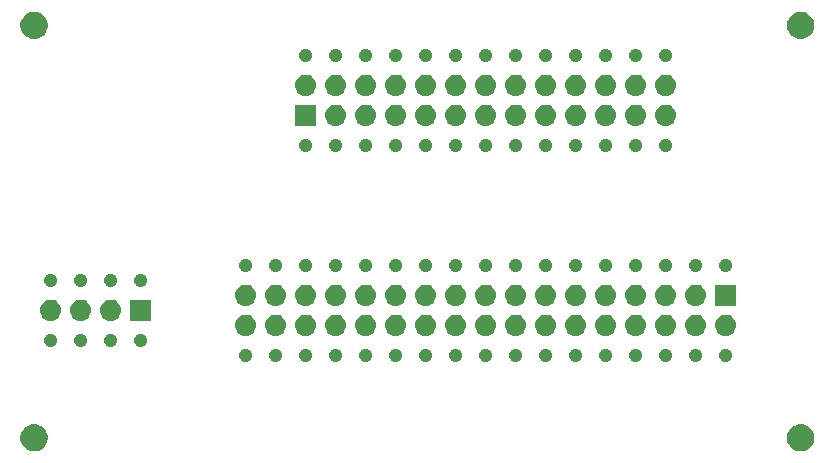
<source format=gbr>
G04 #@! TF.GenerationSoftware,KiCad,Pcbnew,(5.1.2)-2*
G04 #@! TF.CreationDate,2020-12-20T10:56:28+00:00*
G04 #@! TF.ProjectId,Roctec 26-pin to Amiga 34-pin Adapter,526f6374-6563-4203-9236-2d70696e2074,rev?*
G04 #@! TF.SameCoordinates,Original*
G04 #@! TF.FileFunction,Soldermask,Top*
G04 #@! TF.FilePolarity,Negative*
%FSLAX46Y46*%
G04 Gerber Fmt 4.6, Leading zero omitted, Abs format (unit mm)*
G04 Created by KiCad (PCBNEW (5.1.2)-2) date 2020-12-20 10:56:28*
%MOMM*%
%LPD*%
G04 APERTURE LIST*
%ADD10C,0.100000*%
G04 APERTURE END LIST*
D10*
G36*
X158974549Y-121426116D02*
G01*
X159085734Y-121448232D01*
X159295203Y-121534997D01*
X159483720Y-121660960D01*
X159644040Y-121821280D01*
X159770003Y-122009797D01*
X159856768Y-122219266D01*
X159901000Y-122441636D01*
X159901000Y-122668364D01*
X159856768Y-122890734D01*
X159770003Y-123100203D01*
X159644040Y-123288720D01*
X159483720Y-123449040D01*
X159295203Y-123575003D01*
X159085734Y-123661768D01*
X158974549Y-123683884D01*
X158863365Y-123706000D01*
X158636635Y-123706000D01*
X158525451Y-123683884D01*
X158414266Y-123661768D01*
X158204797Y-123575003D01*
X158016280Y-123449040D01*
X157855960Y-123288720D01*
X157729997Y-123100203D01*
X157643232Y-122890734D01*
X157599000Y-122668364D01*
X157599000Y-122441636D01*
X157643232Y-122219266D01*
X157729997Y-122009797D01*
X157855960Y-121821280D01*
X158016280Y-121660960D01*
X158204797Y-121534997D01*
X158414266Y-121448232D01*
X158525451Y-121426116D01*
X158636635Y-121404000D01*
X158863365Y-121404000D01*
X158974549Y-121426116D01*
X158974549Y-121426116D01*
G37*
G36*
X94077549Y-121426116D02*
G01*
X94188734Y-121448232D01*
X94398203Y-121534997D01*
X94586720Y-121660960D01*
X94747040Y-121821280D01*
X94873003Y-122009797D01*
X94959768Y-122219266D01*
X95004000Y-122441636D01*
X95004000Y-122668364D01*
X94959768Y-122890734D01*
X94873003Y-123100203D01*
X94747040Y-123288720D01*
X94586720Y-123449040D01*
X94398203Y-123575003D01*
X94188734Y-123661768D01*
X94077549Y-123683884D01*
X93966365Y-123706000D01*
X93739635Y-123706000D01*
X93628451Y-123683884D01*
X93517266Y-123661768D01*
X93307797Y-123575003D01*
X93119280Y-123449040D01*
X92958960Y-123288720D01*
X92832997Y-123100203D01*
X92746232Y-122890734D01*
X92702000Y-122668364D01*
X92702000Y-122441636D01*
X92746232Y-122219266D01*
X92832997Y-122009797D01*
X92958960Y-121821280D01*
X93119280Y-121660960D01*
X93307797Y-121534997D01*
X93517266Y-121448232D01*
X93628451Y-121426116D01*
X93739635Y-121404000D01*
X93966365Y-121404000D01*
X94077549Y-121426116D01*
X94077549Y-121426116D01*
G37*
G36*
X139860721Y-115040174D02*
G01*
X139960995Y-115081709D01*
X139960996Y-115081710D01*
X140051242Y-115142010D01*
X140127990Y-115218758D01*
X140127991Y-115218760D01*
X140188291Y-115309005D01*
X140229826Y-115409279D01*
X140251000Y-115515730D01*
X140251000Y-115624270D01*
X140229826Y-115730721D01*
X140188291Y-115830995D01*
X140188290Y-115830996D01*
X140127990Y-115921242D01*
X140051242Y-115997990D01*
X140005812Y-116028345D01*
X139960995Y-116058291D01*
X139860721Y-116099826D01*
X139754270Y-116121000D01*
X139645730Y-116121000D01*
X139539279Y-116099826D01*
X139439005Y-116058291D01*
X139394188Y-116028345D01*
X139348758Y-115997990D01*
X139272010Y-115921242D01*
X139211710Y-115830996D01*
X139211709Y-115830995D01*
X139170174Y-115730721D01*
X139149000Y-115624270D01*
X139149000Y-115515730D01*
X139170174Y-115409279D01*
X139211709Y-115309005D01*
X139272009Y-115218760D01*
X139272010Y-115218758D01*
X139348758Y-115142010D01*
X139439004Y-115081710D01*
X139439005Y-115081709D01*
X139539279Y-115040174D01*
X139645730Y-115019000D01*
X139754270Y-115019000D01*
X139860721Y-115040174D01*
X139860721Y-115040174D01*
G37*
G36*
X152560721Y-115040174D02*
G01*
X152660995Y-115081709D01*
X152660996Y-115081710D01*
X152751242Y-115142010D01*
X152827990Y-115218758D01*
X152827991Y-115218760D01*
X152888291Y-115309005D01*
X152929826Y-115409279D01*
X152951000Y-115515730D01*
X152951000Y-115624270D01*
X152929826Y-115730721D01*
X152888291Y-115830995D01*
X152888290Y-115830996D01*
X152827990Y-115921242D01*
X152751242Y-115997990D01*
X152705812Y-116028345D01*
X152660995Y-116058291D01*
X152560721Y-116099826D01*
X152454270Y-116121000D01*
X152345730Y-116121000D01*
X152239279Y-116099826D01*
X152139005Y-116058291D01*
X152094188Y-116028345D01*
X152048758Y-115997990D01*
X151972010Y-115921242D01*
X151911710Y-115830996D01*
X151911709Y-115830995D01*
X151870174Y-115730721D01*
X151849000Y-115624270D01*
X151849000Y-115515730D01*
X151870174Y-115409279D01*
X151911709Y-115309005D01*
X151972009Y-115218760D01*
X151972010Y-115218758D01*
X152048758Y-115142010D01*
X152139004Y-115081710D01*
X152139005Y-115081709D01*
X152239279Y-115040174D01*
X152345730Y-115019000D01*
X152454270Y-115019000D01*
X152560721Y-115040174D01*
X152560721Y-115040174D01*
G37*
G36*
X147480721Y-115040174D02*
G01*
X147580995Y-115081709D01*
X147580996Y-115081710D01*
X147671242Y-115142010D01*
X147747990Y-115218758D01*
X147747991Y-115218760D01*
X147808291Y-115309005D01*
X147849826Y-115409279D01*
X147871000Y-115515730D01*
X147871000Y-115624270D01*
X147849826Y-115730721D01*
X147808291Y-115830995D01*
X147808290Y-115830996D01*
X147747990Y-115921242D01*
X147671242Y-115997990D01*
X147625812Y-116028345D01*
X147580995Y-116058291D01*
X147480721Y-116099826D01*
X147374270Y-116121000D01*
X147265730Y-116121000D01*
X147159279Y-116099826D01*
X147059005Y-116058291D01*
X147014188Y-116028345D01*
X146968758Y-115997990D01*
X146892010Y-115921242D01*
X146831710Y-115830996D01*
X146831709Y-115830995D01*
X146790174Y-115730721D01*
X146769000Y-115624270D01*
X146769000Y-115515730D01*
X146790174Y-115409279D01*
X146831709Y-115309005D01*
X146892009Y-115218760D01*
X146892010Y-115218758D01*
X146968758Y-115142010D01*
X147059004Y-115081710D01*
X147059005Y-115081709D01*
X147159279Y-115040174D01*
X147265730Y-115019000D01*
X147374270Y-115019000D01*
X147480721Y-115040174D01*
X147480721Y-115040174D01*
G37*
G36*
X142400721Y-115040174D02*
G01*
X142500995Y-115081709D01*
X142500996Y-115081710D01*
X142591242Y-115142010D01*
X142667990Y-115218758D01*
X142667991Y-115218760D01*
X142728291Y-115309005D01*
X142769826Y-115409279D01*
X142791000Y-115515730D01*
X142791000Y-115624270D01*
X142769826Y-115730721D01*
X142728291Y-115830995D01*
X142728290Y-115830996D01*
X142667990Y-115921242D01*
X142591242Y-115997990D01*
X142545812Y-116028345D01*
X142500995Y-116058291D01*
X142400721Y-116099826D01*
X142294270Y-116121000D01*
X142185730Y-116121000D01*
X142079279Y-116099826D01*
X141979005Y-116058291D01*
X141934188Y-116028345D01*
X141888758Y-115997990D01*
X141812010Y-115921242D01*
X141751710Y-115830996D01*
X141751709Y-115830995D01*
X141710174Y-115730721D01*
X141689000Y-115624270D01*
X141689000Y-115515730D01*
X141710174Y-115409279D01*
X141751709Y-115309005D01*
X141812009Y-115218760D01*
X141812010Y-115218758D01*
X141888758Y-115142010D01*
X141979004Y-115081710D01*
X141979005Y-115081709D01*
X142079279Y-115040174D01*
X142185730Y-115019000D01*
X142294270Y-115019000D01*
X142400721Y-115040174D01*
X142400721Y-115040174D01*
G37*
G36*
X137320721Y-115040174D02*
G01*
X137420995Y-115081709D01*
X137420996Y-115081710D01*
X137511242Y-115142010D01*
X137587990Y-115218758D01*
X137587991Y-115218760D01*
X137648291Y-115309005D01*
X137689826Y-115409279D01*
X137711000Y-115515730D01*
X137711000Y-115624270D01*
X137689826Y-115730721D01*
X137648291Y-115830995D01*
X137648290Y-115830996D01*
X137587990Y-115921242D01*
X137511242Y-115997990D01*
X137465812Y-116028345D01*
X137420995Y-116058291D01*
X137320721Y-116099826D01*
X137214270Y-116121000D01*
X137105730Y-116121000D01*
X136999279Y-116099826D01*
X136899005Y-116058291D01*
X136854188Y-116028345D01*
X136808758Y-115997990D01*
X136732010Y-115921242D01*
X136671710Y-115830996D01*
X136671709Y-115830995D01*
X136630174Y-115730721D01*
X136609000Y-115624270D01*
X136609000Y-115515730D01*
X136630174Y-115409279D01*
X136671709Y-115309005D01*
X136732009Y-115218760D01*
X136732010Y-115218758D01*
X136808758Y-115142010D01*
X136899004Y-115081710D01*
X136899005Y-115081709D01*
X136999279Y-115040174D01*
X137105730Y-115019000D01*
X137214270Y-115019000D01*
X137320721Y-115040174D01*
X137320721Y-115040174D01*
G37*
G36*
X134780721Y-115040174D02*
G01*
X134880995Y-115081709D01*
X134880996Y-115081710D01*
X134971242Y-115142010D01*
X135047990Y-115218758D01*
X135047991Y-115218760D01*
X135108291Y-115309005D01*
X135149826Y-115409279D01*
X135171000Y-115515730D01*
X135171000Y-115624270D01*
X135149826Y-115730721D01*
X135108291Y-115830995D01*
X135108290Y-115830996D01*
X135047990Y-115921242D01*
X134971242Y-115997990D01*
X134925812Y-116028345D01*
X134880995Y-116058291D01*
X134780721Y-116099826D01*
X134674270Y-116121000D01*
X134565730Y-116121000D01*
X134459279Y-116099826D01*
X134359005Y-116058291D01*
X134314188Y-116028345D01*
X134268758Y-115997990D01*
X134192010Y-115921242D01*
X134131710Y-115830996D01*
X134131709Y-115830995D01*
X134090174Y-115730721D01*
X134069000Y-115624270D01*
X134069000Y-115515730D01*
X134090174Y-115409279D01*
X134131709Y-115309005D01*
X134192009Y-115218760D01*
X134192010Y-115218758D01*
X134268758Y-115142010D01*
X134359004Y-115081710D01*
X134359005Y-115081709D01*
X134459279Y-115040174D01*
X134565730Y-115019000D01*
X134674270Y-115019000D01*
X134780721Y-115040174D01*
X134780721Y-115040174D01*
G37*
G36*
X144940721Y-115040174D02*
G01*
X145040995Y-115081709D01*
X145040996Y-115081710D01*
X145131242Y-115142010D01*
X145207990Y-115218758D01*
X145207991Y-115218760D01*
X145268291Y-115309005D01*
X145309826Y-115409279D01*
X145331000Y-115515730D01*
X145331000Y-115624270D01*
X145309826Y-115730721D01*
X145268291Y-115830995D01*
X145268290Y-115830996D01*
X145207990Y-115921242D01*
X145131242Y-115997990D01*
X145085812Y-116028345D01*
X145040995Y-116058291D01*
X144940721Y-116099826D01*
X144834270Y-116121000D01*
X144725730Y-116121000D01*
X144619279Y-116099826D01*
X144519005Y-116058291D01*
X144474188Y-116028345D01*
X144428758Y-115997990D01*
X144352010Y-115921242D01*
X144291710Y-115830996D01*
X144291709Y-115830995D01*
X144250174Y-115730721D01*
X144229000Y-115624270D01*
X144229000Y-115515730D01*
X144250174Y-115409279D01*
X144291709Y-115309005D01*
X144352009Y-115218760D01*
X144352010Y-115218758D01*
X144428758Y-115142010D01*
X144519004Y-115081710D01*
X144519005Y-115081709D01*
X144619279Y-115040174D01*
X144725730Y-115019000D01*
X144834270Y-115019000D01*
X144940721Y-115040174D01*
X144940721Y-115040174D01*
G37*
G36*
X129700721Y-115040174D02*
G01*
X129800995Y-115081709D01*
X129800996Y-115081710D01*
X129891242Y-115142010D01*
X129967990Y-115218758D01*
X129967991Y-115218760D01*
X130028291Y-115309005D01*
X130069826Y-115409279D01*
X130091000Y-115515730D01*
X130091000Y-115624270D01*
X130069826Y-115730721D01*
X130028291Y-115830995D01*
X130028290Y-115830996D01*
X129967990Y-115921242D01*
X129891242Y-115997990D01*
X129845812Y-116028345D01*
X129800995Y-116058291D01*
X129700721Y-116099826D01*
X129594270Y-116121000D01*
X129485730Y-116121000D01*
X129379279Y-116099826D01*
X129279005Y-116058291D01*
X129234188Y-116028345D01*
X129188758Y-115997990D01*
X129112010Y-115921242D01*
X129051710Y-115830996D01*
X129051709Y-115830995D01*
X129010174Y-115730721D01*
X128989000Y-115624270D01*
X128989000Y-115515730D01*
X129010174Y-115409279D01*
X129051709Y-115309005D01*
X129112009Y-115218760D01*
X129112010Y-115218758D01*
X129188758Y-115142010D01*
X129279004Y-115081710D01*
X129279005Y-115081709D01*
X129379279Y-115040174D01*
X129485730Y-115019000D01*
X129594270Y-115019000D01*
X129700721Y-115040174D01*
X129700721Y-115040174D01*
G37*
G36*
X124620721Y-115040174D02*
G01*
X124720995Y-115081709D01*
X124720996Y-115081710D01*
X124811242Y-115142010D01*
X124887990Y-115218758D01*
X124887991Y-115218760D01*
X124948291Y-115309005D01*
X124989826Y-115409279D01*
X125011000Y-115515730D01*
X125011000Y-115624270D01*
X124989826Y-115730721D01*
X124948291Y-115830995D01*
X124948290Y-115830996D01*
X124887990Y-115921242D01*
X124811242Y-115997990D01*
X124765812Y-116028345D01*
X124720995Y-116058291D01*
X124620721Y-116099826D01*
X124514270Y-116121000D01*
X124405730Y-116121000D01*
X124299279Y-116099826D01*
X124199005Y-116058291D01*
X124154188Y-116028345D01*
X124108758Y-115997990D01*
X124032010Y-115921242D01*
X123971710Y-115830996D01*
X123971709Y-115830995D01*
X123930174Y-115730721D01*
X123909000Y-115624270D01*
X123909000Y-115515730D01*
X123930174Y-115409279D01*
X123971709Y-115309005D01*
X124032009Y-115218760D01*
X124032010Y-115218758D01*
X124108758Y-115142010D01*
X124199004Y-115081710D01*
X124199005Y-115081709D01*
X124299279Y-115040174D01*
X124405730Y-115019000D01*
X124514270Y-115019000D01*
X124620721Y-115040174D01*
X124620721Y-115040174D01*
G37*
G36*
X122080721Y-115040174D02*
G01*
X122180995Y-115081709D01*
X122180996Y-115081710D01*
X122271242Y-115142010D01*
X122347990Y-115218758D01*
X122347991Y-115218760D01*
X122408291Y-115309005D01*
X122449826Y-115409279D01*
X122471000Y-115515730D01*
X122471000Y-115624270D01*
X122449826Y-115730721D01*
X122408291Y-115830995D01*
X122408290Y-115830996D01*
X122347990Y-115921242D01*
X122271242Y-115997990D01*
X122225812Y-116028345D01*
X122180995Y-116058291D01*
X122080721Y-116099826D01*
X121974270Y-116121000D01*
X121865730Y-116121000D01*
X121759279Y-116099826D01*
X121659005Y-116058291D01*
X121614188Y-116028345D01*
X121568758Y-115997990D01*
X121492010Y-115921242D01*
X121431710Y-115830996D01*
X121431709Y-115830995D01*
X121390174Y-115730721D01*
X121369000Y-115624270D01*
X121369000Y-115515730D01*
X121390174Y-115409279D01*
X121431709Y-115309005D01*
X121492009Y-115218760D01*
X121492010Y-115218758D01*
X121568758Y-115142010D01*
X121659004Y-115081710D01*
X121659005Y-115081709D01*
X121759279Y-115040174D01*
X121865730Y-115019000D01*
X121974270Y-115019000D01*
X122080721Y-115040174D01*
X122080721Y-115040174D01*
G37*
G36*
X119540721Y-115040174D02*
G01*
X119640995Y-115081709D01*
X119640996Y-115081710D01*
X119731242Y-115142010D01*
X119807990Y-115218758D01*
X119807991Y-115218760D01*
X119868291Y-115309005D01*
X119909826Y-115409279D01*
X119931000Y-115515730D01*
X119931000Y-115624270D01*
X119909826Y-115730721D01*
X119868291Y-115830995D01*
X119868290Y-115830996D01*
X119807990Y-115921242D01*
X119731242Y-115997990D01*
X119685812Y-116028345D01*
X119640995Y-116058291D01*
X119540721Y-116099826D01*
X119434270Y-116121000D01*
X119325730Y-116121000D01*
X119219279Y-116099826D01*
X119119005Y-116058291D01*
X119074188Y-116028345D01*
X119028758Y-115997990D01*
X118952010Y-115921242D01*
X118891710Y-115830996D01*
X118891709Y-115830995D01*
X118850174Y-115730721D01*
X118829000Y-115624270D01*
X118829000Y-115515730D01*
X118850174Y-115409279D01*
X118891709Y-115309005D01*
X118952009Y-115218760D01*
X118952010Y-115218758D01*
X119028758Y-115142010D01*
X119119004Y-115081710D01*
X119119005Y-115081709D01*
X119219279Y-115040174D01*
X119325730Y-115019000D01*
X119434270Y-115019000D01*
X119540721Y-115040174D01*
X119540721Y-115040174D01*
G37*
G36*
X150020721Y-115040174D02*
G01*
X150120995Y-115081709D01*
X150120996Y-115081710D01*
X150211242Y-115142010D01*
X150287990Y-115218758D01*
X150287991Y-115218760D01*
X150348291Y-115309005D01*
X150389826Y-115409279D01*
X150411000Y-115515730D01*
X150411000Y-115624270D01*
X150389826Y-115730721D01*
X150348291Y-115830995D01*
X150348290Y-115830996D01*
X150287990Y-115921242D01*
X150211242Y-115997990D01*
X150165812Y-116028345D01*
X150120995Y-116058291D01*
X150020721Y-116099826D01*
X149914270Y-116121000D01*
X149805730Y-116121000D01*
X149699279Y-116099826D01*
X149599005Y-116058291D01*
X149554188Y-116028345D01*
X149508758Y-115997990D01*
X149432010Y-115921242D01*
X149371710Y-115830996D01*
X149371709Y-115830995D01*
X149330174Y-115730721D01*
X149309000Y-115624270D01*
X149309000Y-115515730D01*
X149330174Y-115409279D01*
X149371709Y-115309005D01*
X149432009Y-115218760D01*
X149432010Y-115218758D01*
X149508758Y-115142010D01*
X149599004Y-115081710D01*
X149599005Y-115081709D01*
X149699279Y-115040174D01*
X149805730Y-115019000D01*
X149914270Y-115019000D01*
X150020721Y-115040174D01*
X150020721Y-115040174D01*
G37*
G36*
X132240721Y-115040174D02*
G01*
X132340995Y-115081709D01*
X132340996Y-115081710D01*
X132431242Y-115142010D01*
X132507990Y-115218758D01*
X132507991Y-115218760D01*
X132568291Y-115309005D01*
X132609826Y-115409279D01*
X132631000Y-115515730D01*
X132631000Y-115624270D01*
X132609826Y-115730721D01*
X132568291Y-115830995D01*
X132568290Y-115830996D01*
X132507990Y-115921242D01*
X132431242Y-115997990D01*
X132385812Y-116028345D01*
X132340995Y-116058291D01*
X132240721Y-116099826D01*
X132134270Y-116121000D01*
X132025730Y-116121000D01*
X131919279Y-116099826D01*
X131819005Y-116058291D01*
X131774188Y-116028345D01*
X131728758Y-115997990D01*
X131652010Y-115921242D01*
X131591710Y-115830996D01*
X131591709Y-115830995D01*
X131550174Y-115730721D01*
X131529000Y-115624270D01*
X131529000Y-115515730D01*
X131550174Y-115409279D01*
X131591709Y-115309005D01*
X131652009Y-115218760D01*
X131652010Y-115218758D01*
X131728758Y-115142010D01*
X131819004Y-115081710D01*
X131819005Y-115081709D01*
X131919279Y-115040174D01*
X132025730Y-115019000D01*
X132134270Y-115019000D01*
X132240721Y-115040174D01*
X132240721Y-115040174D01*
G37*
G36*
X117000721Y-115040174D02*
G01*
X117100995Y-115081709D01*
X117100996Y-115081710D01*
X117191242Y-115142010D01*
X117267990Y-115218758D01*
X117267991Y-115218760D01*
X117328291Y-115309005D01*
X117369826Y-115409279D01*
X117391000Y-115515730D01*
X117391000Y-115624270D01*
X117369826Y-115730721D01*
X117328291Y-115830995D01*
X117328290Y-115830996D01*
X117267990Y-115921242D01*
X117191242Y-115997990D01*
X117145812Y-116028345D01*
X117100995Y-116058291D01*
X117000721Y-116099826D01*
X116894270Y-116121000D01*
X116785730Y-116121000D01*
X116679279Y-116099826D01*
X116579005Y-116058291D01*
X116534188Y-116028345D01*
X116488758Y-115997990D01*
X116412010Y-115921242D01*
X116351710Y-115830996D01*
X116351709Y-115830995D01*
X116310174Y-115730721D01*
X116289000Y-115624270D01*
X116289000Y-115515730D01*
X116310174Y-115409279D01*
X116351709Y-115309005D01*
X116412009Y-115218760D01*
X116412010Y-115218758D01*
X116488758Y-115142010D01*
X116579004Y-115081710D01*
X116579005Y-115081709D01*
X116679279Y-115040174D01*
X116785730Y-115019000D01*
X116894270Y-115019000D01*
X117000721Y-115040174D01*
X117000721Y-115040174D01*
G37*
G36*
X114460721Y-115040174D02*
G01*
X114560995Y-115081709D01*
X114560996Y-115081710D01*
X114651242Y-115142010D01*
X114727990Y-115218758D01*
X114727991Y-115218760D01*
X114788291Y-115309005D01*
X114829826Y-115409279D01*
X114851000Y-115515730D01*
X114851000Y-115624270D01*
X114829826Y-115730721D01*
X114788291Y-115830995D01*
X114788290Y-115830996D01*
X114727990Y-115921242D01*
X114651242Y-115997990D01*
X114605812Y-116028345D01*
X114560995Y-116058291D01*
X114460721Y-116099826D01*
X114354270Y-116121000D01*
X114245730Y-116121000D01*
X114139279Y-116099826D01*
X114039005Y-116058291D01*
X113994188Y-116028345D01*
X113948758Y-115997990D01*
X113872010Y-115921242D01*
X113811710Y-115830996D01*
X113811709Y-115830995D01*
X113770174Y-115730721D01*
X113749000Y-115624270D01*
X113749000Y-115515730D01*
X113770174Y-115409279D01*
X113811709Y-115309005D01*
X113872009Y-115218760D01*
X113872010Y-115218758D01*
X113948758Y-115142010D01*
X114039004Y-115081710D01*
X114039005Y-115081709D01*
X114139279Y-115040174D01*
X114245730Y-115019000D01*
X114354270Y-115019000D01*
X114460721Y-115040174D01*
X114460721Y-115040174D01*
G37*
G36*
X111920721Y-115040174D02*
G01*
X112020995Y-115081709D01*
X112020996Y-115081710D01*
X112111242Y-115142010D01*
X112187990Y-115218758D01*
X112187991Y-115218760D01*
X112248291Y-115309005D01*
X112289826Y-115409279D01*
X112311000Y-115515730D01*
X112311000Y-115624270D01*
X112289826Y-115730721D01*
X112248291Y-115830995D01*
X112248290Y-115830996D01*
X112187990Y-115921242D01*
X112111242Y-115997990D01*
X112065812Y-116028345D01*
X112020995Y-116058291D01*
X111920721Y-116099826D01*
X111814270Y-116121000D01*
X111705730Y-116121000D01*
X111599279Y-116099826D01*
X111499005Y-116058291D01*
X111454188Y-116028345D01*
X111408758Y-115997990D01*
X111332010Y-115921242D01*
X111271710Y-115830996D01*
X111271709Y-115830995D01*
X111230174Y-115730721D01*
X111209000Y-115624270D01*
X111209000Y-115515730D01*
X111230174Y-115409279D01*
X111271709Y-115309005D01*
X111332009Y-115218760D01*
X111332010Y-115218758D01*
X111408758Y-115142010D01*
X111499004Y-115081710D01*
X111499005Y-115081709D01*
X111599279Y-115040174D01*
X111705730Y-115019000D01*
X111814270Y-115019000D01*
X111920721Y-115040174D01*
X111920721Y-115040174D01*
G37*
G36*
X127160721Y-115040174D02*
G01*
X127260995Y-115081709D01*
X127260996Y-115081710D01*
X127351242Y-115142010D01*
X127427990Y-115218758D01*
X127427991Y-115218760D01*
X127488291Y-115309005D01*
X127529826Y-115409279D01*
X127551000Y-115515730D01*
X127551000Y-115624270D01*
X127529826Y-115730721D01*
X127488291Y-115830995D01*
X127488290Y-115830996D01*
X127427990Y-115921242D01*
X127351242Y-115997990D01*
X127305812Y-116028345D01*
X127260995Y-116058291D01*
X127160721Y-116099826D01*
X127054270Y-116121000D01*
X126945730Y-116121000D01*
X126839279Y-116099826D01*
X126739005Y-116058291D01*
X126694188Y-116028345D01*
X126648758Y-115997990D01*
X126572010Y-115921242D01*
X126511710Y-115830996D01*
X126511709Y-115830995D01*
X126470174Y-115730721D01*
X126449000Y-115624270D01*
X126449000Y-115515730D01*
X126470174Y-115409279D01*
X126511709Y-115309005D01*
X126572009Y-115218760D01*
X126572010Y-115218758D01*
X126648758Y-115142010D01*
X126739004Y-115081710D01*
X126739005Y-115081709D01*
X126839279Y-115040174D01*
X126945730Y-115019000D01*
X127054270Y-115019000D01*
X127160721Y-115040174D01*
X127160721Y-115040174D01*
G37*
G36*
X103030721Y-113770174D02*
G01*
X103130995Y-113811709D01*
X103130996Y-113811710D01*
X103221242Y-113872010D01*
X103297990Y-113948758D01*
X103297991Y-113948760D01*
X103358291Y-114039005D01*
X103399826Y-114139279D01*
X103421000Y-114245730D01*
X103421000Y-114354270D01*
X103399826Y-114460721D01*
X103358291Y-114560995D01*
X103358290Y-114560996D01*
X103297990Y-114651242D01*
X103221242Y-114727990D01*
X103175812Y-114758345D01*
X103130995Y-114788291D01*
X103030721Y-114829826D01*
X102924270Y-114851000D01*
X102815730Y-114851000D01*
X102709279Y-114829826D01*
X102609005Y-114788291D01*
X102564188Y-114758345D01*
X102518758Y-114727990D01*
X102442010Y-114651242D01*
X102381710Y-114560996D01*
X102381709Y-114560995D01*
X102340174Y-114460721D01*
X102319000Y-114354270D01*
X102319000Y-114245730D01*
X102340174Y-114139279D01*
X102381709Y-114039005D01*
X102442009Y-113948760D01*
X102442010Y-113948758D01*
X102518758Y-113872010D01*
X102609004Y-113811710D01*
X102609005Y-113811709D01*
X102709279Y-113770174D01*
X102815730Y-113749000D01*
X102924270Y-113749000D01*
X103030721Y-113770174D01*
X103030721Y-113770174D01*
G37*
G36*
X97950721Y-113770174D02*
G01*
X98050995Y-113811709D01*
X98050996Y-113811710D01*
X98141242Y-113872010D01*
X98217990Y-113948758D01*
X98217991Y-113948760D01*
X98278291Y-114039005D01*
X98319826Y-114139279D01*
X98341000Y-114245730D01*
X98341000Y-114354270D01*
X98319826Y-114460721D01*
X98278291Y-114560995D01*
X98278290Y-114560996D01*
X98217990Y-114651242D01*
X98141242Y-114727990D01*
X98095812Y-114758345D01*
X98050995Y-114788291D01*
X97950721Y-114829826D01*
X97844270Y-114851000D01*
X97735730Y-114851000D01*
X97629279Y-114829826D01*
X97529005Y-114788291D01*
X97484188Y-114758345D01*
X97438758Y-114727990D01*
X97362010Y-114651242D01*
X97301710Y-114560996D01*
X97301709Y-114560995D01*
X97260174Y-114460721D01*
X97239000Y-114354270D01*
X97239000Y-114245730D01*
X97260174Y-114139279D01*
X97301709Y-114039005D01*
X97362009Y-113948760D01*
X97362010Y-113948758D01*
X97438758Y-113872010D01*
X97529004Y-113811710D01*
X97529005Y-113811709D01*
X97629279Y-113770174D01*
X97735730Y-113749000D01*
X97844270Y-113749000D01*
X97950721Y-113770174D01*
X97950721Y-113770174D01*
G37*
G36*
X100490721Y-113770174D02*
G01*
X100590995Y-113811709D01*
X100590996Y-113811710D01*
X100681242Y-113872010D01*
X100757990Y-113948758D01*
X100757991Y-113948760D01*
X100818291Y-114039005D01*
X100859826Y-114139279D01*
X100881000Y-114245730D01*
X100881000Y-114354270D01*
X100859826Y-114460721D01*
X100818291Y-114560995D01*
X100818290Y-114560996D01*
X100757990Y-114651242D01*
X100681242Y-114727990D01*
X100635812Y-114758345D01*
X100590995Y-114788291D01*
X100490721Y-114829826D01*
X100384270Y-114851000D01*
X100275730Y-114851000D01*
X100169279Y-114829826D01*
X100069005Y-114788291D01*
X100024188Y-114758345D01*
X99978758Y-114727990D01*
X99902010Y-114651242D01*
X99841710Y-114560996D01*
X99841709Y-114560995D01*
X99800174Y-114460721D01*
X99779000Y-114354270D01*
X99779000Y-114245730D01*
X99800174Y-114139279D01*
X99841709Y-114039005D01*
X99902009Y-113948760D01*
X99902010Y-113948758D01*
X99978758Y-113872010D01*
X100069004Y-113811710D01*
X100069005Y-113811709D01*
X100169279Y-113770174D01*
X100275730Y-113749000D01*
X100384270Y-113749000D01*
X100490721Y-113770174D01*
X100490721Y-113770174D01*
G37*
G36*
X95410721Y-113770174D02*
G01*
X95510995Y-113811709D01*
X95510996Y-113811710D01*
X95601242Y-113872010D01*
X95677990Y-113948758D01*
X95677991Y-113948760D01*
X95738291Y-114039005D01*
X95779826Y-114139279D01*
X95801000Y-114245730D01*
X95801000Y-114354270D01*
X95779826Y-114460721D01*
X95738291Y-114560995D01*
X95738290Y-114560996D01*
X95677990Y-114651242D01*
X95601242Y-114727990D01*
X95555812Y-114758345D01*
X95510995Y-114788291D01*
X95410721Y-114829826D01*
X95304270Y-114851000D01*
X95195730Y-114851000D01*
X95089279Y-114829826D01*
X94989005Y-114788291D01*
X94944188Y-114758345D01*
X94898758Y-114727990D01*
X94822010Y-114651242D01*
X94761710Y-114560996D01*
X94761709Y-114560995D01*
X94720174Y-114460721D01*
X94699000Y-114354270D01*
X94699000Y-114245730D01*
X94720174Y-114139279D01*
X94761709Y-114039005D01*
X94822009Y-113948760D01*
X94822010Y-113948758D01*
X94898758Y-113872010D01*
X94989004Y-113811710D01*
X94989005Y-113811709D01*
X95089279Y-113770174D01*
X95195730Y-113749000D01*
X95304270Y-113749000D01*
X95410721Y-113770174D01*
X95410721Y-113770174D01*
G37*
G36*
X119490443Y-112135519D02*
G01*
X119556627Y-112142037D01*
X119726466Y-112193557D01*
X119882991Y-112277222D01*
X119918729Y-112306552D01*
X120020186Y-112389814D01*
X120103448Y-112491271D01*
X120132778Y-112527009D01*
X120216443Y-112683534D01*
X120267963Y-112853373D01*
X120285359Y-113030000D01*
X120267963Y-113206627D01*
X120216443Y-113376466D01*
X120132778Y-113532991D01*
X120103448Y-113568729D01*
X120020186Y-113670186D01*
X119924149Y-113749000D01*
X119882991Y-113782778D01*
X119726466Y-113866443D01*
X119556627Y-113917963D01*
X119490443Y-113924481D01*
X119424260Y-113931000D01*
X119335740Y-113931000D01*
X119269557Y-113924481D01*
X119203373Y-113917963D01*
X119033534Y-113866443D01*
X118877009Y-113782778D01*
X118835851Y-113749000D01*
X118739814Y-113670186D01*
X118656552Y-113568729D01*
X118627222Y-113532991D01*
X118543557Y-113376466D01*
X118492037Y-113206627D01*
X118474641Y-113030000D01*
X118492037Y-112853373D01*
X118543557Y-112683534D01*
X118627222Y-112527009D01*
X118656552Y-112491271D01*
X118739814Y-112389814D01*
X118841271Y-112306552D01*
X118877009Y-112277222D01*
X119033534Y-112193557D01*
X119203373Y-112142037D01*
X119269557Y-112135519D01*
X119335740Y-112129000D01*
X119424260Y-112129000D01*
X119490443Y-112135519D01*
X119490443Y-112135519D01*
G37*
G36*
X111870443Y-112135519D02*
G01*
X111936627Y-112142037D01*
X112106466Y-112193557D01*
X112262991Y-112277222D01*
X112298729Y-112306552D01*
X112400186Y-112389814D01*
X112483448Y-112491271D01*
X112512778Y-112527009D01*
X112596443Y-112683534D01*
X112647963Y-112853373D01*
X112665359Y-113030000D01*
X112647963Y-113206627D01*
X112596443Y-113376466D01*
X112512778Y-113532991D01*
X112483448Y-113568729D01*
X112400186Y-113670186D01*
X112304149Y-113749000D01*
X112262991Y-113782778D01*
X112106466Y-113866443D01*
X111936627Y-113917963D01*
X111870443Y-113924481D01*
X111804260Y-113931000D01*
X111715740Y-113931000D01*
X111649557Y-113924481D01*
X111583373Y-113917963D01*
X111413534Y-113866443D01*
X111257009Y-113782778D01*
X111215851Y-113749000D01*
X111119814Y-113670186D01*
X111036552Y-113568729D01*
X111007222Y-113532991D01*
X110923557Y-113376466D01*
X110872037Y-113206627D01*
X110854641Y-113030000D01*
X110872037Y-112853373D01*
X110923557Y-112683534D01*
X111007222Y-112527009D01*
X111036552Y-112491271D01*
X111119814Y-112389814D01*
X111221271Y-112306552D01*
X111257009Y-112277222D01*
X111413534Y-112193557D01*
X111583373Y-112142037D01*
X111649557Y-112135519D01*
X111715740Y-112129000D01*
X111804260Y-112129000D01*
X111870443Y-112135519D01*
X111870443Y-112135519D01*
G37*
G36*
X116950443Y-112135519D02*
G01*
X117016627Y-112142037D01*
X117186466Y-112193557D01*
X117342991Y-112277222D01*
X117378729Y-112306552D01*
X117480186Y-112389814D01*
X117563448Y-112491271D01*
X117592778Y-112527009D01*
X117676443Y-112683534D01*
X117727963Y-112853373D01*
X117745359Y-113030000D01*
X117727963Y-113206627D01*
X117676443Y-113376466D01*
X117592778Y-113532991D01*
X117563448Y-113568729D01*
X117480186Y-113670186D01*
X117384149Y-113749000D01*
X117342991Y-113782778D01*
X117186466Y-113866443D01*
X117016627Y-113917963D01*
X116950443Y-113924481D01*
X116884260Y-113931000D01*
X116795740Y-113931000D01*
X116729557Y-113924481D01*
X116663373Y-113917963D01*
X116493534Y-113866443D01*
X116337009Y-113782778D01*
X116295851Y-113749000D01*
X116199814Y-113670186D01*
X116116552Y-113568729D01*
X116087222Y-113532991D01*
X116003557Y-113376466D01*
X115952037Y-113206627D01*
X115934641Y-113030000D01*
X115952037Y-112853373D01*
X116003557Y-112683534D01*
X116087222Y-112527009D01*
X116116552Y-112491271D01*
X116199814Y-112389814D01*
X116301271Y-112306552D01*
X116337009Y-112277222D01*
X116493534Y-112193557D01*
X116663373Y-112142037D01*
X116729557Y-112135519D01*
X116795740Y-112129000D01*
X116884260Y-112129000D01*
X116950443Y-112135519D01*
X116950443Y-112135519D01*
G37*
G36*
X122030443Y-112135519D02*
G01*
X122096627Y-112142037D01*
X122266466Y-112193557D01*
X122422991Y-112277222D01*
X122458729Y-112306552D01*
X122560186Y-112389814D01*
X122643448Y-112491271D01*
X122672778Y-112527009D01*
X122756443Y-112683534D01*
X122807963Y-112853373D01*
X122825359Y-113030000D01*
X122807963Y-113206627D01*
X122756443Y-113376466D01*
X122672778Y-113532991D01*
X122643448Y-113568729D01*
X122560186Y-113670186D01*
X122464149Y-113749000D01*
X122422991Y-113782778D01*
X122266466Y-113866443D01*
X122096627Y-113917963D01*
X122030443Y-113924481D01*
X121964260Y-113931000D01*
X121875740Y-113931000D01*
X121809557Y-113924481D01*
X121743373Y-113917963D01*
X121573534Y-113866443D01*
X121417009Y-113782778D01*
X121375851Y-113749000D01*
X121279814Y-113670186D01*
X121196552Y-113568729D01*
X121167222Y-113532991D01*
X121083557Y-113376466D01*
X121032037Y-113206627D01*
X121014641Y-113030000D01*
X121032037Y-112853373D01*
X121083557Y-112683534D01*
X121167222Y-112527009D01*
X121196552Y-112491271D01*
X121279814Y-112389814D01*
X121381271Y-112306552D01*
X121417009Y-112277222D01*
X121573534Y-112193557D01*
X121743373Y-112142037D01*
X121809557Y-112135519D01*
X121875740Y-112129000D01*
X121964260Y-112129000D01*
X122030443Y-112135519D01*
X122030443Y-112135519D01*
G37*
G36*
X124570443Y-112135519D02*
G01*
X124636627Y-112142037D01*
X124806466Y-112193557D01*
X124962991Y-112277222D01*
X124998729Y-112306552D01*
X125100186Y-112389814D01*
X125183448Y-112491271D01*
X125212778Y-112527009D01*
X125296443Y-112683534D01*
X125347963Y-112853373D01*
X125365359Y-113030000D01*
X125347963Y-113206627D01*
X125296443Y-113376466D01*
X125212778Y-113532991D01*
X125183448Y-113568729D01*
X125100186Y-113670186D01*
X125004149Y-113749000D01*
X124962991Y-113782778D01*
X124806466Y-113866443D01*
X124636627Y-113917963D01*
X124570443Y-113924481D01*
X124504260Y-113931000D01*
X124415740Y-113931000D01*
X124349557Y-113924481D01*
X124283373Y-113917963D01*
X124113534Y-113866443D01*
X123957009Y-113782778D01*
X123915851Y-113749000D01*
X123819814Y-113670186D01*
X123736552Y-113568729D01*
X123707222Y-113532991D01*
X123623557Y-113376466D01*
X123572037Y-113206627D01*
X123554641Y-113030000D01*
X123572037Y-112853373D01*
X123623557Y-112683534D01*
X123707222Y-112527009D01*
X123736552Y-112491271D01*
X123819814Y-112389814D01*
X123921271Y-112306552D01*
X123957009Y-112277222D01*
X124113534Y-112193557D01*
X124283373Y-112142037D01*
X124349557Y-112135519D01*
X124415740Y-112129000D01*
X124504260Y-112129000D01*
X124570443Y-112135519D01*
X124570443Y-112135519D01*
G37*
G36*
X127110443Y-112135519D02*
G01*
X127176627Y-112142037D01*
X127346466Y-112193557D01*
X127502991Y-112277222D01*
X127538729Y-112306552D01*
X127640186Y-112389814D01*
X127723448Y-112491271D01*
X127752778Y-112527009D01*
X127836443Y-112683534D01*
X127887963Y-112853373D01*
X127905359Y-113030000D01*
X127887963Y-113206627D01*
X127836443Y-113376466D01*
X127752778Y-113532991D01*
X127723448Y-113568729D01*
X127640186Y-113670186D01*
X127544149Y-113749000D01*
X127502991Y-113782778D01*
X127346466Y-113866443D01*
X127176627Y-113917963D01*
X127110443Y-113924481D01*
X127044260Y-113931000D01*
X126955740Y-113931000D01*
X126889557Y-113924481D01*
X126823373Y-113917963D01*
X126653534Y-113866443D01*
X126497009Y-113782778D01*
X126455851Y-113749000D01*
X126359814Y-113670186D01*
X126276552Y-113568729D01*
X126247222Y-113532991D01*
X126163557Y-113376466D01*
X126112037Y-113206627D01*
X126094641Y-113030000D01*
X126112037Y-112853373D01*
X126163557Y-112683534D01*
X126247222Y-112527009D01*
X126276552Y-112491271D01*
X126359814Y-112389814D01*
X126461271Y-112306552D01*
X126497009Y-112277222D01*
X126653534Y-112193557D01*
X126823373Y-112142037D01*
X126889557Y-112135519D01*
X126955740Y-112129000D01*
X127044260Y-112129000D01*
X127110443Y-112135519D01*
X127110443Y-112135519D01*
G37*
G36*
X129650443Y-112135519D02*
G01*
X129716627Y-112142037D01*
X129886466Y-112193557D01*
X130042991Y-112277222D01*
X130078729Y-112306552D01*
X130180186Y-112389814D01*
X130263448Y-112491271D01*
X130292778Y-112527009D01*
X130376443Y-112683534D01*
X130427963Y-112853373D01*
X130445359Y-113030000D01*
X130427963Y-113206627D01*
X130376443Y-113376466D01*
X130292778Y-113532991D01*
X130263448Y-113568729D01*
X130180186Y-113670186D01*
X130084149Y-113749000D01*
X130042991Y-113782778D01*
X129886466Y-113866443D01*
X129716627Y-113917963D01*
X129650443Y-113924481D01*
X129584260Y-113931000D01*
X129495740Y-113931000D01*
X129429557Y-113924481D01*
X129363373Y-113917963D01*
X129193534Y-113866443D01*
X129037009Y-113782778D01*
X128995851Y-113749000D01*
X128899814Y-113670186D01*
X128816552Y-113568729D01*
X128787222Y-113532991D01*
X128703557Y-113376466D01*
X128652037Y-113206627D01*
X128634641Y-113030000D01*
X128652037Y-112853373D01*
X128703557Y-112683534D01*
X128787222Y-112527009D01*
X128816552Y-112491271D01*
X128899814Y-112389814D01*
X129001271Y-112306552D01*
X129037009Y-112277222D01*
X129193534Y-112193557D01*
X129363373Y-112142037D01*
X129429557Y-112135519D01*
X129495740Y-112129000D01*
X129584260Y-112129000D01*
X129650443Y-112135519D01*
X129650443Y-112135519D01*
G37*
G36*
X134730443Y-112135519D02*
G01*
X134796627Y-112142037D01*
X134966466Y-112193557D01*
X135122991Y-112277222D01*
X135158729Y-112306552D01*
X135260186Y-112389814D01*
X135343448Y-112491271D01*
X135372778Y-112527009D01*
X135456443Y-112683534D01*
X135507963Y-112853373D01*
X135525359Y-113030000D01*
X135507963Y-113206627D01*
X135456443Y-113376466D01*
X135372778Y-113532991D01*
X135343448Y-113568729D01*
X135260186Y-113670186D01*
X135164149Y-113749000D01*
X135122991Y-113782778D01*
X134966466Y-113866443D01*
X134796627Y-113917963D01*
X134730443Y-113924481D01*
X134664260Y-113931000D01*
X134575740Y-113931000D01*
X134509557Y-113924481D01*
X134443373Y-113917963D01*
X134273534Y-113866443D01*
X134117009Y-113782778D01*
X134075851Y-113749000D01*
X133979814Y-113670186D01*
X133896552Y-113568729D01*
X133867222Y-113532991D01*
X133783557Y-113376466D01*
X133732037Y-113206627D01*
X133714641Y-113030000D01*
X133732037Y-112853373D01*
X133783557Y-112683534D01*
X133867222Y-112527009D01*
X133896552Y-112491271D01*
X133979814Y-112389814D01*
X134081271Y-112306552D01*
X134117009Y-112277222D01*
X134273534Y-112193557D01*
X134443373Y-112142037D01*
X134509557Y-112135519D01*
X134575740Y-112129000D01*
X134664260Y-112129000D01*
X134730443Y-112135519D01*
X134730443Y-112135519D01*
G37*
G36*
X139810443Y-112135519D02*
G01*
X139876627Y-112142037D01*
X140046466Y-112193557D01*
X140202991Y-112277222D01*
X140238729Y-112306552D01*
X140340186Y-112389814D01*
X140423448Y-112491271D01*
X140452778Y-112527009D01*
X140536443Y-112683534D01*
X140587963Y-112853373D01*
X140605359Y-113030000D01*
X140587963Y-113206627D01*
X140536443Y-113376466D01*
X140452778Y-113532991D01*
X140423448Y-113568729D01*
X140340186Y-113670186D01*
X140244149Y-113749000D01*
X140202991Y-113782778D01*
X140046466Y-113866443D01*
X139876627Y-113917963D01*
X139810443Y-113924481D01*
X139744260Y-113931000D01*
X139655740Y-113931000D01*
X139589557Y-113924481D01*
X139523373Y-113917963D01*
X139353534Y-113866443D01*
X139197009Y-113782778D01*
X139155851Y-113749000D01*
X139059814Y-113670186D01*
X138976552Y-113568729D01*
X138947222Y-113532991D01*
X138863557Y-113376466D01*
X138812037Y-113206627D01*
X138794641Y-113030000D01*
X138812037Y-112853373D01*
X138863557Y-112683534D01*
X138947222Y-112527009D01*
X138976552Y-112491271D01*
X139059814Y-112389814D01*
X139161271Y-112306552D01*
X139197009Y-112277222D01*
X139353534Y-112193557D01*
X139523373Y-112142037D01*
X139589557Y-112135519D01*
X139655740Y-112129000D01*
X139744260Y-112129000D01*
X139810443Y-112135519D01*
X139810443Y-112135519D01*
G37*
G36*
X137270443Y-112135519D02*
G01*
X137336627Y-112142037D01*
X137506466Y-112193557D01*
X137662991Y-112277222D01*
X137698729Y-112306552D01*
X137800186Y-112389814D01*
X137883448Y-112491271D01*
X137912778Y-112527009D01*
X137996443Y-112683534D01*
X138047963Y-112853373D01*
X138065359Y-113030000D01*
X138047963Y-113206627D01*
X137996443Y-113376466D01*
X137912778Y-113532991D01*
X137883448Y-113568729D01*
X137800186Y-113670186D01*
X137704149Y-113749000D01*
X137662991Y-113782778D01*
X137506466Y-113866443D01*
X137336627Y-113917963D01*
X137270443Y-113924481D01*
X137204260Y-113931000D01*
X137115740Y-113931000D01*
X137049557Y-113924481D01*
X136983373Y-113917963D01*
X136813534Y-113866443D01*
X136657009Y-113782778D01*
X136615851Y-113749000D01*
X136519814Y-113670186D01*
X136436552Y-113568729D01*
X136407222Y-113532991D01*
X136323557Y-113376466D01*
X136272037Y-113206627D01*
X136254641Y-113030000D01*
X136272037Y-112853373D01*
X136323557Y-112683534D01*
X136407222Y-112527009D01*
X136436552Y-112491271D01*
X136519814Y-112389814D01*
X136621271Y-112306552D01*
X136657009Y-112277222D01*
X136813534Y-112193557D01*
X136983373Y-112142037D01*
X137049557Y-112135519D01*
X137115740Y-112129000D01*
X137204260Y-112129000D01*
X137270443Y-112135519D01*
X137270443Y-112135519D01*
G37*
G36*
X114410443Y-112135519D02*
G01*
X114476627Y-112142037D01*
X114646466Y-112193557D01*
X114802991Y-112277222D01*
X114838729Y-112306552D01*
X114940186Y-112389814D01*
X115023448Y-112491271D01*
X115052778Y-112527009D01*
X115136443Y-112683534D01*
X115187963Y-112853373D01*
X115205359Y-113030000D01*
X115187963Y-113206627D01*
X115136443Y-113376466D01*
X115052778Y-113532991D01*
X115023448Y-113568729D01*
X114940186Y-113670186D01*
X114844149Y-113749000D01*
X114802991Y-113782778D01*
X114646466Y-113866443D01*
X114476627Y-113917963D01*
X114410443Y-113924481D01*
X114344260Y-113931000D01*
X114255740Y-113931000D01*
X114189557Y-113924481D01*
X114123373Y-113917963D01*
X113953534Y-113866443D01*
X113797009Y-113782778D01*
X113755851Y-113749000D01*
X113659814Y-113670186D01*
X113576552Y-113568729D01*
X113547222Y-113532991D01*
X113463557Y-113376466D01*
X113412037Y-113206627D01*
X113394641Y-113030000D01*
X113412037Y-112853373D01*
X113463557Y-112683534D01*
X113547222Y-112527009D01*
X113576552Y-112491271D01*
X113659814Y-112389814D01*
X113761271Y-112306552D01*
X113797009Y-112277222D01*
X113953534Y-112193557D01*
X114123373Y-112142037D01*
X114189557Y-112135519D01*
X114255740Y-112129000D01*
X114344260Y-112129000D01*
X114410443Y-112135519D01*
X114410443Y-112135519D01*
G37*
G36*
X152510443Y-112135519D02*
G01*
X152576627Y-112142037D01*
X152746466Y-112193557D01*
X152902991Y-112277222D01*
X152938729Y-112306552D01*
X153040186Y-112389814D01*
X153123448Y-112491271D01*
X153152778Y-112527009D01*
X153236443Y-112683534D01*
X153287963Y-112853373D01*
X153305359Y-113030000D01*
X153287963Y-113206627D01*
X153236443Y-113376466D01*
X153152778Y-113532991D01*
X153123448Y-113568729D01*
X153040186Y-113670186D01*
X152944149Y-113749000D01*
X152902991Y-113782778D01*
X152746466Y-113866443D01*
X152576627Y-113917963D01*
X152510443Y-113924481D01*
X152444260Y-113931000D01*
X152355740Y-113931000D01*
X152289557Y-113924481D01*
X152223373Y-113917963D01*
X152053534Y-113866443D01*
X151897009Y-113782778D01*
X151855851Y-113749000D01*
X151759814Y-113670186D01*
X151676552Y-113568729D01*
X151647222Y-113532991D01*
X151563557Y-113376466D01*
X151512037Y-113206627D01*
X151494641Y-113030000D01*
X151512037Y-112853373D01*
X151563557Y-112683534D01*
X151647222Y-112527009D01*
X151676552Y-112491271D01*
X151759814Y-112389814D01*
X151861271Y-112306552D01*
X151897009Y-112277222D01*
X152053534Y-112193557D01*
X152223373Y-112142037D01*
X152289557Y-112135519D01*
X152355740Y-112129000D01*
X152444260Y-112129000D01*
X152510443Y-112135519D01*
X152510443Y-112135519D01*
G37*
G36*
X132190443Y-112135519D02*
G01*
X132256627Y-112142037D01*
X132426466Y-112193557D01*
X132582991Y-112277222D01*
X132618729Y-112306552D01*
X132720186Y-112389814D01*
X132803448Y-112491271D01*
X132832778Y-112527009D01*
X132916443Y-112683534D01*
X132967963Y-112853373D01*
X132985359Y-113030000D01*
X132967963Y-113206627D01*
X132916443Y-113376466D01*
X132832778Y-113532991D01*
X132803448Y-113568729D01*
X132720186Y-113670186D01*
X132624149Y-113749000D01*
X132582991Y-113782778D01*
X132426466Y-113866443D01*
X132256627Y-113917963D01*
X132190443Y-113924481D01*
X132124260Y-113931000D01*
X132035740Y-113931000D01*
X131969557Y-113924481D01*
X131903373Y-113917963D01*
X131733534Y-113866443D01*
X131577009Y-113782778D01*
X131535851Y-113749000D01*
X131439814Y-113670186D01*
X131356552Y-113568729D01*
X131327222Y-113532991D01*
X131243557Y-113376466D01*
X131192037Y-113206627D01*
X131174641Y-113030000D01*
X131192037Y-112853373D01*
X131243557Y-112683534D01*
X131327222Y-112527009D01*
X131356552Y-112491271D01*
X131439814Y-112389814D01*
X131541271Y-112306552D01*
X131577009Y-112277222D01*
X131733534Y-112193557D01*
X131903373Y-112142037D01*
X131969557Y-112135519D01*
X132035740Y-112129000D01*
X132124260Y-112129000D01*
X132190443Y-112135519D01*
X132190443Y-112135519D01*
G37*
G36*
X147430443Y-112135519D02*
G01*
X147496627Y-112142037D01*
X147666466Y-112193557D01*
X147822991Y-112277222D01*
X147858729Y-112306552D01*
X147960186Y-112389814D01*
X148043448Y-112491271D01*
X148072778Y-112527009D01*
X148156443Y-112683534D01*
X148207963Y-112853373D01*
X148225359Y-113030000D01*
X148207963Y-113206627D01*
X148156443Y-113376466D01*
X148072778Y-113532991D01*
X148043448Y-113568729D01*
X147960186Y-113670186D01*
X147864149Y-113749000D01*
X147822991Y-113782778D01*
X147666466Y-113866443D01*
X147496627Y-113917963D01*
X147430443Y-113924481D01*
X147364260Y-113931000D01*
X147275740Y-113931000D01*
X147209557Y-113924481D01*
X147143373Y-113917963D01*
X146973534Y-113866443D01*
X146817009Y-113782778D01*
X146775851Y-113749000D01*
X146679814Y-113670186D01*
X146596552Y-113568729D01*
X146567222Y-113532991D01*
X146483557Y-113376466D01*
X146432037Y-113206627D01*
X146414641Y-113030000D01*
X146432037Y-112853373D01*
X146483557Y-112683534D01*
X146567222Y-112527009D01*
X146596552Y-112491271D01*
X146679814Y-112389814D01*
X146781271Y-112306552D01*
X146817009Y-112277222D01*
X146973534Y-112193557D01*
X147143373Y-112142037D01*
X147209557Y-112135519D01*
X147275740Y-112129000D01*
X147364260Y-112129000D01*
X147430443Y-112135519D01*
X147430443Y-112135519D01*
G37*
G36*
X144890443Y-112135519D02*
G01*
X144956627Y-112142037D01*
X145126466Y-112193557D01*
X145282991Y-112277222D01*
X145318729Y-112306552D01*
X145420186Y-112389814D01*
X145503448Y-112491271D01*
X145532778Y-112527009D01*
X145616443Y-112683534D01*
X145667963Y-112853373D01*
X145685359Y-113030000D01*
X145667963Y-113206627D01*
X145616443Y-113376466D01*
X145532778Y-113532991D01*
X145503448Y-113568729D01*
X145420186Y-113670186D01*
X145324149Y-113749000D01*
X145282991Y-113782778D01*
X145126466Y-113866443D01*
X144956627Y-113917963D01*
X144890443Y-113924481D01*
X144824260Y-113931000D01*
X144735740Y-113931000D01*
X144669557Y-113924481D01*
X144603373Y-113917963D01*
X144433534Y-113866443D01*
X144277009Y-113782778D01*
X144235851Y-113749000D01*
X144139814Y-113670186D01*
X144056552Y-113568729D01*
X144027222Y-113532991D01*
X143943557Y-113376466D01*
X143892037Y-113206627D01*
X143874641Y-113030000D01*
X143892037Y-112853373D01*
X143943557Y-112683534D01*
X144027222Y-112527009D01*
X144056552Y-112491271D01*
X144139814Y-112389814D01*
X144241271Y-112306552D01*
X144277009Y-112277222D01*
X144433534Y-112193557D01*
X144603373Y-112142037D01*
X144669557Y-112135519D01*
X144735740Y-112129000D01*
X144824260Y-112129000D01*
X144890443Y-112135519D01*
X144890443Y-112135519D01*
G37*
G36*
X142350443Y-112135519D02*
G01*
X142416627Y-112142037D01*
X142586466Y-112193557D01*
X142742991Y-112277222D01*
X142778729Y-112306552D01*
X142880186Y-112389814D01*
X142963448Y-112491271D01*
X142992778Y-112527009D01*
X143076443Y-112683534D01*
X143127963Y-112853373D01*
X143145359Y-113030000D01*
X143127963Y-113206627D01*
X143076443Y-113376466D01*
X142992778Y-113532991D01*
X142963448Y-113568729D01*
X142880186Y-113670186D01*
X142784149Y-113749000D01*
X142742991Y-113782778D01*
X142586466Y-113866443D01*
X142416627Y-113917963D01*
X142350443Y-113924481D01*
X142284260Y-113931000D01*
X142195740Y-113931000D01*
X142129557Y-113924481D01*
X142063373Y-113917963D01*
X141893534Y-113866443D01*
X141737009Y-113782778D01*
X141695851Y-113749000D01*
X141599814Y-113670186D01*
X141516552Y-113568729D01*
X141487222Y-113532991D01*
X141403557Y-113376466D01*
X141352037Y-113206627D01*
X141334641Y-113030000D01*
X141352037Y-112853373D01*
X141403557Y-112683534D01*
X141487222Y-112527009D01*
X141516552Y-112491271D01*
X141599814Y-112389814D01*
X141701271Y-112306552D01*
X141737009Y-112277222D01*
X141893534Y-112193557D01*
X142063373Y-112142037D01*
X142129557Y-112135519D01*
X142195740Y-112129000D01*
X142284260Y-112129000D01*
X142350443Y-112135519D01*
X142350443Y-112135519D01*
G37*
G36*
X149970443Y-112135519D02*
G01*
X150036627Y-112142037D01*
X150206466Y-112193557D01*
X150362991Y-112277222D01*
X150398729Y-112306552D01*
X150500186Y-112389814D01*
X150583448Y-112491271D01*
X150612778Y-112527009D01*
X150696443Y-112683534D01*
X150747963Y-112853373D01*
X150765359Y-113030000D01*
X150747963Y-113206627D01*
X150696443Y-113376466D01*
X150612778Y-113532991D01*
X150583448Y-113568729D01*
X150500186Y-113670186D01*
X150404149Y-113749000D01*
X150362991Y-113782778D01*
X150206466Y-113866443D01*
X150036627Y-113917963D01*
X149970443Y-113924481D01*
X149904260Y-113931000D01*
X149815740Y-113931000D01*
X149749557Y-113924481D01*
X149683373Y-113917963D01*
X149513534Y-113866443D01*
X149357009Y-113782778D01*
X149315851Y-113749000D01*
X149219814Y-113670186D01*
X149136552Y-113568729D01*
X149107222Y-113532991D01*
X149023557Y-113376466D01*
X148972037Y-113206627D01*
X148954641Y-113030000D01*
X148972037Y-112853373D01*
X149023557Y-112683534D01*
X149107222Y-112527009D01*
X149136552Y-112491271D01*
X149219814Y-112389814D01*
X149321271Y-112306552D01*
X149357009Y-112277222D01*
X149513534Y-112193557D01*
X149683373Y-112142037D01*
X149749557Y-112135519D01*
X149815740Y-112129000D01*
X149904260Y-112129000D01*
X149970443Y-112135519D01*
X149970443Y-112135519D01*
G37*
G36*
X95360442Y-110865518D02*
G01*
X95426627Y-110872037D01*
X95596466Y-110923557D01*
X95752991Y-111007222D01*
X95788729Y-111036552D01*
X95890186Y-111119814D01*
X95973448Y-111221271D01*
X96002778Y-111257009D01*
X96086443Y-111413534D01*
X96137963Y-111583373D01*
X96155359Y-111760000D01*
X96137963Y-111936627D01*
X96086443Y-112106466D01*
X96002778Y-112262991D01*
X95973448Y-112298729D01*
X95890186Y-112400186D01*
X95788729Y-112483448D01*
X95752991Y-112512778D01*
X95596466Y-112596443D01*
X95426627Y-112647963D01*
X95360442Y-112654482D01*
X95294260Y-112661000D01*
X95205740Y-112661000D01*
X95139558Y-112654482D01*
X95073373Y-112647963D01*
X94903534Y-112596443D01*
X94747009Y-112512778D01*
X94711271Y-112483448D01*
X94609814Y-112400186D01*
X94526552Y-112298729D01*
X94497222Y-112262991D01*
X94413557Y-112106466D01*
X94362037Y-111936627D01*
X94344641Y-111760000D01*
X94362037Y-111583373D01*
X94413557Y-111413534D01*
X94497222Y-111257009D01*
X94526552Y-111221271D01*
X94609814Y-111119814D01*
X94711271Y-111036552D01*
X94747009Y-111007222D01*
X94903534Y-110923557D01*
X95073373Y-110872037D01*
X95139558Y-110865518D01*
X95205740Y-110859000D01*
X95294260Y-110859000D01*
X95360442Y-110865518D01*
X95360442Y-110865518D01*
G37*
G36*
X97900442Y-110865518D02*
G01*
X97966627Y-110872037D01*
X98136466Y-110923557D01*
X98292991Y-111007222D01*
X98328729Y-111036552D01*
X98430186Y-111119814D01*
X98513448Y-111221271D01*
X98542778Y-111257009D01*
X98626443Y-111413534D01*
X98677963Y-111583373D01*
X98695359Y-111760000D01*
X98677963Y-111936627D01*
X98626443Y-112106466D01*
X98542778Y-112262991D01*
X98513448Y-112298729D01*
X98430186Y-112400186D01*
X98328729Y-112483448D01*
X98292991Y-112512778D01*
X98136466Y-112596443D01*
X97966627Y-112647963D01*
X97900442Y-112654482D01*
X97834260Y-112661000D01*
X97745740Y-112661000D01*
X97679558Y-112654482D01*
X97613373Y-112647963D01*
X97443534Y-112596443D01*
X97287009Y-112512778D01*
X97251271Y-112483448D01*
X97149814Y-112400186D01*
X97066552Y-112298729D01*
X97037222Y-112262991D01*
X96953557Y-112106466D01*
X96902037Y-111936627D01*
X96884641Y-111760000D01*
X96902037Y-111583373D01*
X96953557Y-111413534D01*
X97037222Y-111257009D01*
X97066552Y-111221271D01*
X97149814Y-111119814D01*
X97251271Y-111036552D01*
X97287009Y-111007222D01*
X97443534Y-110923557D01*
X97613373Y-110872037D01*
X97679558Y-110865518D01*
X97745740Y-110859000D01*
X97834260Y-110859000D01*
X97900442Y-110865518D01*
X97900442Y-110865518D01*
G37*
G36*
X103771000Y-112661000D02*
G01*
X101969000Y-112661000D01*
X101969000Y-110859000D01*
X103771000Y-110859000D01*
X103771000Y-112661000D01*
X103771000Y-112661000D01*
G37*
G36*
X100440442Y-110865518D02*
G01*
X100506627Y-110872037D01*
X100676466Y-110923557D01*
X100832991Y-111007222D01*
X100868729Y-111036552D01*
X100970186Y-111119814D01*
X101053448Y-111221271D01*
X101082778Y-111257009D01*
X101166443Y-111413534D01*
X101217963Y-111583373D01*
X101235359Y-111760000D01*
X101217963Y-111936627D01*
X101166443Y-112106466D01*
X101082778Y-112262991D01*
X101053448Y-112298729D01*
X100970186Y-112400186D01*
X100868729Y-112483448D01*
X100832991Y-112512778D01*
X100676466Y-112596443D01*
X100506627Y-112647963D01*
X100440442Y-112654482D01*
X100374260Y-112661000D01*
X100285740Y-112661000D01*
X100219558Y-112654482D01*
X100153373Y-112647963D01*
X99983534Y-112596443D01*
X99827009Y-112512778D01*
X99791271Y-112483448D01*
X99689814Y-112400186D01*
X99606552Y-112298729D01*
X99577222Y-112262991D01*
X99493557Y-112106466D01*
X99442037Y-111936627D01*
X99424641Y-111760000D01*
X99442037Y-111583373D01*
X99493557Y-111413534D01*
X99577222Y-111257009D01*
X99606552Y-111221271D01*
X99689814Y-111119814D01*
X99791271Y-111036552D01*
X99827009Y-111007222D01*
X99983534Y-110923557D01*
X100153373Y-110872037D01*
X100219558Y-110865518D01*
X100285740Y-110859000D01*
X100374260Y-110859000D01*
X100440442Y-110865518D01*
X100440442Y-110865518D01*
G37*
G36*
X132190442Y-109595518D02*
G01*
X132256627Y-109602037D01*
X132426466Y-109653557D01*
X132582991Y-109737222D01*
X132618729Y-109766552D01*
X132720186Y-109849814D01*
X132803448Y-109951271D01*
X132832778Y-109987009D01*
X132916443Y-110143534D01*
X132967963Y-110313373D01*
X132985359Y-110490000D01*
X132967963Y-110666627D01*
X132916443Y-110836466D01*
X132832778Y-110992991D01*
X132803448Y-111028729D01*
X132720186Y-111130186D01*
X132618729Y-111213448D01*
X132582991Y-111242778D01*
X132426466Y-111326443D01*
X132256627Y-111377963D01*
X132190443Y-111384481D01*
X132124260Y-111391000D01*
X132035740Y-111391000D01*
X131969557Y-111384481D01*
X131903373Y-111377963D01*
X131733534Y-111326443D01*
X131577009Y-111242778D01*
X131541271Y-111213448D01*
X131439814Y-111130186D01*
X131356552Y-111028729D01*
X131327222Y-110992991D01*
X131243557Y-110836466D01*
X131192037Y-110666627D01*
X131174641Y-110490000D01*
X131192037Y-110313373D01*
X131243557Y-110143534D01*
X131327222Y-109987009D01*
X131356552Y-109951271D01*
X131439814Y-109849814D01*
X131541271Y-109766552D01*
X131577009Y-109737222D01*
X131733534Y-109653557D01*
X131903373Y-109602037D01*
X131969558Y-109595518D01*
X132035740Y-109589000D01*
X132124260Y-109589000D01*
X132190442Y-109595518D01*
X132190442Y-109595518D01*
G37*
G36*
X134730442Y-109595518D02*
G01*
X134796627Y-109602037D01*
X134966466Y-109653557D01*
X135122991Y-109737222D01*
X135158729Y-109766552D01*
X135260186Y-109849814D01*
X135343448Y-109951271D01*
X135372778Y-109987009D01*
X135456443Y-110143534D01*
X135507963Y-110313373D01*
X135525359Y-110490000D01*
X135507963Y-110666627D01*
X135456443Y-110836466D01*
X135372778Y-110992991D01*
X135343448Y-111028729D01*
X135260186Y-111130186D01*
X135158729Y-111213448D01*
X135122991Y-111242778D01*
X134966466Y-111326443D01*
X134796627Y-111377963D01*
X134730443Y-111384481D01*
X134664260Y-111391000D01*
X134575740Y-111391000D01*
X134509557Y-111384481D01*
X134443373Y-111377963D01*
X134273534Y-111326443D01*
X134117009Y-111242778D01*
X134081271Y-111213448D01*
X133979814Y-111130186D01*
X133896552Y-111028729D01*
X133867222Y-110992991D01*
X133783557Y-110836466D01*
X133732037Y-110666627D01*
X133714641Y-110490000D01*
X133732037Y-110313373D01*
X133783557Y-110143534D01*
X133867222Y-109987009D01*
X133896552Y-109951271D01*
X133979814Y-109849814D01*
X134081271Y-109766552D01*
X134117009Y-109737222D01*
X134273534Y-109653557D01*
X134443373Y-109602037D01*
X134509558Y-109595518D01*
X134575740Y-109589000D01*
X134664260Y-109589000D01*
X134730442Y-109595518D01*
X134730442Y-109595518D01*
G37*
G36*
X137270442Y-109595518D02*
G01*
X137336627Y-109602037D01*
X137506466Y-109653557D01*
X137662991Y-109737222D01*
X137698729Y-109766552D01*
X137800186Y-109849814D01*
X137883448Y-109951271D01*
X137912778Y-109987009D01*
X137996443Y-110143534D01*
X138047963Y-110313373D01*
X138065359Y-110490000D01*
X138047963Y-110666627D01*
X137996443Y-110836466D01*
X137912778Y-110992991D01*
X137883448Y-111028729D01*
X137800186Y-111130186D01*
X137698729Y-111213448D01*
X137662991Y-111242778D01*
X137506466Y-111326443D01*
X137336627Y-111377963D01*
X137270443Y-111384481D01*
X137204260Y-111391000D01*
X137115740Y-111391000D01*
X137049557Y-111384481D01*
X136983373Y-111377963D01*
X136813534Y-111326443D01*
X136657009Y-111242778D01*
X136621271Y-111213448D01*
X136519814Y-111130186D01*
X136436552Y-111028729D01*
X136407222Y-110992991D01*
X136323557Y-110836466D01*
X136272037Y-110666627D01*
X136254641Y-110490000D01*
X136272037Y-110313373D01*
X136323557Y-110143534D01*
X136407222Y-109987009D01*
X136436552Y-109951271D01*
X136519814Y-109849814D01*
X136621271Y-109766552D01*
X136657009Y-109737222D01*
X136813534Y-109653557D01*
X136983373Y-109602037D01*
X137049558Y-109595518D01*
X137115740Y-109589000D01*
X137204260Y-109589000D01*
X137270442Y-109595518D01*
X137270442Y-109595518D01*
G37*
G36*
X139810442Y-109595518D02*
G01*
X139876627Y-109602037D01*
X140046466Y-109653557D01*
X140202991Y-109737222D01*
X140238729Y-109766552D01*
X140340186Y-109849814D01*
X140423448Y-109951271D01*
X140452778Y-109987009D01*
X140536443Y-110143534D01*
X140587963Y-110313373D01*
X140605359Y-110490000D01*
X140587963Y-110666627D01*
X140536443Y-110836466D01*
X140452778Y-110992991D01*
X140423448Y-111028729D01*
X140340186Y-111130186D01*
X140238729Y-111213448D01*
X140202991Y-111242778D01*
X140046466Y-111326443D01*
X139876627Y-111377963D01*
X139810443Y-111384481D01*
X139744260Y-111391000D01*
X139655740Y-111391000D01*
X139589557Y-111384481D01*
X139523373Y-111377963D01*
X139353534Y-111326443D01*
X139197009Y-111242778D01*
X139161271Y-111213448D01*
X139059814Y-111130186D01*
X138976552Y-111028729D01*
X138947222Y-110992991D01*
X138863557Y-110836466D01*
X138812037Y-110666627D01*
X138794641Y-110490000D01*
X138812037Y-110313373D01*
X138863557Y-110143534D01*
X138947222Y-109987009D01*
X138976552Y-109951271D01*
X139059814Y-109849814D01*
X139161271Y-109766552D01*
X139197009Y-109737222D01*
X139353534Y-109653557D01*
X139523373Y-109602037D01*
X139589558Y-109595518D01*
X139655740Y-109589000D01*
X139744260Y-109589000D01*
X139810442Y-109595518D01*
X139810442Y-109595518D01*
G37*
G36*
X142350442Y-109595518D02*
G01*
X142416627Y-109602037D01*
X142586466Y-109653557D01*
X142742991Y-109737222D01*
X142778729Y-109766552D01*
X142880186Y-109849814D01*
X142963448Y-109951271D01*
X142992778Y-109987009D01*
X143076443Y-110143534D01*
X143127963Y-110313373D01*
X143145359Y-110490000D01*
X143127963Y-110666627D01*
X143076443Y-110836466D01*
X142992778Y-110992991D01*
X142963448Y-111028729D01*
X142880186Y-111130186D01*
X142778729Y-111213448D01*
X142742991Y-111242778D01*
X142586466Y-111326443D01*
X142416627Y-111377963D01*
X142350443Y-111384481D01*
X142284260Y-111391000D01*
X142195740Y-111391000D01*
X142129557Y-111384481D01*
X142063373Y-111377963D01*
X141893534Y-111326443D01*
X141737009Y-111242778D01*
X141701271Y-111213448D01*
X141599814Y-111130186D01*
X141516552Y-111028729D01*
X141487222Y-110992991D01*
X141403557Y-110836466D01*
X141352037Y-110666627D01*
X141334641Y-110490000D01*
X141352037Y-110313373D01*
X141403557Y-110143534D01*
X141487222Y-109987009D01*
X141516552Y-109951271D01*
X141599814Y-109849814D01*
X141701271Y-109766552D01*
X141737009Y-109737222D01*
X141893534Y-109653557D01*
X142063373Y-109602037D01*
X142129558Y-109595518D01*
X142195740Y-109589000D01*
X142284260Y-109589000D01*
X142350442Y-109595518D01*
X142350442Y-109595518D01*
G37*
G36*
X144890442Y-109595518D02*
G01*
X144956627Y-109602037D01*
X145126466Y-109653557D01*
X145282991Y-109737222D01*
X145318729Y-109766552D01*
X145420186Y-109849814D01*
X145503448Y-109951271D01*
X145532778Y-109987009D01*
X145616443Y-110143534D01*
X145667963Y-110313373D01*
X145685359Y-110490000D01*
X145667963Y-110666627D01*
X145616443Y-110836466D01*
X145532778Y-110992991D01*
X145503448Y-111028729D01*
X145420186Y-111130186D01*
X145318729Y-111213448D01*
X145282991Y-111242778D01*
X145126466Y-111326443D01*
X144956627Y-111377963D01*
X144890443Y-111384481D01*
X144824260Y-111391000D01*
X144735740Y-111391000D01*
X144669557Y-111384481D01*
X144603373Y-111377963D01*
X144433534Y-111326443D01*
X144277009Y-111242778D01*
X144241271Y-111213448D01*
X144139814Y-111130186D01*
X144056552Y-111028729D01*
X144027222Y-110992991D01*
X143943557Y-110836466D01*
X143892037Y-110666627D01*
X143874641Y-110490000D01*
X143892037Y-110313373D01*
X143943557Y-110143534D01*
X144027222Y-109987009D01*
X144056552Y-109951271D01*
X144139814Y-109849814D01*
X144241271Y-109766552D01*
X144277009Y-109737222D01*
X144433534Y-109653557D01*
X144603373Y-109602037D01*
X144669558Y-109595518D01*
X144735740Y-109589000D01*
X144824260Y-109589000D01*
X144890442Y-109595518D01*
X144890442Y-109595518D01*
G37*
G36*
X147430442Y-109595518D02*
G01*
X147496627Y-109602037D01*
X147666466Y-109653557D01*
X147822991Y-109737222D01*
X147858729Y-109766552D01*
X147960186Y-109849814D01*
X148043448Y-109951271D01*
X148072778Y-109987009D01*
X148156443Y-110143534D01*
X148207963Y-110313373D01*
X148225359Y-110490000D01*
X148207963Y-110666627D01*
X148156443Y-110836466D01*
X148072778Y-110992991D01*
X148043448Y-111028729D01*
X147960186Y-111130186D01*
X147858729Y-111213448D01*
X147822991Y-111242778D01*
X147666466Y-111326443D01*
X147496627Y-111377963D01*
X147430443Y-111384481D01*
X147364260Y-111391000D01*
X147275740Y-111391000D01*
X147209557Y-111384481D01*
X147143373Y-111377963D01*
X146973534Y-111326443D01*
X146817009Y-111242778D01*
X146781271Y-111213448D01*
X146679814Y-111130186D01*
X146596552Y-111028729D01*
X146567222Y-110992991D01*
X146483557Y-110836466D01*
X146432037Y-110666627D01*
X146414641Y-110490000D01*
X146432037Y-110313373D01*
X146483557Y-110143534D01*
X146567222Y-109987009D01*
X146596552Y-109951271D01*
X146679814Y-109849814D01*
X146781271Y-109766552D01*
X146817009Y-109737222D01*
X146973534Y-109653557D01*
X147143373Y-109602037D01*
X147209558Y-109595518D01*
X147275740Y-109589000D01*
X147364260Y-109589000D01*
X147430442Y-109595518D01*
X147430442Y-109595518D01*
G37*
G36*
X149970442Y-109595518D02*
G01*
X150036627Y-109602037D01*
X150206466Y-109653557D01*
X150362991Y-109737222D01*
X150398729Y-109766552D01*
X150500186Y-109849814D01*
X150583448Y-109951271D01*
X150612778Y-109987009D01*
X150696443Y-110143534D01*
X150747963Y-110313373D01*
X150765359Y-110490000D01*
X150747963Y-110666627D01*
X150696443Y-110836466D01*
X150612778Y-110992991D01*
X150583448Y-111028729D01*
X150500186Y-111130186D01*
X150398729Y-111213448D01*
X150362991Y-111242778D01*
X150206466Y-111326443D01*
X150036627Y-111377963D01*
X149970443Y-111384481D01*
X149904260Y-111391000D01*
X149815740Y-111391000D01*
X149749557Y-111384481D01*
X149683373Y-111377963D01*
X149513534Y-111326443D01*
X149357009Y-111242778D01*
X149321271Y-111213448D01*
X149219814Y-111130186D01*
X149136552Y-111028729D01*
X149107222Y-110992991D01*
X149023557Y-110836466D01*
X148972037Y-110666627D01*
X148954641Y-110490000D01*
X148972037Y-110313373D01*
X149023557Y-110143534D01*
X149107222Y-109987009D01*
X149136552Y-109951271D01*
X149219814Y-109849814D01*
X149321271Y-109766552D01*
X149357009Y-109737222D01*
X149513534Y-109653557D01*
X149683373Y-109602037D01*
X149749558Y-109595518D01*
X149815740Y-109589000D01*
X149904260Y-109589000D01*
X149970442Y-109595518D01*
X149970442Y-109595518D01*
G37*
G36*
X153301000Y-111391000D02*
G01*
X151499000Y-111391000D01*
X151499000Y-109589000D01*
X153301000Y-109589000D01*
X153301000Y-111391000D01*
X153301000Y-111391000D01*
G37*
G36*
X127110442Y-109595518D02*
G01*
X127176627Y-109602037D01*
X127346466Y-109653557D01*
X127502991Y-109737222D01*
X127538729Y-109766552D01*
X127640186Y-109849814D01*
X127723448Y-109951271D01*
X127752778Y-109987009D01*
X127836443Y-110143534D01*
X127887963Y-110313373D01*
X127905359Y-110490000D01*
X127887963Y-110666627D01*
X127836443Y-110836466D01*
X127752778Y-110992991D01*
X127723448Y-111028729D01*
X127640186Y-111130186D01*
X127538729Y-111213448D01*
X127502991Y-111242778D01*
X127346466Y-111326443D01*
X127176627Y-111377963D01*
X127110443Y-111384481D01*
X127044260Y-111391000D01*
X126955740Y-111391000D01*
X126889557Y-111384481D01*
X126823373Y-111377963D01*
X126653534Y-111326443D01*
X126497009Y-111242778D01*
X126461271Y-111213448D01*
X126359814Y-111130186D01*
X126276552Y-111028729D01*
X126247222Y-110992991D01*
X126163557Y-110836466D01*
X126112037Y-110666627D01*
X126094641Y-110490000D01*
X126112037Y-110313373D01*
X126163557Y-110143534D01*
X126247222Y-109987009D01*
X126276552Y-109951271D01*
X126359814Y-109849814D01*
X126461271Y-109766552D01*
X126497009Y-109737222D01*
X126653534Y-109653557D01*
X126823373Y-109602037D01*
X126889558Y-109595518D01*
X126955740Y-109589000D01*
X127044260Y-109589000D01*
X127110442Y-109595518D01*
X127110442Y-109595518D01*
G37*
G36*
X124570442Y-109595518D02*
G01*
X124636627Y-109602037D01*
X124806466Y-109653557D01*
X124962991Y-109737222D01*
X124998729Y-109766552D01*
X125100186Y-109849814D01*
X125183448Y-109951271D01*
X125212778Y-109987009D01*
X125296443Y-110143534D01*
X125347963Y-110313373D01*
X125365359Y-110490000D01*
X125347963Y-110666627D01*
X125296443Y-110836466D01*
X125212778Y-110992991D01*
X125183448Y-111028729D01*
X125100186Y-111130186D01*
X124998729Y-111213448D01*
X124962991Y-111242778D01*
X124806466Y-111326443D01*
X124636627Y-111377963D01*
X124570443Y-111384481D01*
X124504260Y-111391000D01*
X124415740Y-111391000D01*
X124349557Y-111384481D01*
X124283373Y-111377963D01*
X124113534Y-111326443D01*
X123957009Y-111242778D01*
X123921271Y-111213448D01*
X123819814Y-111130186D01*
X123736552Y-111028729D01*
X123707222Y-110992991D01*
X123623557Y-110836466D01*
X123572037Y-110666627D01*
X123554641Y-110490000D01*
X123572037Y-110313373D01*
X123623557Y-110143534D01*
X123707222Y-109987009D01*
X123736552Y-109951271D01*
X123819814Y-109849814D01*
X123921271Y-109766552D01*
X123957009Y-109737222D01*
X124113534Y-109653557D01*
X124283373Y-109602037D01*
X124349558Y-109595518D01*
X124415740Y-109589000D01*
X124504260Y-109589000D01*
X124570442Y-109595518D01*
X124570442Y-109595518D01*
G37*
G36*
X111870442Y-109595518D02*
G01*
X111936627Y-109602037D01*
X112106466Y-109653557D01*
X112262991Y-109737222D01*
X112298729Y-109766552D01*
X112400186Y-109849814D01*
X112483448Y-109951271D01*
X112512778Y-109987009D01*
X112596443Y-110143534D01*
X112647963Y-110313373D01*
X112665359Y-110490000D01*
X112647963Y-110666627D01*
X112596443Y-110836466D01*
X112512778Y-110992991D01*
X112483448Y-111028729D01*
X112400186Y-111130186D01*
X112298729Y-111213448D01*
X112262991Y-111242778D01*
X112106466Y-111326443D01*
X111936627Y-111377963D01*
X111870443Y-111384481D01*
X111804260Y-111391000D01*
X111715740Y-111391000D01*
X111649557Y-111384481D01*
X111583373Y-111377963D01*
X111413534Y-111326443D01*
X111257009Y-111242778D01*
X111221271Y-111213448D01*
X111119814Y-111130186D01*
X111036552Y-111028729D01*
X111007222Y-110992991D01*
X110923557Y-110836466D01*
X110872037Y-110666627D01*
X110854641Y-110490000D01*
X110872037Y-110313373D01*
X110923557Y-110143534D01*
X111007222Y-109987009D01*
X111036552Y-109951271D01*
X111119814Y-109849814D01*
X111221271Y-109766552D01*
X111257009Y-109737222D01*
X111413534Y-109653557D01*
X111583373Y-109602037D01*
X111649558Y-109595518D01*
X111715740Y-109589000D01*
X111804260Y-109589000D01*
X111870442Y-109595518D01*
X111870442Y-109595518D01*
G37*
G36*
X114410442Y-109595518D02*
G01*
X114476627Y-109602037D01*
X114646466Y-109653557D01*
X114802991Y-109737222D01*
X114838729Y-109766552D01*
X114940186Y-109849814D01*
X115023448Y-109951271D01*
X115052778Y-109987009D01*
X115136443Y-110143534D01*
X115187963Y-110313373D01*
X115205359Y-110490000D01*
X115187963Y-110666627D01*
X115136443Y-110836466D01*
X115052778Y-110992991D01*
X115023448Y-111028729D01*
X114940186Y-111130186D01*
X114838729Y-111213448D01*
X114802991Y-111242778D01*
X114646466Y-111326443D01*
X114476627Y-111377963D01*
X114410443Y-111384481D01*
X114344260Y-111391000D01*
X114255740Y-111391000D01*
X114189557Y-111384481D01*
X114123373Y-111377963D01*
X113953534Y-111326443D01*
X113797009Y-111242778D01*
X113761271Y-111213448D01*
X113659814Y-111130186D01*
X113576552Y-111028729D01*
X113547222Y-110992991D01*
X113463557Y-110836466D01*
X113412037Y-110666627D01*
X113394641Y-110490000D01*
X113412037Y-110313373D01*
X113463557Y-110143534D01*
X113547222Y-109987009D01*
X113576552Y-109951271D01*
X113659814Y-109849814D01*
X113761271Y-109766552D01*
X113797009Y-109737222D01*
X113953534Y-109653557D01*
X114123373Y-109602037D01*
X114189558Y-109595518D01*
X114255740Y-109589000D01*
X114344260Y-109589000D01*
X114410442Y-109595518D01*
X114410442Y-109595518D01*
G37*
G36*
X116950442Y-109595518D02*
G01*
X117016627Y-109602037D01*
X117186466Y-109653557D01*
X117342991Y-109737222D01*
X117378729Y-109766552D01*
X117480186Y-109849814D01*
X117563448Y-109951271D01*
X117592778Y-109987009D01*
X117676443Y-110143534D01*
X117727963Y-110313373D01*
X117745359Y-110490000D01*
X117727963Y-110666627D01*
X117676443Y-110836466D01*
X117592778Y-110992991D01*
X117563448Y-111028729D01*
X117480186Y-111130186D01*
X117378729Y-111213448D01*
X117342991Y-111242778D01*
X117186466Y-111326443D01*
X117016627Y-111377963D01*
X116950443Y-111384481D01*
X116884260Y-111391000D01*
X116795740Y-111391000D01*
X116729557Y-111384481D01*
X116663373Y-111377963D01*
X116493534Y-111326443D01*
X116337009Y-111242778D01*
X116301271Y-111213448D01*
X116199814Y-111130186D01*
X116116552Y-111028729D01*
X116087222Y-110992991D01*
X116003557Y-110836466D01*
X115952037Y-110666627D01*
X115934641Y-110490000D01*
X115952037Y-110313373D01*
X116003557Y-110143534D01*
X116087222Y-109987009D01*
X116116552Y-109951271D01*
X116199814Y-109849814D01*
X116301271Y-109766552D01*
X116337009Y-109737222D01*
X116493534Y-109653557D01*
X116663373Y-109602037D01*
X116729558Y-109595518D01*
X116795740Y-109589000D01*
X116884260Y-109589000D01*
X116950442Y-109595518D01*
X116950442Y-109595518D01*
G37*
G36*
X119490442Y-109595518D02*
G01*
X119556627Y-109602037D01*
X119726466Y-109653557D01*
X119882991Y-109737222D01*
X119918729Y-109766552D01*
X120020186Y-109849814D01*
X120103448Y-109951271D01*
X120132778Y-109987009D01*
X120216443Y-110143534D01*
X120267963Y-110313373D01*
X120285359Y-110490000D01*
X120267963Y-110666627D01*
X120216443Y-110836466D01*
X120132778Y-110992991D01*
X120103448Y-111028729D01*
X120020186Y-111130186D01*
X119918729Y-111213448D01*
X119882991Y-111242778D01*
X119726466Y-111326443D01*
X119556627Y-111377963D01*
X119490443Y-111384481D01*
X119424260Y-111391000D01*
X119335740Y-111391000D01*
X119269557Y-111384481D01*
X119203373Y-111377963D01*
X119033534Y-111326443D01*
X118877009Y-111242778D01*
X118841271Y-111213448D01*
X118739814Y-111130186D01*
X118656552Y-111028729D01*
X118627222Y-110992991D01*
X118543557Y-110836466D01*
X118492037Y-110666627D01*
X118474641Y-110490000D01*
X118492037Y-110313373D01*
X118543557Y-110143534D01*
X118627222Y-109987009D01*
X118656552Y-109951271D01*
X118739814Y-109849814D01*
X118841271Y-109766552D01*
X118877009Y-109737222D01*
X119033534Y-109653557D01*
X119203373Y-109602037D01*
X119269558Y-109595518D01*
X119335740Y-109589000D01*
X119424260Y-109589000D01*
X119490442Y-109595518D01*
X119490442Y-109595518D01*
G37*
G36*
X122030442Y-109595518D02*
G01*
X122096627Y-109602037D01*
X122266466Y-109653557D01*
X122422991Y-109737222D01*
X122458729Y-109766552D01*
X122560186Y-109849814D01*
X122643448Y-109951271D01*
X122672778Y-109987009D01*
X122756443Y-110143534D01*
X122807963Y-110313373D01*
X122825359Y-110490000D01*
X122807963Y-110666627D01*
X122756443Y-110836466D01*
X122672778Y-110992991D01*
X122643448Y-111028729D01*
X122560186Y-111130186D01*
X122458729Y-111213448D01*
X122422991Y-111242778D01*
X122266466Y-111326443D01*
X122096627Y-111377963D01*
X122030443Y-111384481D01*
X121964260Y-111391000D01*
X121875740Y-111391000D01*
X121809557Y-111384481D01*
X121743373Y-111377963D01*
X121573534Y-111326443D01*
X121417009Y-111242778D01*
X121381271Y-111213448D01*
X121279814Y-111130186D01*
X121196552Y-111028729D01*
X121167222Y-110992991D01*
X121083557Y-110836466D01*
X121032037Y-110666627D01*
X121014641Y-110490000D01*
X121032037Y-110313373D01*
X121083557Y-110143534D01*
X121167222Y-109987009D01*
X121196552Y-109951271D01*
X121279814Y-109849814D01*
X121381271Y-109766552D01*
X121417009Y-109737222D01*
X121573534Y-109653557D01*
X121743373Y-109602037D01*
X121809558Y-109595518D01*
X121875740Y-109589000D01*
X121964260Y-109589000D01*
X122030442Y-109595518D01*
X122030442Y-109595518D01*
G37*
G36*
X129650442Y-109595518D02*
G01*
X129716627Y-109602037D01*
X129886466Y-109653557D01*
X130042991Y-109737222D01*
X130078729Y-109766552D01*
X130180186Y-109849814D01*
X130263448Y-109951271D01*
X130292778Y-109987009D01*
X130376443Y-110143534D01*
X130427963Y-110313373D01*
X130445359Y-110490000D01*
X130427963Y-110666627D01*
X130376443Y-110836466D01*
X130292778Y-110992991D01*
X130263448Y-111028729D01*
X130180186Y-111130186D01*
X130078729Y-111213448D01*
X130042991Y-111242778D01*
X129886466Y-111326443D01*
X129716627Y-111377963D01*
X129650443Y-111384481D01*
X129584260Y-111391000D01*
X129495740Y-111391000D01*
X129429557Y-111384481D01*
X129363373Y-111377963D01*
X129193534Y-111326443D01*
X129037009Y-111242778D01*
X129001271Y-111213448D01*
X128899814Y-111130186D01*
X128816552Y-111028729D01*
X128787222Y-110992991D01*
X128703557Y-110836466D01*
X128652037Y-110666627D01*
X128634641Y-110490000D01*
X128652037Y-110313373D01*
X128703557Y-110143534D01*
X128787222Y-109987009D01*
X128816552Y-109951271D01*
X128899814Y-109849814D01*
X129001271Y-109766552D01*
X129037009Y-109737222D01*
X129193534Y-109653557D01*
X129363373Y-109602037D01*
X129429558Y-109595518D01*
X129495740Y-109589000D01*
X129584260Y-109589000D01*
X129650442Y-109595518D01*
X129650442Y-109595518D01*
G37*
G36*
X97950721Y-108690174D02*
G01*
X98050995Y-108731709D01*
X98050996Y-108731710D01*
X98141242Y-108792010D01*
X98217990Y-108868758D01*
X98217991Y-108868760D01*
X98278291Y-108959005D01*
X98319826Y-109059279D01*
X98341000Y-109165730D01*
X98341000Y-109274270D01*
X98319826Y-109380721D01*
X98278291Y-109480995D01*
X98278290Y-109480996D01*
X98217990Y-109571242D01*
X98141242Y-109647990D01*
X98095812Y-109678345D01*
X98050995Y-109708291D01*
X97950721Y-109749826D01*
X97844270Y-109771000D01*
X97735730Y-109771000D01*
X97629279Y-109749826D01*
X97529005Y-109708291D01*
X97484188Y-109678345D01*
X97438758Y-109647990D01*
X97362010Y-109571242D01*
X97301710Y-109480996D01*
X97301709Y-109480995D01*
X97260174Y-109380721D01*
X97239000Y-109274270D01*
X97239000Y-109165730D01*
X97260174Y-109059279D01*
X97301709Y-108959005D01*
X97362009Y-108868760D01*
X97362010Y-108868758D01*
X97438758Y-108792010D01*
X97529004Y-108731710D01*
X97529005Y-108731709D01*
X97629279Y-108690174D01*
X97735730Y-108669000D01*
X97844270Y-108669000D01*
X97950721Y-108690174D01*
X97950721Y-108690174D01*
G37*
G36*
X95410721Y-108690174D02*
G01*
X95510995Y-108731709D01*
X95510996Y-108731710D01*
X95601242Y-108792010D01*
X95677990Y-108868758D01*
X95677991Y-108868760D01*
X95738291Y-108959005D01*
X95779826Y-109059279D01*
X95801000Y-109165730D01*
X95801000Y-109274270D01*
X95779826Y-109380721D01*
X95738291Y-109480995D01*
X95738290Y-109480996D01*
X95677990Y-109571242D01*
X95601242Y-109647990D01*
X95555812Y-109678345D01*
X95510995Y-109708291D01*
X95410721Y-109749826D01*
X95304270Y-109771000D01*
X95195730Y-109771000D01*
X95089279Y-109749826D01*
X94989005Y-109708291D01*
X94944188Y-109678345D01*
X94898758Y-109647990D01*
X94822010Y-109571242D01*
X94761710Y-109480996D01*
X94761709Y-109480995D01*
X94720174Y-109380721D01*
X94699000Y-109274270D01*
X94699000Y-109165730D01*
X94720174Y-109059279D01*
X94761709Y-108959005D01*
X94822009Y-108868760D01*
X94822010Y-108868758D01*
X94898758Y-108792010D01*
X94989004Y-108731710D01*
X94989005Y-108731709D01*
X95089279Y-108690174D01*
X95195730Y-108669000D01*
X95304270Y-108669000D01*
X95410721Y-108690174D01*
X95410721Y-108690174D01*
G37*
G36*
X100490721Y-108690174D02*
G01*
X100590995Y-108731709D01*
X100590996Y-108731710D01*
X100681242Y-108792010D01*
X100757990Y-108868758D01*
X100757991Y-108868760D01*
X100818291Y-108959005D01*
X100859826Y-109059279D01*
X100881000Y-109165730D01*
X100881000Y-109274270D01*
X100859826Y-109380721D01*
X100818291Y-109480995D01*
X100818290Y-109480996D01*
X100757990Y-109571242D01*
X100681242Y-109647990D01*
X100635812Y-109678345D01*
X100590995Y-109708291D01*
X100490721Y-109749826D01*
X100384270Y-109771000D01*
X100275730Y-109771000D01*
X100169279Y-109749826D01*
X100069005Y-109708291D01*
X100024188Y-109678345D01*
X99978758Y-109647990D01*
X99902010Y-109571242D01*
X99841710Y-109480996D01*
X99841709Y-109480995D01*
X99800174Y-109380721D01*
X99779000Y-109274270D01*
X99779000Y-109165730D01*
X99800174Y-109059279D01*
X99841709Y-108959005D01*
X99902009Y-108868760D01*
X99902010Y-108868758D01*
X99978758Y-108792010D01*
X100069004Y-108731710D01*
X100069005Y-108731709D01*
X100169279Y-108690174D01*
X100275730Y-108669000D01*
X100384270Y-108669000D01*
X100490721Y-108690174D01*
X100490721Y-108690174D01*
G37*
G36*
X103030721Y-108690174D02*
G01*
X103130995Y-108731709D01*
X103130996Y-108731710D01*
X103221242Y-108792010D01*
X103297990Y-108868758D01*
X103297991Y-108868760D01*
X103358291Y-108959005D01*
X103399826Y-109059279D01*
X103421000Y-109165730D01*
X103421000Y-109274270D01*
X103399826Y-109380721D01*
X103358291Y-109480995D01*
X103358290Y-109480996D01*
X103297990Y-109571242D01*
X103221242Y-109647990D01*
X103175812Y-109678345D01*
X103130995Y-109708291D01*
X103030721Y-109749826D01*
X102924270Y-109771000D01*
X102815730Y-109771000D01*
X102709279Y-109749826D01*
X102609005Y-109708291D01*
X102564188Y-109678345D01*
X102518758Y-109647990D01*
X102442010Y-109571242D01*
X102381710Y-109480996D01*
X102381709Y-109480995D01*
X102340174Y-109380721D01*
X102319000Y-109274270D01*
X102319000Y-109165730D01*
X102340174Y-109059279D01*
X102381709Y-108959005D01*
X102442009Y-108868760D01*
X102442010Y-108868758D01*
X102518758Y-108792010D01*
X102609004Y-108731710D01*
X102609005Y-108731709D01*
X102709279Y-108690174D01*
X102815730Y-108669000D01*
X102924270Y-108669000D01*
X103030721Y-108690174D01*
X103030721Y-108690174D01*
G37*
G36*
X152560721Y-107420174D02*
G01*
X152660995Y-107461709D01*
X152660996Y-107461710D01*
X152751242Y-107522010D01*
X152827990Y-107598758D01*
X152827991Y-107598760D01*
X152888291Y-107689005D01*
X152929826Y-107789279D01*
X152951000Y-107895730D01*
X152951000Y-108004270D01*
X152929826Y-108110721D01*
X152888291Y-108210995D01*
X152888290Y-108210996D01*
X152827990Y-108301242D01*
X152751242Y-108377990D01*
X152705812Y-108408345D01*
X152660995Y-108438291D01*
X152560721Y-108479826D01*
X152454270Y-108501000D01*
X152345730Y-108501000D01*
X152239279Y-108479826D01*
X152139005Y-108438291D01*
X152094188Y-108408345D01*
X152048758Y-108377990D01*
X151972010Y-108301242D01*
X151911710Y-108210996D01*
X151911709Y-108210995D01*
X151870174Y-108110721D01*
X151849000Y-108004270D01*
X151849000Y-107895730D01*
X151870174Y-107789279D01*
X151911709Y-107689005D01*
X151972009Y-107598760D01*
X151972010Y-107598758D01*
X152048758Y-107522010D01*
X152139004Y-107461710D01*
X152139005Y-107461709D01*
X152239279Y-107420174D01*
X152345730Y-107399000D01*
X152454270Y-107399000D01*
X152560721Y-107420174D01*
X152560721Y-107420174D01*
G37*
G36*
X150020721Y-107420174D02*
G01*
X150120995Y-107461709D01*
X150120996Y-107461710D01*
X150211242Y-107522010D01*
X150287990Y-107598758D01*
X150287991Y-107598760D01*
X150348291Y-107689005D01*
X150389826Y-107789279D01*
X150411000Y-107895730D01*
X150411000Y-108004270D01*
X150389826Y-108110721D01*
X150348291Y-108210995D01*
X150348290Y-108210996D01*
X150287990Y-108301242D01*
X150211242Y-108377990D01*
X150165812Y-108408345D01*
X150120995Y-108438291D01*
X150020721Y-108479826D01*
X149914270Y-108501000D01*
X149805730Y-108501000D01*
X149699279Y-108479826D01*
X149599005Y-108438291D01*
X149554188Y-108408345D01*
X149508758Y-108377990D01*
X149432010Y-108301242D01*
X149371710Y-108210996D01*
X149371709Y-108210995D01*
X149330174Y-108110721D01*
X149309000Y-108004270D01*
X149309000Y-107895730D01*
X149330174Y-107789279D01*
X149371709Y-107689005D01*
X149432009Y-107598760D01*
X149432010Y-107598758D01*
X149508758Y-107522010D01*
X149599004Y-107461710D01*
X149599005Y-107461709D01*
X149699279Y-107420174D01*
X149805730Y-107399000D01*
X149914270Y-107399000D01*
X150020721Y-107420174D01*
X150020721Y-107420174D01*
G37*
G36*
X147480721Y-107420174D02*
G01*
X147580995Y-107461709D01*
X147580996Y-107461710D01*
X147671242Y-107522010D01*
X147747990Y-107598758D01*
X147747991Y-107598760D01*
X147808291Y-107689005D01*
X147849826Y-107789279D01*
X147871000Y-107895730D01*
X147871000Y-108004270D01*
X147849826Y-108110721D01*
X147808291Y-108210995D01*
X147808290Y-108210996D01*
X147747990Y-108301242D01*
X147671242Y-108377990D01*
X147625812Y-108408345D01*
X147580995Y-108438291D01*
X147480721Y-108479826D01*
X147374270Y-108501000D01*
X147265730Y-108501000D01*
X147159279Y-108479826D01*
X147059005Y-108438291D01*
X147014188Y-108408345D01*
X146968758Y-108377990D01*
X146892010Y-108301242D01*
X146831710Y-108210996D01*
X146831709Y-108210995D01*
X146790174Y-108110721D01*
X146769000Y-108004270D01*
X146769000Y-107895730D01*
X146790174Y-107789279D01*
X146831709Y-107689005D01*
X146892009Y-107598760D01*
X146892010Y-107598758D01*
X146968758Y-107522010D01*
X147059004Y-107461710D01*
X147059005Y-107461709D01*
X147159279Y-107420174D01*
X147265730Y-107399000D01*
X147374270Y-107399000D01*
X147480721Y-107420174D01*
X147480721Y-107420174D01*
G37*
G36*
X117000721Y-107420174D02*
G01*
X117100995Y-107461709D01*
X117100996Y-107461710D01*
X117191242Y-107522010D01*
X117267990Y-107598758D01*
X117267991Y-107598760D01*
X117328291Y-107689005D01*
X117369826Y-107789279D01*
X117391000Y-107895730D01*
X117391000Y-108004270D01*
X117369826Y-108110721D01*
X117328291Y-108210995D01*
X117328290Y-108210996D01*
X117267990Y-108301242D01*
X117191242Y-108377990D01*
X117145812Y-108408345D01*
X117100995Y-108438291D01*
X117000721Y-108479826D01*
X116894270Y-108501000D01*
X116785730Y-108501000D01*
X116679279Y-108479826D01*
X116579005Y-108438291D01*
X116534188Y-108408345D01*
X116488758Y-108377990D01*
X116412010Y-108301242D01*
X116351710Y-108210996D01*
X116351709Y-108210995D01*
X116310174Y-108110721D01*
X116289000Y-108004270D01*
X116289000Y-107895730D01*
X116310174Y-107789279D01*
X116351709Y-107689005D01*
X116412009Y-107598760D01*
X116412010Y-107598758D01*
X116488758Y-107522010D01*
X116579004Y-107461710D01*
X116579005Y-107461709D01*
X116679279Y-107420174D01*
X116785730Y-107399000D01*
X116894270Y-107399000D01*
X117000721Y-107420174D01*
X117000721Y-107420174D01*
G37*
G36*
X129700721Y-107420174D02*
G01*
X129800995Y-107461709D01*
X129800996Y-107461710D01*
X129891242Y-107522010D01*
X129967990Y-107598758D01*
X129967991Y-107598760D01*
X130028291Y-107689005D01*
X130069826Y-107789279D01*
X130091000Y-107895730D01*
X130091000Y-108004270D01*
X130069826Y-108110721D01*
X130028291Y-108210995D01*
X130028290Y-108210996D01*
X129967990Y-108301242D01*
X129891242Y-108377990D01*
X129845812Y-108408345D01*
X129800995Y-108438291D01*
X129700721Y-108479826D01*
X129594270Y-108501000D01*
X129485730Y-108501000D01*
X129379279Y-108479826D01*
X129279005Y-108438291D01*
X129234188Y-108408345D01*
X129188758Y-108377990D01*
X129112010Y-108301242D01*
X129051710Y-108210996D01*
X129051709Y-108210995D01*
X129010174Y-108110721D01*
X128989000Y-108004270D01*
X128989000Y-107895730D01*
X129010174Y-107789279D01*
X129051709Y-107689005D01*
X129112009Y-107598760D01*
X129112010Y-107598758D01*
X129188758Y-107522010D01*
X129279004Y-107461710D01*
X129279005Y-107461709D01*
X129379279Y-107420174D01*
X129485730Y-107399000D01*
X129594270Y-107399000D01*
X129700721Y-107420174D01*
X129700721Y-107420174D01*
G37*
G36*
X132240721Y-107420174D02*
G01*
X132340995Y-107461709D01*
X132340996Y-107461710D01*
X132431242Y-107522010D01*
X132507990Y-107598758D01*
X132507991Y-107598760D01*
X132568291Y-107689005D01*
X132609826Y-107789279D01*
X132631000Y-107895730D01*
X132631000Y-108004270D01*
X132609826Y-108110721D01*
X132568291Y-108210995D01*
X132568290Y-108210996D01*
X132507990Y-108301242D01*
X132431242Y-108377990D01*
X132385812Y-108408345D01*
X132340995Y-108438291D01*
X132240721Y-108479826D01*
X132134270Y-108501000D01*
X132025730Y-108501000D01*
X131919279Y-108479826D01*
X131819005Y-108438291D01*
X131774188Y-108408345D01*
X131728758Y-108377990D01*
X131652010Y-108301242D01*
X131591710Y-108210996D01*
X131591709Y-108210995D01*
X131550174Y-108110721D01*
X131529000Y-108004270D01*
X131529000Y-107895730D01*
X131550174Y-107789279D01*
X131591709Y-107689005D01*
X131652009Y-107598760D01*
X131652010Y-107598758D01*
X131728758Y-107522010D01*
X131819004Y-107461710D01*
X131819005Y-107461709D01*
X131919279Y-107420174D01*
X132025730Y-107399000D01*
X132134270Y-107399000D01*
X132240721Y-107420174D01*
X132240721Y-107420174D01*
G37*
G36*
X127160721Y-107420174D02*
G01*
X127260995Y-107461709D01*
X127260996Y-107461710D01*
X127351242Y-107522010D01*
X127427990Y-107598758D01*
X127427991Y-107598760D01*
X127488291Y-107689005D01*
X127529826Y-107789279D01*
X127551000Y-107895730D01*
X127551000Y-108004270D01*
X127529826Y-108110721D01*
X127488291Y-108210995D01*
X127488290Y-108210996D01*
X127427990Y-108301242D01*
X127351242Y-108377990D01*
X127305812Y-108408345D01*
X127260995Y-108438291D01*
X127160721Y-108479826D01*
X127054270Y-108501000D01*
X126945730Y-108501000D01*
X126839279Y-108479826D01*
X126739005Y-108438291D01*
X126694188Y-108408345D01*
X126648758Y-108377990D01*
X126572010Y-108301242D01*
X126511710Y-108210996D01*
X126511709Y-108210995D01*
X126470174Y-108110721D01*
X126449000Y-108004270D01*
X126449000Y-107895730D01*
X126470174Y-107789279D01*
X126511709Y-107689005D01*
X126572009Y-107598760D01*
X126572010Y-107598758D01*
X126648758Y-107522010D01*
X126739004Y-107461710D01*
X126739005Y-107461709D01*
X126839279Y-107420174D01*
X126945730Y-107399000D01*
X127054270Y-107399000D01*
X127160721Y-107420174D01*
X127160721Y-107420174D01*
G37*
G36*
X111920721Y-107420174D02*
G01*
X112020995Y-107461709D01*
X112020996Y-107461710D01*
X112111242Y-107522010D01*
X112187990Y-107598758D01*
X112187991Y-107598760D01*
X112248291Y-107689005D01*
X112289826Y-107789279D01*
X112311000Y-107895730D01*
X112311000Y-108004270D01*
X112289826Y-108110721D01*
X112248291Y-108210995D01*
X112248290Y-108210996D01*
X112187990Y-108301242D01*
X112111242Y-108377990D01*
X112065812Y-108408345D01*
X112020995Y-108438291D01*
X111920721Y-108479826D01*
X111814270Y-108501000D01*
X111705730Y-108501000D01*
X111599279Y-108479826D01*
X111499005Y-108438291D01*
X111454188Y-108408345D01*
X111408758Y-108377990D01*
X111332010Y-108301242D01*
X111271710Y-108210996D01*
X111271709Y-108210995D01*
X111230174Y-108110721D01*
X111209000Y-108004270D01*
X111209000Y-107895730D01*
X111230174Y-107789279D01*
X111271709Y-107689005D01*
X111332009Y-107598760D01*
X111332010Y-107598758D01*
X111408758Y-107522010D01*
X111499004Y-107461710D01*
X111499005Y-107461709D01*
X111599279Y-107420174D01*
X111705730Y-107399000D01*
X111814270Y-107399000D01*
X111920721Y-107420174D01*
X111920721Y-107420174D01*
G37*
G36*
X124620721Y-107420174D02*
G01*
X124720995Y-107461709D01*
X124720996Y-107461710D01*
X124811242Y-107522010D01*
X124887990Y-107598758D01*
X124887991Y-107598760D01*
X124948291Y-107689005D01*
X124989826Y-107789279D01*
X125011000Y-107895730D01*
X125011000Y-108004270D01*
X124989826Y-108110721D01*
X124948291Y-108210995D01*
X124948290Y-108210996D01*
X124887990Y-108301242D01*
X124811242Y-108377990D01*
X124765812Y-108408345D01*
X124720995Y-108438291D01*
X124620721Y-108479826D01*
X124514270Y-108501000D01*
X124405730Y-108501000D01*
X124299279Y-108479826D01*
X124199005Y-108438291D01*
X124154188Y-108408345D01*
X124108758Y-108377990D01*
X124032010Y-108301242D01*
X123971710Y-108210996D01*
X123971709Y-108210995D01*
X123930174Y-108110721D01*
X123909000Y-108004270D01*
X123909000Y-107895730D01*
X123930174Y-107789279D01*
X123971709Y-107689005D01*
X124032009Y-107598760D01*
X124032010Y-107598758D01*
X124108758Y-107522010D01*
X124199004Y-107461710D01*
X124199005Y-107461709D01*
X124299279Y-107420174D01*
X124405730Y-107399000D01*
X124514270Y-107399000D01*
X124620721Y-107420174D01*
X124620721Y-107420174D01*
G37*
G36*
X137320721Y-107420174D02*
G01*
X137420995Y-107461709D01*
X137420996Y-107461710D01*
X137511242Y-107522010D01*
X137587990Y-107598758D01*
X137587991Y-107598760D01*
X137648291Y-107689005D01*
X137689826Y-107789279D01*
X137711000Y-107895730D01*
X137711000Y-108004270D01*
X137689826Y-108110721D01*
X137648291Y-108210995D01*
X137648290Y-108210996D01*
X137587990Y-108301242D01*
X137511242Y-108377990D01*
X137465812Y-108408345D01*
X137420995Y-108438291D01*
X137320721Y-108479826D01*
X137214270Y-108501000D01*
X137105730Y-108501000D01*
X136999279Y-108479826D01*
X136899005Y-108438291D01*
X136854188Y-108408345D01*
X136808758Y-108377990D01*
X136732010Y-108301242D01*
X136671710Y-108210996D01*
X136671709Y-108210995D01*
X136630174Y-108110721D01*
X136609000Y-108004270D01*
X136609000Y-107895730D01*
X136630174Y-107789279D01*
X136671709Y-107689005D01*
X136732009Y-107598760D01*
X136732010Y-107598758D01*
X136808758Y-107522010D01*
X136899004Y-107461710D01*
X136899005Y-107461709D01*
X136999279Y-107420174D01*
X137105730Y-107399000D01*
X137214270Y-107399000D01*
X137320721Y-107420174D01*
X137320721Y-107420174D01*
G37*
G36*
X139860721Y-107420174D02*
G01*
X139960995Y-107461709D01*
X139960996Y-107461710D01*
X140051242Y-107522010D01*
X140127990Y-107598758D01*
X140127991Y-107598760D01*
X140188291Y-107689005D01*
X140229826Y-107789279D01*
X140251000Y-107895730D01*
X140251000Y-108004270D01*
X140229826Y-108110721D01*
X140188291Y-108210995D01*
X140188290Y-108210996D01*
X140127990Y-108301242D01*
X140051242Y-108377990D01*
X140005812Y-108408345D01*
X139960995Y-108438291D01*
X139860721Y-108479826D01*
X139754270Y-108501000D01*
X139645730Y-108501000D01*
X139539279Y-108479826D01*
X139439005Y-108438291D01*
X139394188Y-108408345D01*
X139348758Y-108377990D01*
X139272010Y-108301242D01*
X139211710Y-108210996D01*
X139211709Y-108210995D01*
X139170174Y-108110721D01*
X139149000Y-108004270D01*
X139149000Y-107895730D01*
X139170174Y-107789279D01*
X139211709Y-107689005D01*
X139272009Y-107598760D01*
X139272010Y-107598758D01*
X139348758Y-107522010D01*
X139439004Y-107461710D01*
X139439005Y-107461709D01*
X139539279Y-107420174D01*
X139645730Y-107399000D01*
X139754270Y-107399000D01*
X139860721Y-107420174D01*
X139860721Y-107420174D01*
G37*
G36*
X144940721Y-107420174D02*
G01*
X145040995Y-107461709D01*
X145040996Y-107461710D01*
X145131242Y-107522010D01*
X145207990Y-107598758D01*
X145207991Y-107598760D01*
X145268291Y-107689005D01*
X145309826Y-107789279D01*
X145331000Y-107895730D01*
X145331000Y-108004270D01*
X145309826Y-108110721D01*
X145268291Y-108210995D01*
X145268290Y-108210996D01*
X145207990Y-108301242D01*
X145131242Y-108377990D01*
X145085812Y-108408345D01*
X145040995Y-108438291D01*
X144940721Y-108479826D01*
X144834270Y-108501000D01*
X144725730Y-108501000D01*
X144619279Y-108479826D01*
X144519005Y-108438291D01*
X144474188Y-108408345D01*
X144428758Y-108377990D01*
X144352010Y-108301242D01*
X144291710Y-108210996D01*
X144291709Y-108210995D01*
X144250174Y-108110721D01*
X144229000Y-108004270D01*
X144229000Y-107895730D01*
X144250174Y-107789279D01*
X144291709Y-107689005D01*
X144352009Y-107598760D01*
X144352010Y-107598758D01*
X144428758Y-107522010D01*
X144519004Y-107461710D01*
X144519005Y-107461709D01*
X144619279Y-107420174D01*
X144725730Y-107399000D01*
X144834270Y-107399000D01*
X144940721Y-107420174D01*
X144940721Y-107420174D01*
G37*
G36*
X114460721Y-107420174D02*
G01*
X114560995Y-107461709D01*
X114560996Y-107461710D01*
X114651242Y-107522010D01*
X114727990Y-107598758D01*
X114727991Y-107598760D01*
X114788291Y-107689005D01*
X114829826Y-107789279D01*
X114851000Y-107895730D01*
X114851000Y-108004270D01*
X114829826Y-108110721D01*
X114788291Y-108210995D01*
X114788290Y-108210996D01*
X114727990Y-108301242D01*
X114651242Y-108377990D01*
X114605812Y-108408345D01*
X114560995Y-108438291D01*
X114460721Y-108479826D01*
X114354270Y-108501000D01*
X114245730Y-108501000D01*
X114139279Y-108479826D01*
X114039005Y-108438291D01*
X113994188Y-108408345D01*
X113948758Y-108377990D01*
X113872010Y-108301242D01*
X113811710Y-108210996D01*
X113811709Y-108210995D01*
X113770174Y-108110721D01*
X113749000Y-108004270D01*
X113749000Y-107895730D01*
X113770174Y-107789279D01*
X113811709Y-107689005D01*
X113872009Y-107598760D01*
X113872010Y-107598758D01*
X113948758Y-107522010D01*
X114039004Y-107461710D01*
X114039005Y-107461709D01*
X114139279Y-107420174D01*
X114245730Y-107399000D01*
X114354270Y-107399000D01*
X114460721Y-107420174D01*
X114460721Y-107420174D01*
G37*
G36*
X119540721Y-107420174D02*
G01*
X119640995Y-107461709D01*
X119640996Y-107461710D01*
X119731242Y-107522010D01*
X119807990Y-107598758D01*
X119807991Y-107598760D01*
X119868291Y-107689005D01*
X119909826Y-107789279D01*
X119931000Y-107895730D01*
X119931000Y-108004270D01*
X119909826Y-108110721D01*
X119868291Y-108210995D01*
X119868290Y-108210996D01*
X119807990Y-108301242D01*
X119731242Y-108377990D01*
X119685812Y-108408345D01*
X119640995Y-108438291D01*
X119540721Y-108479826D01*
X119434270Y-108501000D01*
X119325730Y-108501000D01*
X119219279Y-108479826D01*
X119119005Y-108438291D01*
X119074188Y-108408345D01*
X119028758Y-108377990D01*
X118952010Y-108301242D01*
X118891710Y-108210996D01*
X118891709Y-108210995D01*
X118850174Y-108110721D01*
X118829000Y-108004270D01*
X118829000Y-107895730D01*
X118850174Y-107789279D01*
X118891709Y-107689005D01*
X118952009Y-107598760D01*
X118952010Y-107598758D01*
X119028758Y-107522010D01*
X119119004Y-107461710D01*
X119119005Y-107461709D01*
X119219279Y-107420174D01*
X119325730Y-107399000D01*
X119434270Y-107399000D01*
X119540721Y-107420174D01*
X119540721Y-107420174D01*
G37*
G36*
X122080721Y-107420174D02*
G01*
X122180995Y-107461709D01*
X122180996Y-107461710D01*
X122271242Y-107522010D01*
X122347990Y-107598758D01*
X122347991Y-107598760D01*
X122408291Y-107689005D01*
X122449826Y-107789279D01*
X122471000Y-107895730D01*
X122471000Y-108004270D01*
X122449826Y-108110721D01*
X122408291Y-108210995D01*
X122408290Y-108210996D01*
X122347990Y-108301242D01*
X122271242Y-108377990D01*
X122225812Y-108408345D01*
X122180995Y-108438291D01*
X122080721Y-108479826D01*
X121974270Y-108501000D01*
X121865730Y-108501000D01*
X121759279Y-108479826D01*
X121659005Y-108438291D01*
X121614188Y-108408345D01*
X121568758Y-108377990D01*
X121492010Y-108301242D01*
X121431710Y-108210996D01*
X121431709Y-108210995D01*
X121390174Y-108110721D01*
X121369000Y-108004270D01*
X121369000Y-107895730D01*
X121390174Y-107789279D01*
X121431709Y-107689005D01*
X121492009Y-107598760D01*
X121492010Y-107598758D01*
X121568758Y-107522010D01*
X121659004Y-107461710D01*
X121659005Y-107461709D01*
X121759279Y-107420174D01*
X121865730Y-107399000D01*
X121974270Y-107399000D01*
X122080721Y-107420174D01*
X122080721Y-107420174D01*
G37*
G36*
X142400721Y-107420174D02*
G01*
X142500995Y-107461709D01*
X142500996Y-107461710D01*
X142591242Y-107522010D01*
X142667990Y-107598758D01*
X142667991Y-107598760D01*
X142728291Y-107689005D01*
X142769826Y-107789279D01*
X142791000Y-107895730D01*
X142791000Y-108004270D01*
X142769826Y-108110721D01*
X142728291Y-108210995D01*
X142728290Y-108210996D01*
X142667990Y-108301242D01*
X142591242Y-108377990D01*
X142545812Y-108408345D01*
X142500995Y-108438291D01*
X142400721Y-108479826D01*
X142294270Y-108501000D01*
X142185730Y-108501000D01*
X142079279Y-108479826D01*
X141979005Y-108438291D01*
X141934188Y-108408345D01*
X141888758Y-108377990D01*
X141812010Y-108301242D01*
X141751710Y-108210996D01*
X141751709Y-108210995D01*
X141710174Y-108110721D01*
X141689000Y-108004270D01*
X141689000Y-107895730D01*
X141710174Y-107789279D01*
X141751709Y-107689005D01*
X141812009Y-107598760D01*
X141812010Y-107598758D01*
X141888758Y-107522010D01*
X141979004Y-107461710D01*
X141979005Y-107461709D01*
X142079279Y-107420174D01*
X142185730Y-107399000D01*
X142294270Y-107399000D01*
X142400721Y-107420174D01*
X142400721Y-107420174D01*
G37*
G36*
X134780721Y-107420174D02*
G01*
X134880995Y-107461709D01*
X134880996Y-107461710D01*
X134971242Y-107522010D01*
X135047990Y-107598758D01*
X135047991Y-107598760D01*
X135108291Y-107689005D01*
X135149826Y-107789279D01*
X135171000Y-107895730D01*
X135171000Y-108004270D01*
X135149826Y-108110721D01*
X135108291Y-108210995D01*
X135108290Y-108210996D01*
X135047990Y-108301242D01*
X134971242Y-108377990D01*
X134925812Y-108408345D01*
X134880995Y-108438291D01*
X134780721Y-108479826D01*
X134674270Y-108501000D01*
X134565730Y-108501000D01*
X134459279Y-108479826D01*
X134359005Y-108438291D01*
X134314188Y-108408345D01*
X134268758Y-108377990D01*
X134192010Y-108301242D01*
X134131710Y-108210996D01*
X134131709Y-108210995D01*
X134090174Y-108110721D01*
X134069000Y-108004270D01*
X134069000Y-107895730D01*
X134090174Y-107789279D01*
X134131709Y-107689005D01*
X134192009Y-107598760D01*
X134192010Y-107598758D01*
X134268758Y-107522010D01*
X134359004Y-107461710D01*
X134359005Y-107461709D01*
X134459279Y-107420174D01*
X134565730Y-107399000D01*
X134674270Y-107399000D01*
X134780721Y-107420174D01*
X134780721Y-107420174D01*
G37*
G36*
X132240721Y-97260174D02*
G01*
X132340995Y-97301709D01*
X132340996Y-97301710D01*
X132431242Y-97362010D01*
X132507990Y-97438758D01*
X132507991Y-97438760D01*
X132568291Y-97529005D01*
X132609826Y-97629279D01*
X132631000Y-97735730D01*
X132631000Y-97844270D01*
X132609826Y-97950721D01*
X132568291Y-98050995D01*
X132568290Y-98050996D01*
X132507990Y-98141242D01*
X132431242Y-98217990D01*
X132385812Y-98248345D01*
X132340995Y-98278291D01*
X132240721Y-98319826D01*
X132134270Y-98341000D01*
X132025730Y-98341000D01*
X131919279Y-98319826D01*
X131819005Y-98278291D01*
X131774188Y-98248345D01*
X131728758Y-98217990D01*
X131652010Y-98141242D01*
X131591710Y-98050996D01*
X131591709Y-98050995D01*
X131550174Y-97950721D01*
X131529000Y-97844270D01*
X131529000Y-97735730D01*
X131550174Y-97629279D01*
X131591709Y-97529005D01*
X131652009Y-97438760D01*
X131652010Y-97438758D01*
X131728758Y-97362010D01*
X131819004Y-97301710D01*
X131819005Y-97301709D01*
X131919279Y-97260174D01*
X132025730Y-97239000D01*
X132134270Y-97239000D01*
X132240721Y-97260174D01*
X132240721Y-97260174D01*
G37*
G36*
X147480721Y-97260174D02*
G01*
X147580995Y-97301709D01*
X147580996Y-97301710D01*
X147671242Y-97362010D01*
X147747990Y-97438758D01*
X147747991Y-97438760D01*
X147808291Y-97529005D01*
X147849826Y-97629279D01*
X147871000Y-97735730D01*
X147871000Y-97844270D01*
X147849826Y-97950721D01*
X147808291Y-98050995D01*
X147808290Y-98050996D01*
X147747990Y-98141242D01*
X147671242Y-98217990D01*
X147625812Y-98248345D01*
X147580995Y-98278291D01*
X147480721Y-98319826D01*
X147374270Y-98341000D01*
X147265730Y-98341000D01*
X147159279Y-98319826D01*
X147059005Y-98278291D01*
X147014188Y-98248345D01*
X146968758Y-98217990D01*
X146892010Y-98141242D01*
X146831710Y-98050996D01*
X146831709Y-98050995D01*
X146790174Y-97950721D01*
X146769000Y-97844270D01*
X146769000Y-97735730D01*
X146790174Y-97629279D01*
X146831709Y-97529005D01*
X146892009Y-97438760D01*
X146892010Y-97438758D01*
X146968758Y-97362010D01*
X147059004Y-97301710D01*
X147059005Y-97301709D01*
X147159279Y-97260174D01*
X147265730Y-97239000D01*
X147374270Y-97239000D01*
X147480721Y-97260174D01*
X147480721Y-97260174D01*
G37*
G36*
X144940721Y-97260174D02*
G01*
X145040995Y-97301709D01*
X145040996Y-97301710D01*
X145131242Y-97362010D01*
X145207990Y-97438758D01*
X145207991Y-97438760D01*
X145268291Y-97529005D01*
X145309826Y-97629279D01*
X145331000Y-97735730D01*
X145331000Y-97844270D01*
X145309826Y-97950721D01*
X145268291Y-98050995D01*
X145268290Y-98050996D01*
X145207990Y-98141242D01*
X145131242Y-98217990D01*
X145085812Y-98248345D01*
X145040995Y-98278291D01*
X144940721Y-98319826D01*
X144834270Y-98341000D01*
X144725730Y-98341000D01*
X144619279Y-98319826D01*
X144519005Y-98278291D01*
X144474188Y-98248345D01*
X144428758Y-98217990D01*
X144352010Y-98141242D01*
X144291710Y-98050996D01*
X144291709Y-98050995D01*
X144250174Y-97950721D01*
X144229000Y-97844270D01*
X144229000Y-97735730D01*
X144250174Y-97629279D01*
X144291709Y-97529005D01*
X144352009Y-97438760D01*
X144352010Y-97438758D01*
X144428758Y-97362010D01*
X144519004Y-97301710D01*
X144519005Y-97301709D01*
X144619279Y-97260174D01*
X144725730Y-97239000D01*
X144834270Y-97239000D01*
X144940721Y-97260174D01*
X144940721Y-97260174D01*
G37*
G36*
X142400721Y-97260174D02*
G01*
X142500995Y-97301709D01*
X142500996Y-97301710D01*
X142591242Y-97362010D01*
X142667990Y-97438758D01*
X142667991Y-97438760D01*
X142728291Y-97529005D01*
X142769826Y-97629279D01*
X142791000Y-97735730D01*
X142791000Y-97844270D01*
X142769826Y-97950721D01*
X142728291Y-98050995D01*
X142728290Y-98050996D01*
X142667990Y-98141242D01*
X142591242Y-98217990D01*
X142545812Y-98248345D01*
X142500995Y-98278291D01*
X142400721Y-98319826D01*
X142294270Y-98341000D01*
X142185730Y-98341000D01*
X142079279Y-98319826D01*
X141979005Y-98278291D01*
X141934188Y-98248345D01*
X141888758Y-98217990D01*
X141812010Y-98141242D01*
X141751710Y-98050996D01*
X141751709Y-98050995D01*
X141710174Y-97950721D01*
X141689000Y-97844270D01*
X141689000Y-97735730D01*
X141710174Y-97629279D01*
X141751709Y-97529005D01*
X141812009Y-97438760D01*
X141812010Y-97438758D01*
X141888758Y-97362010D01*
X141979004Y-97301710D01*
X141979005Y-97301709D01*
X142079279Y-97260174D01*
X142185730Y-97239000D01*
X142294270Y-97239000D01*
X142400721Y-97260174D01*
X142400721Y-97260174D01*
G37*
G36*
X137320721Y-97260174D02*
G01*
X137420995Y-97301709D01*
X137420996Y-97301710D01*
X137511242Y-97362010D01*
X137587990Y-97438758D01*
X137587991Y-97438760D01*
X137648291Y-97529005D01*
X137689826Y-97629279D01*
X137711000Y-97735730D01*
X137711000Y-97844270D01*
X137689826Y-97950721D01*
X137648291Y-98050995D01*
X137648290Y-98050996D01*
X137587990Y-98141242D01*
X137511242Y-98217990D01*
X137465812Y-98248345D01*
X137420995Y-98278291D01*
X137320721Y-98319826D01*
X137214270Y-98341000D01*
X137105730Y-98341000D01*
X136999279Y-98319826D01*
X136899005Y-98278291D01*
X136854188Y-98248345D01*
X136808758Y-98217990D01*
X136732010Y-98141242D01*
X136671710Y-98050996D01*
X136671709Y-98050995D01*
X136630174Y-97950721D01*
X136609000Y-97844270D01*
X136609000Y-97735730D01*
X136630174Y-97629279D01*
X136671709Y-97529005D01*
X136732009Y-97438760D01*
X136732010Y-97438758D01*
X136808758Y-97362010D01*
X136899004Y-97301710D01*
X136899005Y-97301709D01*
X136999279Y-97260174D01*
X137105730Y-97239000D01*
X137214270Y-97239000D01*
X137320721Y-97260174D01*
X137320721Y-97260174D01*
G37*
G36*
X134780721Y-97260174D02*
G01*
X134880995Y-97301709D01*
X134880996Y-97301710D01*
X134971242Y-97362010D01*
X135047990Y-97438758D01*
X135047991Y-97438760D01*
X135108291Y-97529005D01*
X135149826Y-97629279D01*
X135171000Y-97735730D01*
X135171000Y-97844270D01*
X135149826Y-97950721D01*
X135108291Y-98050995D01*
X135108290Y-98050996D01*
X135047990Y-98141242D01*
X134971242Y-98217990D01*
X134925812Y-98248345D01*
X134880995Y-98278291D01*
X134780721Y-98319826D01*
X134674270Y-98341000D01*
X134565730Y-98341000D01*
X134459279Y-98319826D01*
X134359005Y-98278291D01*
X134314188Y-98248345D01*
X134268758Y-98217990D01*
X134192010Y-98141242D01*
X134131710Y-98050996D01*
X134131709Y-98050995D01*
X134090174Y-97950721D01*
X134069000Y-97844270D01*
X134069000Y-97735730D01*
X134090174Y-97629279D01*
X134131709Y-97529005D01*
X134192009Y-97438760D01*
X134192010Y-97438758D01*
X134268758Y-97362010D01*
X134359004Y-97301710D01*
X134359005Y-97301709D01*
X134459279Y-97260174D01*
X134565730Y-97239000D01*
X134674270Y-97239000D01*
X134780721Y-97260174D01*
X134780721Y-97260174D01*
G37*
G36*
X129700721Y-97260174D02*
G01*
X129800995Y-97301709D01*
X129800996Y-97301710D01*
X129891242Y-97362010D01*
X129967990Y-97438758D01*
X129967991Y-97438760D01*
X130028291Y-97529005D01*
X130069826Y-97629279D01*
X130091000Y-97735730D01*
X130091000Y-97844270D01*
X130069826Y-97950721D01*
X130028291Y-98050995D01*
X130028290Y-98050996D01*
X129967990Y-98141242D01*
X129891242Y-98217990D01*
X129845812Y-98248345D01*
X129800995Y-98278291D01*
X129700721Y-98319826D01*
X129594270Y-98341000D01*
X129485730Y-98341000D01*
X129379279Y-98319826D01*
X129279005Y-98278291D01*
X129234188Y-98248345D01*
X129188758Y-98217990D01*
X129112010Y-98141242D01*
X129051710Y-98050996D01*
X129051709Y-98050995D01*
X129010174Y-97950721D01*
X128989000Y-97844270D01*
X128989000Y-97735730D01*
X129010174Y-97629279D01*
X129051709Y-97529005D01*
X129112009Y-97438760D01*
X129112010Y-97438758D01*
X129188758Y-97362010D01*
X129279004Y-97301710D01*
X129279005Y-97301709D01*
X129379279Y-97260174D01*
X129485730Y-97239000D01*
X129594270Y-97239000D01*
X129700721Y-97260174D01*
X129700721Y-97260174D01*
G37*
G36*
X139860721Y-97260174D02*
G01*
X139960995Y-97301709D01*
X139960996Y-97301710D01*
X140051242Y-97362010D01*
X140127990Y-97438758D01*
X140127991Y-97438760D01*
X140188291Y-97529005D01*
X140229826Y-97629279D01*
X140251000Y-97735730D01*
X140251000Y-97844270D01*
X140229826Y-97950721D01*
X140188291Y-98050995D01*
X140188290Y-98050996D01*
X140127990Y-98141242D01*
X140051242Y-98217990D01*
X140005812Y-98248345D01*
X139960995Y-98278291D01*
X139860721Y-98319826D01*
X139754270Y-98341000D01*
X139645730Y-98341000D01*
X139539279Y-98319826D01*
X139439005Y-98278291D01*
X139394188Y-98248345D01*
X139348758Y-98217990D01*
X139272010Y-98141242D01*
X139211710Y-98050996D01*
X139211709Y-98050995D01*
X139170174Y-97950721D01*
X139149000Y-97844270D01*
X139149000Y-97735730D01*
X139170174Y-97629279D01*
X139211709Y-97529005D01*
X139272009Y-97438760D01*
X139272010Y-97438758D01*
X139348758Y-97362010D01*
X139439004Y-97301710D01*
X139439005Y-97301709D01*
X139539279Y-97260174D01*
X139645730Y-97239000D01*
X139754270Y-97239000D01*
X139860721Y-97260174D01*
X139860721Y-97260174D01*
G37*
G36*
X117000721Y-97260174D02*
G01*
X117100995Y-97301709D01*
X117100996Y-97301710D01*
X117191242Y-97362010D01*
X117267990Y-97438758D01*
X117267991Y-97438760D01*
X117328291Y-97529005D01*
X117369826Y-97629279D01*
X117391000Y-97735730D01*
X117391000Y-97844270D01*
X117369826Y-97950721D01*
X117328291Y-98050995D01*
X117328290Y-98050996D01*
X117267990Y-98141242D01*
X117191242Y-98217990D01*
X117145812Y-98248345D01*
X117100995Y-98278291D01*
X117000721Y-98319826D01*
X116894270Y-98341000D01*
X116785730Y-98341000D01*
X116679279Y-98319826D01*
X116579005Y-98278291D01*
X116534188Y-98248345D01*
X116488758Y-98217990D01*
X116412010Y-98141242D01*
X116351710Y-98050996D01*
X116351709Y-98050995D01*
X116310174Y-97950721D01*
X116289000Y-97844270D01*
X116289000Y-97735730D01*
X116310174Y-97629279D01*
X116351709Y-97529005D01*
X116412009Y-97438760D01*
X116412010Y-97438758D01*
X116488758Y-97362010D01*
X116579004Y-97301710D01*
X116579005Y-97301709D01*
X116679279Y-97260174D01*
X116785730Y-97239000D01*
X116894270Y-97239000D01*
X117000721Y-97260174D01*
X117000721Y-97260174D01*
G37*
G36*
X119540721Y-97260174D02*
G01*
X119640995Y-97301709D01*
X119640996Y-97301710D01*
X119731242Y-97362010D01*
X119807990Y-97438758D01*
X119807991Y-97438760D01*
X119868291Y-97529005D01*
X119909826Y-97629279D01*
X119931000Y-97735730D01*
X119931000Y-97844270D01*
X119909826Y-97950721D01*
X119868291Y-98050995D01*
X119868290Y-98050996D01*
X119807990Y-98141242D01*
X119731242Y-98217990D01*
X119685812Y-98248345D01*
X119640995Y-98278291D01*
X119540721Y-98319826D01*
X119434270Y-98341000D01*
X119325730Y-98341000D01*
X119219279Y-98319826D01*
X119119005Y-98278291D01*
X119074188Y-98248345D01*
X119028758Y-98217990D01*
X118952010Y-98141242D01*
X118891710Y-98050996D01*
X118891709Y-98050995D01*
X118850174Y-97950721D01*
X118829000Y-97844270D01*
X118829000Y-97735730D01*
X118850174Y-97629279D01*
X118891709Y-97529005D01*
X118952009Y-97438760D01*
X118952010Y-97438758D01*
X119028758Y-97362010D01*
X119119004Y-97301710D01*
X119119005Y-97301709D01*
X119219279Y-97260174D01*
X119325730Y-97239000D01*
X119434270Y-97239000D01*
X119540721Y-97260174D01*
X119540721Y-97260174D01*
G37*
G36*
X122080721Y-97260174D02*
G01*
X122180995Y-97301709D01*
X122180996Y-97301710D01*
X122271242Y-97362010D01*
X122347990Y-97438758D01*
X122347991Y-97438760D01*
X122408291Y-97529005D01*
X122449826Y-97629279D01*
X122471000Y-97735730D01*
X122471000Y-97844270D01*
X122449826Y-97950721D01*
X122408291Y-98050995D01*
X122408290Y-98050996D01*
X122347990Y-98141242D01*
X122271242Y-98217990D01*
X122225812Y-98248345D01*
X122180995Y-98278291D01*
X122080721Y-98319826D01*
X121974270Y-98341000D01*
X121865730Y-98341000D01*
X121759279Y-98319826D01*
X121659005Y-98278291D01*
X121614188Y-98248345D01*
X121568758Y-98217990D01*
X121492010Y-98141242D01*
X121431710Y-98050996D01*
X121431709Y-98050995D01*
X121390174Y-97950721D01*
X121369000Y-97844270D01*
X121369000Y-97735730D01*
X121390174Y-97629279D01*
X121431709Y-97529005D01*
X121492009Y-97438760D01*
X121492010Y-97438758D01*
X121568758Y-97362010D01*
X121659004Y-97301710D01*
X121659005Y-97301709D01*
X121759279Y-97260174D01*
X121865730Y-97239000D01*
X121974270Y-97239000D01*
X122080721Y-97260174D01*
X122080721Y-97260174D01*
G37*
G36*
X124620721Y-97260174D02*
G01*
X124720995Y-97301709D01*
X124720996Y-97301710D01*
X124811242Y-97362010D01*
X124887990Y-97438758D01*
X124887991Y-97438760D01*
X124948291Y-97529005D01*
X124989826Y-97629279D01*
X125011000Y-97735730D01*
X125011000Y-97844270D01*
X124989826Y-97950721D01*
X124948291Y-98050995D01*
X124948290Y-98050996D01*
X124887990Y-98141242D01*
X124811242Y-98217990D01*
X124765812Y-98248345D01*
X124720995Y-98278291D01*
X124620721Y-98319826D01*
X124514270Y-98341000D01*
X124405730Y-98341000D01*
X124299279Y-98319826D01*
X124199005Y-98278291D01*
X124154188Y-98248345D01*
X124108758Y-98217990D01*
X124032010Y-98141242D01*
X123971710Y-98050996D01*
X123971709Y-98050995D01*
X123930174Y-97950721D01*
X123909000Y-97844270D01*
X123909000Y-97735730D01*
X123930174Y-97629279D01*
X123971709Y-97529005D01*
X124032009Y-97438760D01*
X124032010Y-97438758D01*
X124108758Y-97362010D01*
X124199004Y-97301710D01*
X124199005Y-97301709D01*
X124299279Y-97260174D01*
X124405730Y-97239000D01*
X124514270Y-97239000D01*
X124620721Y-97260174D01*
X124620721Y-97260174D01*
G37*
G36*
X127160721Y-97260174D02*
G01*
X127260995Y-97301709D01*
X127260996Y-97301710D01*
X127351242Y-97362010D01*
X127427990Y-97438758D01*
X127427991Y-97438760D01*
X127488291Y-97529005D01*
X127529826Y-97629279D01*
X127551000Y-97735730D01*
X127551000Y-97844270D01*
X127529826Y-97950721D01*
X127488291Y-98050995D01*
X127488290Y-98050996D01*
X127427990Y-98141242D01*
X127351242Y-98217990D01*
X127305812Y-98248345D01*
X127260995Y-98278291D01*
X127160721Y-98319826D01*
X127054270Y-98341000D01*
X126945730Y-98341000D01*
X126839279Y-98319826D01*
X126739005Y-98278291D01*
X126694188Y-98248345D01*
X126648758Y-98217990D01*
X126572010Y-98141242D01*
X126511710Y-98050996D01*
X126511709Y-98050995D01*
X126470174Y-97950721D01*
X126449000Y-97844270D01*
X126449000Y-97735730D01*
X126470174Y-97629279D01*
X126511709Y-97529005D01*
X126572009Y-97438760D01*
X126572010Y-97438758D01*
X126648758Y-97362010D01*
X126739004Y-97301710D01*
X126739005Y-97301709D01*
X126839279Y-97260174D01*
X126945730Y-97239000D01*
X127054270Y-97239000D01*
X127160721Y-97260174D01*
X127160721Y-97260174D01*
G37*
G36*
X124570442Y-94355518D02*
G01*
X124636627Y-94362037D01*
X124806466Y-94413557D01*
X124962991Y-94497222D01*
X124998729Y-94526552D01*
X125100186Y-94609814D01*
X125183448Y-94711271D01*
X125212778Y-94747009D01*
X125296443Y-94903534D01*
X125347963Y-95073373D01*
X125365359Y-95250000D01*
X125347963Y-95426627D01*
X125296443Y-95596466D01*
X125212778Y-95752991D01*
X125183448Y-95788729D01*
X125100186Y-95890186D01*
X124998729Y-95973448D01*
X124962991Y-96002778D01*
X124806466Y-96086443D01*
X124636627Y-96137963D01*
X124570443Y-96144481D01*
X124504260Y-96151000D01*
X124415740Y-96151000D01*
X124349558Y-96144482D01*
X124283373Y-96137963D01*
X124113534Y-96086443D01*
X123957009Y-96002778D01*
X123921271Y-95973448D01*
X123819814Y-95890186D01*
X123736552Y-95788729D01*
X123707222Y-95752991D01*
X123623557Y-95596466D01*
X123572037Y-95426627D01*
X123554641Y-95250000D01*
X123572037Y-95073373D01*
X123623557Y-94903534D01*
X123707222Y-94747009D01*
X123736552Y-94711271D01*
X123819814Y-94609814D01*
X123921271Y-94526552D01*
X123957009Y-94497222D01*
X124113534Y-94413557D01*
X124283373Y-94362037D01*
X124349557Y-94355519D01*
X124415740Y-94349000D01*
X124504260Y-94349000D01*
X124570442Y-94355518D01*
X124570442Y-94355518D01*
G37*
G36*
X129650442Y-94355518D02*
G01*
X129716627Y-94362037D01*
X129886466Y-94413557D01*
X130042991Y-94497222D01*
X130078729Y-94526552D01*
X130180186Y-94609814D01*
X130263448Y-94711271D01*
X130292778Y-94747009D01*
X130376443Y-94903534D01*
X130427963Y-95073373D01*
X130445359Y-95250000D01*
X130427963Y-95426627D01*
X130376443Y-95596466D01*
X130292778Y-95752991D01*
X130263448Y-95788729D01*
X130180186Y-95890186D01*
X130078729Y-95973448D01*
X130042991Y-96002778D01*
X129886466Y-96086443D01*
X129716627Y-96137963D01*
X129650443Y-96144481D01*
X129584260Y-96151000D01*
X129495740Y-96151000D01*
X129429558Y-96144482D01*
X129363373Y-96137963D01*
X129193534Y-96086443D01*
X129037009Y-96002778D01*
X129001271Y-95973448D01*
X128899814Y-95890186D01*
X128816552Y-95788729D01*
X128787222Y-95752991D01*
X128703557Y-95596466D01*
X128652037Y-95426627D01*
X128634641Y-95250000D01*
X128652037Y-95073373D01*
X128703557Y-94903534D01*
X128787222Y-94747009D01*
X128816552Y-94711271D01*
X128899814Y-94609814D01*
X129001271Y-94526552D01*
X129037009Y-94497222D01*
X129193534Y-94413557D01*
X129363373Y-94362037D01*
X129429557Y-94355519D01*
X129495740Y-94349000D01*
X129584260Y-94349000D01*
X129650442Y-94355518D01*
X129650442Y-94355518D01*
G37*
G36*
X127110442Y-94355518D02*
G01*
X127176627Y-94362037D01*
X127346466Y-94413557D01*
X127502991Y-94497222D01*
X127538729Y-94526552D01*
X127640186Y-94609814D01*
X127723448Y-94711271D01*
X127752778Y-94747009D01*
X127836443Y-94903534D01*
X127887963Y-95073373D01*
X127905359Y-95250000D01*
X127887963Y-95426627D01*
X127836443Y-95596466D01*
X127752778Y-95752991D01*
X127723448Y-95788729D01*
X127640186Y-95890186D01*
X127538729Y-95973448D01*
X127502991Y-96002778D01*
X127346466Y-96086443D01*
X127176627Y-96137963D01*
X127110443Y-96144481D01*
X127044260Y-96151000D01*
X126955740Y-96151000D01*
X126889558Y-96144482D01*
X126823373Y-96137963D01*
X126653534Y-96086443D01*
X126497009Y-96002778D01*
X126461271Y-95973448D01*
X126359814Y-95890186D01*
X126276552Y-95788729D01*
X126247222Y-95752991D01*
X126163557Y-95596466D01*
X126112037Y-95426627D01*
X126094641Y-95250000D01*
X126112037Y-95073373D01*
X126163557Y-94903534D01*
X126247222Y-94747009D01*
X126276552Y-94711271D01*
X126359814Y-94609814D01*
X126461271Y-94526552D01*
X126497009Y-94497222D01*
X126653534Y-94413557D01*
X126823373Y-94362037D01*
X126889557Y-94355519D01*
X126955740Y-94349000D01*
X127044260Y-94349000D01*
X127110442Y-94355518D01*
X127110442Y-94355518D01*
G37*
G36*
X117741000Y-96151000D02*
G01*
X115939000Y-96151000D01*
X115939000Y-94349000D01*
X117741000Y-94349000D01*
X117741000Y-96151000D01*
X117741000Y-96151000D01*
G37*
G36*
X147430442Y-94355518D02*
G01*
X147496627Y-94362037D01*
X147666466Y-94413557D01*
X147822991Y-94497222D01*
X147858729Y-94526552D01*
X147960186Y-94609814D01*
X148043448Y-94711271D01*
X148072778Y-94747009D01*
X148156443Y-94903534D01*
X148207963Y-95073373D01*
X148225359Y-95250000D01*
X148207963Y-95426627D01*
X148156443Y-95596466D01*
X148072778Y-95752991D01*
X148043448Y-95788729D01*
X147960186Y-95890186D01*
X147858729Y-95973448D01*
X147822991Y-96002778D01*
X147666466Y-96086443D01*
X147496627Y-96137963D01*
X147430443Y-96144481D01*
X147364260Y-96151000D01*
X147275740Y-96151000D01*
X147209558Y-96144482D01*
X147143373Y-96137963D01*
X146973534Y-96086443D01*
X146817009Y-96002778D01*
X146781271Y-95973448D01*
X146679814Y-95890186D01*
X146596552Y-95788729D01*
X146567222Y-95752991D01*
X146483557Y-95596466D01*
X146432037Y-95426627D01*
X146414641Y-95250000D01*
X146432037Y-95073373D01*
X146483557Y-94903534D01*
X146567222Y-94747009D01*
X146596552Y-94711271D01*
X146679814Y-94609814D01*
X146781271Y-94526552D01*
X146817009Y-94497222D01*
X146973534Y-94413557D01*
X147143373Y-94362037D01*
X147209557Y-94355519D01*
X147275740Y-94349000D01*
X147364260Y-94349000D01*
X147430442Y-94355518D01*
X147430442Y-94355518D01*
G37*
G36*
X122030442Y-94355518D02*
G01*
X122096627Y-94362037D01*
X122266466Y-94413557D01*
X122422991Y-94497222D01*
X122458729Y-94526552D01*
X122560186Y-94609814D01*
X122643448Y-94711271D01*
X122672778Y-94747009D01*
X122756443Y-94903534D01*
X122807963Y-95073373D01*
X122825359Y-95250000D01*
X122807963Y-95426627D01*
X122756443Y-95596466D01*
X122672778Y-95752991D01*
X122643448Y-95788729D01*
X122560186Y-95890186D01*
X122458729Y-95973448D01*
X122422991Y-96002778D01*
X122266466Y-96086443D01*
X122096627Y-96137963D01*
X122030443Y-96144481D01*
X121964260Y-96151000D01*
X121875740Y-96151000D01*
X121809558Y-96144482D01*
X121743373Y-96137963D01*
X121573534Y-96086443D01*
X121417009Y-96002778D01*
X121381271Y-95973448D01*
X121279814Y-95890186D01*
X121196552Y-95788729D01*
X121167222Y-95752991D01*
X121083557Y-95596466D01*
X121032037Y-95426627D01*
X121014641Y-95250000D01*
X121032037Y-95073373D01*
X121083557Y-94903534D01*
X121167222Y-94747009D01*
X121196552Y-94711271D01*
X121279814Y-94609814D01*
X121381271Y-94526552D01*
X121417009Y-94497222D01*
X121573534Y-94413557D01*
X121743373Y-94362037D01*
X121809557Y-94355519D01*
X121875740Y-94349000D01*
X121964260Y-94349000D01*
X122030442Y-94355518D01*
X122030442Y-94355518D01*
G37*
G36*
X119490442Y-94355518D02*
G01*
X119556627Y-94362037D01*
X119726466Y-94413557D01*
X119882991Y-94497222D01*
X119918729Y-94526552D01*
X120020186Y-94609814D01*
X120103448Y-94711271D01*
X120132778Y-94747009D01*
X120216443Y-94903534D01*
X120267963Y-95073373D01*
X120285359Y-95250000D01*
X120267963Y-95426627D01*
X120216443Y-95596466D01*
X120132778Y-95752991D01*
X120103448Y-95788729D01*
X120020186Y-95890186D01*
X119918729Y-95973448D01*
X119882991Y-96002778D01*
X119726466Y-96086443D01*
X119556627Y-96137963D01*
X119490443Y-96144481D01*
X119424260Y-96151000D01*
X119335740Y-96151000D01*
X119269558Y-96144482D01*
X119203373Y-96137963D01*
X119033534Y-96086443D01*
X118877009Y-96002778D01*
X118841271Y-95973448D01*
X118739814Y-95890186D01*
X118656552Y-95788729D01*
X118627222Y-95752991D01*
X118543557Y-95596466D01*
X118492037Y-95426627D01*
X118474641Y-95250000D01*
X118492037Y-95073373D01*
X118543557Y-94903534D01*
X118627222Y-94747009D01*
X118656552Y-94711271D01*
X118739814Y-94609814D01*
X118841271Y-94526552D01*
X118877009Y-94497222D01*
X119033534Y-94413557D01*
X119203373Y-94362037D01*
X119269557Y-94355519D01*
X119335740Y-94349000D01*
X119424260Y-94349000D01*
X119490442Y-94355518D01*
X119490442Y-94355518D01*
G37*
G36*
X142350442Y-94355518D02*
G01*
X142416627Y-94362037D01*
X142586466Y-94413557D01*
X142742991Y-94497222D01*
X142778729Y-94526552D01*
X142880186Y-94609814D01*
X142963448Y-94711271D01*
X142992778Y-94747009D01*
X143076443Y-94903534D01*
X143127963Y-95073373D01*
X143145359Y-95250000D01*
X143127963Y-95426627D01*
X143076443Y-95596466D01*
X142992778Y-95752991D01*
X142963448Y-95788729D01*
X142880186Y-95890186D01*
X142778729Y-95973448D01*
X142742991Y-96002778D01*
X142586466Y-96086443D01*
X142416627Y-96137963D01*
X142350443Y-96144481D01*
X142284260Y-96151000D01*
X142195740Y-96151000D01*
X142129558Y-96144482D01*
X142063373Y-96137963D01*
X141893534Y-96086443D01*
X141737009Y-96002778D01*
X141701271Y-95973448D01*
X141599814Y-95890186D01*
X141516552Y-95788729D01*
X141487222Y-95752991D01*
X141403557Y-95596466D01*
X141352037Y-95426627D01*
X141334641Y-95250000D01*
X141352037Y-95073373D01*
X141403557Y-94903534D01*
X141487222Y-94747009D01*
X141516552Y-94711271D01*
X141599814Y-94609814D01*
X141701271Y-94526552D01*
X141737009Y-94497222D01*
X141893534Y-94413557D01*
X142063373Y-94362037D01*
X142129557Y-94355519D01*
X142195740Y-94349000D01*
X142284260Y-94349000D01*
X142350442Y-94355518D01*
X142350442Y-94355518D01*
G37*
G36*
X132190442Y-94355518D02*
G01*
X132256627Y-94362037D01*
X132426466Y-94413557D01*
X132582991Y-94497222D01*
X132618729Y-94526552D01*
X132720186Y-94609814D01*
X132803448Y-94711271D01*
X132832778Y-94747009D01*
X132916443Y-94903534D01*
X132967963Y-95073373D01*
X132985359Y-95250000D01*
X132967963Y-95426627D01*
X132916443Y-95596466D01*
X132832778Y-95752991D01*
X132803448Y-95788729D01*
X132720186Y-95890186D01*
X132618729Y-95973448D01*
X132582991Y-96002778D01*
X132426466Y-96086443D01*
X132256627Y-96137963D01*
X132190443Y-96144481D01*
X132124260Y-96151000D01*
X132035740Y-96151000D01*
X131969558Y-96144482D01*
X131903373Y-96137963D01*
X131733534Y-96086443D01*
X131577009Y-96002778D01*
X131541271Y-95973448D01*
X131439814Y-95890186D01*
X131356552Y-95788729D01*
X131327222Y-95752991D01*
X131243557Y-95596466D01*
X131192037Y-95426627D01*
X131174641Y-95250000D01*
X131192037Y-95073373D01*
X131243557Y-94903534D01*
X131327222Y-94747009D01*
X131356552Y-94711271D01*
X131439814Y-94609814D01*
X131541271Y-94526552D01*
X131577009Y-94497222D01*
X131733534Y-94413557D01*
X131903373Y-94362037D01*
X131969557Y-94355519D01*
X132035740Y-94349000D01*
X132124260Y-94349000D01*
X132190442Y-94355518D01*
X132190442Y-94355518D01*
G37*
G36*
X139810442Y-94355518D02*
G01*
X139876627Y-94362037D01*
X140046466Y-94413557D01*
X140202991Y-94497222D01*
X140238729Y-94526552D01*
X140340186Y-94609814D01*
X140423448Y-94711271D01*
X140452778Y-94747009D01*
X140536443Y-94903534D01*
X140587963Y-95073373D01*
X140605359Y-95250000D01*
X140587963Y-95426627D01*
X140536443Y-95596466D01*
X140452778Y-95752991D01*
X140423448Y-95788729D01*
X140340186Y-95890186D01*
X140238729Y-95973448D01*
X140202991Y-96002778D01*
X140046466Y-96086443D01*
X139876627Y-96137963D01*
X139810443Y-96144481D01*
X139744260Y-96151000D01*
X139655740Y-96151000D01*
X139589558Y-96144482D01*
X139523373Y-96137963D01*
X139353534Y-96086443D01*
X139197009Y-96002778D01*
X139161271Y-95973448D01*
X139059814Y-95890186D01*
X138976552Y-95788729D01*
X138947222Y-95752991D01*
X138863557Y-95596466D01*
X138812037Y-95426627D01*
X138794641Y-95250000D01*
X138812037Y-95073373D01*
X138863557Y-94903534D01*
X138947222Y-94747009D01*
X138976552Y-94711271D01*
X139059814Y-94609814D01*
X139161271Y-94526552D01*
X139197009Y-94497222D01*
X139353534Y-94413557D01*
X139523373Y-94362037D01*
X139589557Y-94355519D01*
X139655740Y-94349000D01*
X139744260Y-94349000D01*
X139810442Y-94355518D01*
X139810442Y-94355518D01*
G37*
G36*
X137270442Y-94355518D02*
G01*
X137336627Y-94362037D01*
X137506466Y-94413557D01*
X137662991Y-94497222D01*
X137698729Y-94526552D01*
X137800186Y-94609814D01*
X137883448Y-94711271D01*
X137912778Y-94747009D01*
X137996443Y-94903534D01*
X138047963Y-95073373D01*
X138065359Y-95250000D01*
X138047963Y-95426627D01*
X137996443Y-95596466D01*
X137912778Y-95752991D01*
X137883448Y-95788729D01*
X137800186Y-95890186D01*
X137698729Y-95973448D01*
X137662991Y-96002778D01*
X137506466Y-96086443D01*
X137336627Y-96137963D01*
X137270443Y-96144481D01*
X137204260Y-96151000D01*
X137115740Y-96151000D01*
X137049558Y-96144482D01*
X136983373Y-96137963D01*
X136813534Y-96086443D01*
X136657009Y-96002778D01*
X136621271Y-95973448D01*
X136519814Y-95890186D01*
X136436552Y-95788729D01*
X136407222Y-95752991D01*
X136323557Y-95596466D01*
X136272037Y-95426627D01*
X136254641Y-95250000D01*
X136272037Y-95073373D01*
X136323557Y-94903534D01*
X136407222Y-94747009D01*
X136436552Y-94711271D01*
X136519814Y-94609814D01*
X136621271Y-94526552D01*
X136657009Y-94497222D01*
X136813534Y-94413557D01*
X136983373Y-94362037D01*
X137049557Y-94355519D01*
X137115740Y-94349000D01*
X137204260Y-94349000D01*
X137270442Y-94355518D01*
X137270442Y-94355518D01*
G37*
G36*
X134730442Y-94355518D02*
G01*
X134796627Y-94362037D01*
X134966466Y-94413557D01*
X135122991Y-94497222D01*
X135158729Y-94526552D01*
X135260186Y-94609814D01*
X135343448Y-94711271D01*
X135372778Y-94747009D01*
X135456443Y-94903534D01*
X135507963Y-95073373D01*
X135525359Y-95250000D01*
X135507963Y-95426627D01*
X135456443Y-95596466D01*
X135372778Y-95752991D01*
X135343448Y-95788729D01*
X135260186Y-95890186D01*
X135158729Y-95973448D01*
X135122991Y-96002778D01*
X134966466Y-96086443D01*
X134796627Y-96137963D01*
X134730443Y-96144481D01*
X134664260Y-96151000D01*
X134575740Y-96151000D01*
X134509558Y-96144482D01*
X134443373Y-96137963D01*
X134273534Y-96086443D01*
X134117009Y-96002778D01*
X134081271Y-95973448D01*
X133979814Y-95890186D01*
X133896552Y-95788729D01*
X133867222Y-95752991D01*
X133783557Y-95596466D01*
X133732037Y-95426627D01*
X133714641Y-95250000D01*
X133732037Y-95073373D01*
X133783557Y-94903534D01*
X133867222Y-94747009D01*
X133896552Y-94711271D01*
X133979814Y-94609814D01*
X134081271Y-94526552D01*
X134117009Y-94497222D01*
X134273534Y-94413557D01*
X134443373Y-94362037D01*
X134509557Y-94355519D01*
X134575740Y-94349000D01*
X134664260Y-94349000D01*
X134730442Y-94355518D01*
X134730442Y-94355518D01*
G37*
G36*
X144890442Y-94355518D02*
G01*
X144956627Y-94362037D01*
X145126466Y-94413557D01*
X145282991Y-94497222D01*
X145318729Y-94526552D01*
X145420186Y-94609814D01*
X145503448Y-94711271D01*
X145532778Y-94747009D01*
X145616443Y-94903534D01*
X145667963Y-95073373D01*
X145685359Y-95250000D01*
X145667963Y-95426627D01*
X145616443Y-95596466D01*
X145532778Y-95752991D01*
X145503448Y-95788729D01*
X145420186Y-95890186D01*
X145318729Y-95973448D01*
X145282991Y-96002778D01*
X145126466Y-96086443D01*
X144956627Y-96137963D01*
X144890443Y-96144481D01*
X144824260Y-96151000D01*
X144735740Y-96151000D01*
X144669558Y-96144482D01*
X144603373Y-96137963D01*
X144433534Y-96086443D01*
X144277009Y-96002778D01*
X144241271Y-95973448D01*
X144139814Y-95890186D01*
X144056552Y-95788729D01*
X144027222Y-95752991D01*
X143943557Y-95596466D01*
X143892037Y-95426627D01*
X143874641Y-95250000D01*
X143892037Y-95073373D01*
X143943557Y-94903534D01*
X144027222Y-94747009D01*
X144056552Y-94711271D01*
X144139814Y-94609814D01*
X144241271Y-94526552D01*
X144277009Y-94497222D01*
X144433534Y-94413557D01*
X144603373Y-94362037D01*
X144669557Y-94355519D01*
X144735740Y-94349000D01*
X144824260Y-94349000D01*
X144890442Y-94355518D01*
X144890442Y-94355518D01*
G37*
G36*
X134730442Y-91815518D02*
G01*
X134796627Y-91822037D01*
X134966466Y-91873557D01*
X135122991Y-91957222D01*
X135158729Y-91986552D01*
X135260186Y-92069814D01*
X135343448Y-92171271D01*
X135372778Y-92207009D01*
X135456443Y-92363534D01*
X135507963Y-92533373D01*
X135525359Y-92710000D01*
X135507963Y-92886627D01*
X135456443Y-93056466D01*
X135372778Y-93212991D01*
X135343448Y-93248729D01*
X135260186Y-93350186D01*
X135158729Y-93433448D01*
X135122991Y-93462778D01*
X134966466Y-93546443D01*
X134796627Y-93597963D01*
X134730442Y-93604482D01*
X134664260Y-93611000D01*
X134575740Y-93611000D01*
X134509557Y-93604481D01*
X134443373Y-93597963D01*
X134273534Y-93546443D01*
X134117009Y-93462778D01*
X134081271Y-93433448D01*
X133979814Y-93350186D01*
X133896552Y-93248729D01*
X133867222Y-93212991D01*
X133783557Y-93056466D01*
X133732037Y-92886627D01*
X133714641Y-92710000D01*
X133732037Y-92533373D01*
X133783557Y-92363534D01*
X133867222Y-92207009D01*
X133896552Y-92171271D01*
X133979814Y-92069814D01*
X134081271Y-91986552D01*
X134117009Y-91957222D01*
X134273534Y-91873557D01*
X134443373Y-91822037D01*
X134509558Y-91815518D01*
X134575740Y-91809000D01*
X134664260Y-91809000D01*
X134730442Y-91815518D01*
X134730442Y-91815518D01*
G37*
G36*
X139810442Y-91815518D02*
G01*
X139876627Y-91822037D01*
X140046466Y-91873557D01*
X140202991Y-91957222D01*
X140238729Y-91986552D01*
X140340186Y-92069814D01*
X140423448Y-92171271D01*
X140452778Y-92207009D01*
X140536443Y-92363534D01*
X140587963Y-92533373D01*
X140605359Y-92710000D01*
X140587963Y-92886627D01*
X140536443Y-93056466D01*
X140452778Y-93212991D01*
X140423448Y-93248729D01*
X140340186Y-93350186D01*
X140238729Y-93433448D01*
X140202991Y-93462778D01*
X140046466Y-93546443D01*
X139876627Y-93597963D01*
X139810442Y-93604482D01*
X139744260Y-93611000D01*
X139655740Y-93611000D01*
X139589557Y-93604481D01*
X139523373Y-93597963D01*
X139353534Y-93546443D01*
X139197009Y-93462778D01*
X139161271Y-93433448D01*
X139059814Y-93350186D01*
X138976552Y-93248729D01*
X138947222Y-93212991D01*
X138863557Y-93056466D01*
X138812037Y-92886627D01*
X138794641Y-92710000D01*
X138812037Y-92533373D01*
X138863557Y-92363534D01*
X138947222Y-92207009D01*
X138976552Y-92171271D01*
X139059814Y-92069814D01*
X139161271Y-91986552D01*
X139197009Y-91957222D01*
X139353534Y-91873557D01*
X139523373Y-91822037D01*
X139589558Y-91815518D01*
X139655740Y-91809000D01*
X139744260Y-91809000D01*
X139810442Y-91815518D01*
X139810442Y-91815518D01*
G37*
G36*
X137270442Y-91815518D02*
G01*
X137336627Y-91822037D01*
X137506466Y-91873557D01*
X137662991Y-91957222D01*
X137698729Y-91986552D01*
X137800186Y-92069814D01*
X137883448Y-92171271D01*
X137912778Y-92207009D01*
X137996443Y-92363534D01*
X138047963Y-92533373D01*
X138065359Y-92710000D01*
X138047963Y-92886627D01*
X137996443Y-93056466D01*
X137912778Y-93212991D01*
X137883448Y-93248729D01*
X137800186Y-93350186D01*
X137698729Y-93433448D01*
X137662991Y-93462778D01*
X137506466Y-93546443D01*
X137336627Y-93597963D01*
X137270442Y-93604482D01*
X137204260Y-93611000D01*
X137115740Y-93611000D01*
X137049557Y-93604481D01*
X136983373Y-93597963D01*
X136813534Y-93546443D01*
X136657009Y-93462778D01*
X136621271Y-93433448D01*
X136519814Y-93350186D01*
X136436552Y-93248729D01*
X136407222Y-93212991D01*
X136323557Y-93056466D01*
X136272037Y-92886627D01*
X136254641Y-92710000D01*
X136272037Y-92533373D01*
X136323557Y-92363534D01*
X136407222Y-92207009D01*
X136436552Y-92171271D01*
X136519814Y-92069814D01*
X136621271Y-91986552D01*
X136657009Y-91957222D01*
X136813534Y-91873557D01*
X136983373Y-91822037D01*
X137049558Y-91815518D01*
X137115740Y-91809000D01*
X137204260Y-91809000D01*
X137270442Y-91815518D01*
X137270442Y-91815518D01*
G37*
G36*
X132190442Y-91815518D02*
G01*
X132256627Y-91822037D01*
X132426466Y-91873557D01*
X132582991Y-91957222D01*
X132618729Y-91986552D01*
X132720186Y-92069814D01*
X132803448Y-92171271D01*
X132832778Y-92207009D01*
X132916443Y-92363534D01*
X132967963Y-92533373D01*
X132985359Y-92710000D01*
X132967963Y-92886627D01*
X132916443Y-93056466D01*
X132832778Y-93212991D01*
X132803448Y-93248729D01*
X132720186Y-93350186D01*
X132618729Y-93433448D01*
X132582991Y-93462778D01*
X132426466Y-93546443D01*
X132256627Y-93597963D01*
X132190442Y-93604482D01*
X132124260Y-93611000D01*
X132035740Y-93611000D01*
X131969557Y-93604481D01*
X131903373Y-93597963D01*
X131733534Y-93546443D01*
X131577009Y-93462778D01*
X131541271Y-93433448D01*
X131439814Y-93350186D01*
X131356552Y-93248729D01*
X131327222Y-93212991D01*
X131243557Y-93056466D01*
X131192037Y-92886627D01*
X131174641Y-92710000D01*
X131192037Y-92533373D01*
X131243557Y-92363534D01*
X131327222Y-92207009D01*
X131356552Y-92171271D01*
X131439814Y-92069814D01*
X131541271Y-91986552D01*
X131577009Y-91957222D01*
X131733534Y-91873557D01*
X131903373Y-91822037D01*
X131969558Y-91815518D01*
X132035740Y-91809000D01*
X132124260Y-91809000D01*
X132190442Y-91815518D01*
X132190442Y-91815518D01*
G37*
G36*
X129650442Y-91815518D02*
G01*
X129716627Y-91822037D01*
X129886466Y-91873557D01*
X130042991Y-91957222D01*
X130078729Y-91986552D01*
X130180186Y-92069814D01*
X130263448Y-92171271D01*
X130292778Y-92207009D01*
X130376443Y-92363534D01*
X130427963Y-92533373D01*
X130445359Y-92710000D01*
X130427963Y-92886627D01*
X130376443Y-93056466D01*
X130292778Y-93212991D01*
X130263448Y-93248729D01*
X130180186Y-93350186D01*
X130078729Y-93433448D01*
X130042991Y-93462778D01*
X129886466Y-93546443D01*
X129716627Y-93597963D01*
X129650442Y-93604482D01*
X129584260Y-93611000D01*
X129495740Y-93611000D01*
X129429557Y-93604481D01*
X129363373Y-93597963D01*
X129193534Y-93546443D01*
X129037009Y-93462778D01*
X129001271Y-93433448D01*
X128899814Y-93350186D01*
X128816552Y-93248729D01*
X128787222Y-93212991D01*
X128703557Y-93056466D01*
X128652037Y-92886627D01*
X128634641Y-92710000D01*
X128652037Y-92533373D01*
X128703557Y-92363534D01*
X128787222Y-92207009D01*
X128816552Y-92171271D01*
X128899814Y-92069814D01*
X129001271Y-91986552D01*
X129037009Y-91957222D01*
X129193534Y-91873557D01*
X129363373Y-91822037D01*
X129429558Y-91815518D01*
X129495740Y-91809000D01*
X129584260Y-91809000D01*
X129650442Y-91815518D01*
X129650442Y-91815518D01*
G37*
G36*
X127110442Y-91815518D02*
G01*
X127176627Y-91822037D01*
X127346466Y-91873557D01*
X127502991Y-91957222D01*
X127538729Y-91986552D01*
X127640186Y-92069814D01*
X127723448Y-92171271D01*
X127752778Y-92207009D01*
X127836443Y-92363534D01*
X127887963Y-92533373D01*
X127905359Y-92710000D01*
X127887963Y-92886627D01*
X127836443Y-93056466D01*
X127752778Y-93212991D01*
X127723448Y-93248729D01*
X127640186Y-93350186D01*
X127538729Y-93433448D01*
X127502991Y-93462778D01*
X127346466Y-93546443D01*
X127176627Y-93597963D01*
X127110442Y-93604482D01*
X127044260Y-93611000D01*
X126955740Y-93611000D01*
X126889557Y-93604481D01*
X126823373Y-93597963D01*
X126653534Y-93546443D01*
X126497009Y-93462778D01*
X126461271Y-93433448D01*
X126359814Y-93350186D01*
X126276552Y-93248729D01*
X126247222Y-93212991D01*
X126163557Y-93056466D01*
X126112037Y-92886627D01*
X126094641Y-92710000D01*
X126112037Y-92533373D01*
X126163557Y-92363534D01*
X126247222Y-92207009D01*
X126276552Y-92171271D01*
X126359814Y-92069814D01*
X126461271Y-91986552D01*
X126497009Y-91957222D01*
X126653534Y-91873557D01*
X126823373Y-91822037D01*
X126889558Y-91815518D01*
X126955740Y-91809000D01*
X127044260Y-91809000D01*
X127110442Y-91815518D01*
X127110442Y-91815518D01*
G37*
G36*
X122030442Y-91815518D02*
G01*
X122096627Y-91822037D01*
X122266466Y-91873557D01*
X122422991Y-91957222D01*
X122458729Y-91986552D01*
X122560186Y-92069814D01*
X122643448Y-92171271D01*
X122672778Y-92207009D01*
X122756443Y-92363534D01*
X122807963Y-92533373D01*
X122825359Y-92710000D01*
X122807963Y-92886627D01*
X122756443Y-93056466D01*
X122672778Y-93212991D01*
X122643448Y-93248729D01*
X122560186Y-93350186D01*
X122458729Y-93433448D01*
X122422991Y-93462778D01*
X122266466Y-93546443D01*
X122096627Y-93597963D01*
X122030443Y-93604481D01*
X121964260Y-93611000D01*
X121875740Y-93611000D01*
X121809557Y-93604481D01*
X121743373Y-93597963D01*
X121573534Y-93546443D01*
X121417009Y-93462778D01*
X121381271Y-93433448D01*
X121279814Y-93350186D01*
X121196552Y-93248729D01*
X121167222Y-93212991D01*
X121083557Y-93056466D01*
X121032037Y-92886627D01*
X121014641Y-92710000D01*
X121032037Y-92533373D01*
X121083557Y-92363534D01*
X121167222Y-92207009D01*
X121196552Y-92171271D01*
X121279814Y-92069814D01*
X121381271Y-91986552D01*
X121417009Y-91957222D01*
X121573534Y-91873557D01*
X121743373Y-91822037D01*
X121809558Y-91815518D01*
X121875740Y-91809000D01*
X121964260Y-91809000D01*
X122030442Y-91815518D01*
X122030442Y-91815518D01*
G37*
G36*
X119490442Y-91815518D02*
G01*
X119556627Y-91822037D01*
X119726466Y-91873557D01*
X119882991Y-91957222D01*
X119918729Y-91986552D01*
X120020186Y-92069814D01*
X120103448Y-92171271D01*
X120132778Y-92207009D01*
X120216443Y-92363534D01*
X120267963Y-92533373D01*
X120285359Y-92710000D01*
X120267963Y-92886627D01*
X120216443Y-93056466D01*
X120132778Y-93212991D01*
X120103448Y-93248729D01*
X120020186Y-93350186D01*
X119918729Y-93433448D01*
X119882991Y-93462778D01*
X119726466Y-93546443D01*
X119556627Y-93597963D01*
X119490443Y-93604481D01*
X119424260Y-93611000D01*
X119335740Y-93611000D01*
X119269557Y-93604481D01*
X119203373Y-93597963D01*
X119033534Y-93546443D01*
X118877009Y-93462778D01*
X118841271Y-93433448D01*
X118739814Y-93350186D01*
X118656552Y-93248729D01*
X118627222Y-93212991D01*
X118543557Y-93056466D01*
X118492037Y-92886627D01*
X118474641Y-92710000D01*
X118492037Y-92533373D01*
X118543557Y-92363534D01*
X118627222Y-92207009D01*
X118656552Y-92171271D01*
X118739814Y-92069814D01*
X118841271Y-91986552D01*
X118877009Y-91957222D01*
X119033534Y-91873557D01*
X119203373Y-91822037D01*
X119269558Y-91815518D01*
X119335740Y-91809000D01*
X119424260Y-91809000D01*
X119490442Y-91815518D01*
X119490442Y-91815518D01*
G37*
G36*
X116950442Y-91815518D02*
G01*
X117016627Y-91822037D01*
X117186466Y-91873557D01*
X117342991Y-91957222D01*
X117378729Y-91986552D01*
X117480186Y-92069814D01*
X117563448Y-92171271D01*
X117592778Y-92207009D01*
X117676443Y-92363534D01*
X117727963Y-92533373D01*
X117745359Y-92710000D01*
X117727963Y-92886627D01*
X117676443Y-93056466D01*
X117592778Y-93212991D01*
X117563448Y-93248729D01*
X117480186Y-93350186D01*
X117378729Y-93433448D01*
X117342991Y-93462778D01*
X117186466Y-93546443D01*
X117016627Y-93597963D01*
X116950443Y-93604481D01*
X116884260Y-93611000D01*
X116795740Y-93611000D01*
X116729557Y-93604481D01*
X116663373Y-93597963D01*
X116493534Y-93546443D01*
X116337009Y-93462778D01*
X116301271Y-93433448D01*
X116199814Y-93350186D01*
X116116552Y-93248729D01*
X116087222Y-93212991D01*
X116003557Y-93056466D01*
X115952037Y-92886627D01*
X115934641Y-92710000D01*
X115952037Y-92533373D01*
X116003557Y-92363534D01*
X116087222Y-92207009D01*
X116116552Y-92171271D01*
X116199814Y-92069814D01*
X116301271Y-91986552D01*
X116337009Y-91957222D01*
X116493534Y-91873557D01*
X116663373Y-91822037D01*
X116729558Y-91815518D01*
X116795740Y-91809000D01*
X116884260Y-91809000D01*
X116950442Y-91815518D01*
X116950442Y-91815518D01*
G37*
G36*
X142350442Y-91815518D02*
G01*
X142416627Y-91822037D01*
X142586466Y-91873557D01*
X142742991Y-91957222D01*
X142778729Y-91986552D01*
X142880186Y-92069814D01*
X142963448Y-92171271D01*
X142992778Y-92207009D01*
X143076443Y-92363534D01*
X143127963Y-92533373D01*
X143145359Y-92710000D01*
X143127963Y-92886627D01*
X143076443Y-93056466D01*
X142992778Y-93212991D01*
X142963448Y-93248729D01*
X142880186Y-93350186D01*
X142778729Y-93433448D01*
X142742991Y-93462778D01*
X142586466Y-93546443D01*
X142416627Y-93597963D01*
X142350442Y-93604482D01*
X142284260Y-93611000D01*
X142195740Y-93611000D01*
X142129557Y-93604481D01*
X142063373Y-93597963D01*
X141893534Y-93546443D01*
X141737009Y-93462778D01*
X141701271Y-93433448D01*
X141599814Y-93350186D01*
X141516552Y-93248729D01*
X141487222Y-93212991D01*
X141403557Y-93056466D01*
X141352037Y-92886627D01*
X141334641Y-92710000D01*
X141352037Y-92533373D01*
X141403557Y-92363534D01*
X141487222Y-92207009D01*
X141516552Y-92171271D01*
X141599814Y-92069814D01*
X141701271Y-91986552D01*
X141737009Y-91957222D01*
X141893534Y-91873557D01*
X142063373Y-91822037D01*
X142129558Y-91815518D01*
X142195740Y-91809000D01*
X142284260Y-91809000D01*
X142350442Y-91815518D01*
X142350442Y-91815518D01*
G37*
G36*
X144890442Y-91815518D02*
G01*
X144956627Y-91822037D01*
X145126466Y-91873557D01*
X145282991Y-91957222D01*
X145318729Y-91986552D01*
X145420186Y-92069814D01*
X145503448Y-92171271D01*
X145532778Y-92207009D01*
X145616443Y-92363534D01*
X145667963Y-92533373D01*
X145685359Y-92710000D01*
X145667963Y-92886627D01*
X145616443Y-93056466D01*
X145532778Y-93212991D01*
X145503448Y-93248729D01*
X145420186Y-93350186D01*
X145318729Y-93433448D01*
X145282991Y-93462778D01*
X145126466Y-93546443D01*
X144956627Y-93597963D01*
X144890442Y-93604482D01*
X144824260Y-93611000D01*
X144735740Y-93611000D01*
X144669557Y-93604481D01*
X144603373Y-93597963D01*
X144433534Y-93546443D01*
X144277009Y-93462778D01*
X144241271Y-93433448D01*
X144139814Y-93350186D01*
X144056552Y-93248729D01*
X144027222Y-93212991D01*
X143943557Y-93056466D01*
X143892037Y-92886627D01*
X143874641Y-92710000D01*
X143892037Y-92533373D01*
X143943557Y-92363534D01*
X144027222Y-92207009D01*
X144056552Y-92171271D01*
X144139814Y-92069814D01*
X144241271Y-91986552D01*
X144277009Y-91957222D01*
X144433534Y-91873557D01*
X144603373Y-91822037D01*
X144669558Y-91815518D01*
X144735740Y-91809000D01*
X144824260Y-91809000D01*
X144890442Y-91815518D01*
X144890442Y-91815518D01*
G37*
G36*
X147430442Y-91815518D02*
G01*
X147496627Y-91822037D01*
X147666466Y-91873557D01*
X147822991Y-91957222D01*
X147858729Y-91986552D01*
X147960186Y-92069814D01*
X148043448Y-92171271D01*
X148072778Y-92207009D01*
X148156443Y-92363534D01*
X148207963Y-92533373D01*
X148225359Y-92710000D01*
X148207963Y-92886627D01*
X148156443Y-93056466D01*
X148072778Y-93212991D01*
X148043448Y-93248729D01*
X147960186Y-93350186D01*
X147858729Y-93433448D01*
X147822991Y-93462778D01*
X147666466Y-93546443D01*
X147496627Y-93597963D01*
X147430442Y-93604482D01*
X147364260Y-93611000D01*
X147275740Y-93611000D01*
X147209557Y-93604481D01*
X147143373Y-93597963D01*
X146973534Y-93546443D01*
X146817009Y-93462778D01*
X146781271Y-93433448D01*
X146679814Y-93350186D01*
X146596552Y-93248729D01*
X146567222Y-93212991D01*
X146483557Y-93056466D01*
X146432037Y-92886627D01*
X146414641Y-92710000D01*
X146432037Y-92533373D01*
X146483557Y-92363534D01*
X146567222Y-92207009D01*
X146596552Y-92171271D01*
X146679814Y-92069814D01*
X146781271Y-91986552D01*
X146817009Y-91957222D01*
X146973534Y-91873557D01*
X147143373Y-91822037D01*
X147209558Y-91815518D01*
X147275740Y-91809000D01*
X147364260Y-91809000D01*
X147430442Y-91815518D01*
X147430442Y-91815518D01*
G37*
G36*
X124570442Y-91815518D02*
G01*
X124636627Y-91822037D01*
X124806466Y-91873557D01*
X124962991Y-91957222D01*
X124998729Y-91986552D01*
X125100186Y-92069814D01*
X125183448Y-92171271D01*
X125212778Y-92207009D01*
X125296443Y-92363534D01*
X125347963Y-92533373D01*
X125365359Y-92710000D01*
X125347963Y-92886627D01*
X125296443Y-93056466D01*
X125212778Y-93212991D01*
X125183448Y-93248729D01*
X125100186Y-93350186D01*
X124998729Y-93433448D01*
X124962991Y-93462778D01*
X124806466Y-93546443D01*
X124636627Y-93597963D01*
X124570442Y-93604482D01*
X124504260Y-93611000D01*
X124415740Y-93611000D01*
X124349557Y-93604481D01*
X124283373Y-93597963D01*
X124113534Y-93546443D01*
X123957009Y-93462778D01*
X123921271Y-93433448D01*
X123819814Y-93350186D01*
X123736552Y-93248729D01*
X123707222Y-93212991D01*
X123623557Y-93056466D01*
X123572037Y-92886627D01*
X123554641Y-92710000D01*
X123572037Y-92533373D01*
X123623557Y-92363534D01*
X123707222Y-92207009D01*
X123736552Y-92171271D01*
X123819814Y-92069814D01*
X123921271Y-91986552D01*
X123957009Y-91957222D01*
X124113534Y-91873557D01*
X124283373Y-91822037D01*
X124349558Y-91815518D01*
X124415740Y-91809000D01*
X124504260Y-91809000D01*
X124570442Y-91815518D01*
X124570442Y-91815518D01*
G37*
G36*
X127160721Y-89640174D02*
G01*
X127260995Y-89681709D01*
X127260996Y-89681710D01*
X127351242Y-89742010D01*
X127427990Y-89818758D01*
X127427991Y-89818760D01*
X127488291Y-89909005D01*
X127529826Y-90009279D01*
X127551000Y-90115730D01*
X127551000Y-90224270D01*
X127529826Y-90330721D01*
X127488291Y-90430995D01*
X127488290Y-90430996D01*
X127427990Y-90521242D01*
X127351242Y-90597990D01*
X127305812Y-90628345D01*
X127260995Y-90658291D01*
X127160721Y-90699826D01*
X127054270Y-90721000D01*
X126945730Y-90721000D01*
X126839279Y-90699826D01*
X126739005Y-90658291D01*
X126694188Y-90628345D01*
X126648758Y-90597990D01*
X126572010Y-90521242D01*
X126511710Y-90430996D01*
X126511709Y-90430995D01*
X126470174Y-90330721D01*
X126449000Y-90224270D01*
X126449000Y-90115730D01*
X126470174Y-90009279D01*
X126511709Y-89909005D01*
X126572009Y-89818760D01*
X126572010Y-89818758D01*
X126648758Y-89742010D01*
X126739004Y-89681710D01*
X126739005Y-89681709D01*
X126839279Y-89640174D01*
X126945730Y-89619000D01*
X127054270Y-89619000D01*
X127160721Y-89640174D01*
X127160721Y-89640174D01*
G37*
G36*
X119540721Y-89640174D02*
G01*
X119640995Y-89681709D01*
X119640996Y-89681710D01*
X119731242Y-89742010D01*
X119807990Y-89818758D01*
X119807991Y-89818760D01*
X119868291Y-89909005D01*
X119909826Y-90009279D01*
X119931000Y-90115730D01*
X119931000Y-90224270D01*
X119909826Y-90330721D01*
X119868291Y-90430995D01*
X119868290Y-90430996D01*
X119807990Y-90521242D01*
X119731242Y-90597990D01*
X119685812Y-90628345D01*
X119640995Y-90658291D01*
X119540721Y-90699826D01*
X119434270Y-90721000D01*
X119325730Y-90721000D01*
X119219279Y-90699826D01*
X119119005Y-90658291D01*
X119074188Y-90628345D01*
X119028758Y-90597990D01*
X118952010Y-90521242D01*
X118891710Y-90430996D01*
X118891709Y-90430995D01*
X118850174Y-90330721D01*
X118829000Y-90224270D01*
X118829000Y-90115730D01*
X118850174Y-90009279D01*
X118891709Y-89909005D01*
X118952009Y-89818760D01*
X118952010Y-89818758D01*
X119028758Y-89742010D01*
X119119004Y-89681710D01*
X119119005Y-89681709D01*
X119219279Y-89640174D01*
X119325730Y-89619000D01*
X119434270Y-89619000D01*
X119540721Y-89640174D01*
X119540721Y-89640174D01*
G37*
G36*
X144940721Y-89640174D02*
G01*
X145040995Y-89681709D01*
X145040996Y-89681710D01*
X145131242Y-89742010D01*
X145207990Y-89818758D01*
X145207991Y-89818760D01*
X145268291Y-89909005D01*
X145309826Y-90009279D01*
X145331000Y-90115730D01*
X145331000Y-90224270D01*
X145309826Y-90330721D01*
X145268291Y-90430995D01*
X145268290Y-90430996D01*
X145207990Y-90521242D01*
X145131242Y-90597990D01*
X145085812Y-90628345D01*
X145040995Y-90658291D01*
X144940721Y-90699826D01*
X144834270Y-90721000D01*
X144725730Y-90721000D01*
X144619279Y-90699826D01*
X144519005Y-90658291D01*
X144474188Y-90628345D01*
X144428758Y-90597990D01*
X144352010Y-90521242D01*
X144291710Y-90430996D01*
X144291709Y-90430995D01*
X144250174Y-90330721D01*
X144229000Y-90224270D01*
X144229000Y-90115730D01*
X144250174Y-90009279D01*
X144291709Y-89909005D01*
X144352009Y-89818760D01*
X144352010Y-89818758D01*
X144428758Y-89742010D01*
X144519004Y-89681710D01*
X144519005Y-89681709D01*
X144619279Y-89640174D01*
X144725730Y-89619000D01*
X144834270Y-89619000D01*
X144940721Y-89640174D01*
X144940721Y-89640174D01*
G37*
G36*
X142400721Y-89640174D02*
G01*
X142500995Y-89681709D01*
X142500996Y-89681710D01*
X142591242Y-89742010D01*
X142667990Y-89818758D01*
X142667991Y-89818760D01*
X142728291Y-89909005D01*
X142769826Y-90009279D01*
X142791000Y-90115730D01*
X142791000Y-90224270D01*
X142769826Y-90330721D01*
X142728291Y-90430995D01*
X142728290Y-90430996D01*
X142667990Y-90521242D01*
X142591242Y-90597990D01*
X142545812Y-90628345D01*
X142500995Y-90658291D01*
X142400721Y-90699826D01*
X142294270Y-90721000D01*
X142185730Y-90721000D01*
X142079279Y-90699826D01*
X141979005Y-90658291D01*
X141934188Y-90628345D01*
X141888758Y-90597990D01*
X141812010Y-90521242D01*
X141751710Y-90430996D01*
X141751709Y-90430995D01*
X141710174Y-90330721D01*
X141689000Y-90224270D01*
X141689000Y-90115730D01*
X141710174Y-90009279D01*
X141751709Y-89909005D01*
X141812009Y-89818760D01*
X141812010Y-89818758D01*
X141888758Y-89742010D01*
X141979004Y-89681710D01*
X141979005Y-89681709D01*
X142079279Y-89640174D01*
X142185730Y-89619000D01*
X142294270Y-89619000D01*
X142400721Y-89640174D01*
X142400721Y-89640174D01*
G37*
G36*
X139860721Y-89640174D02*
G01*
X139960995Y-89681709D01*
X139960996Y-89681710D01*
X140051242Y-89742010D01*
X140127990Y-89818758D01*
X140127991Y-89818760D01*
X140188291Y-89909005D01*
X140229826Y-90009279D01*
X140251000Y-90115730D01*
X140251000Y-90224270D01*
X140229826Y-90330721D01*
X140188291Y-90430995D01*
X140188290Y-90430996D01*
X140127990Y-90521242D01*
X140051242Y-90597990D01*
X140005812Y-90628345D01*
X139960995Y-90658291D01*
X139860721Y-90699826D01*
X139754270Y-90721000D01*
X139645730Y-90721000D01*
X139539279Y-90699826D01*
X139439005Y-90658291D01*
X139394188Y-90628345D01*
X139348758Y-90597990D01*
X139272010Y-90521242D01*
X139211710Y-90430996D01*
X139211709Y-90430995D01*
X139170174Y-90330721D01*
X139149000Y-90224270D01*
X139149000Y-90115730D01*
X139170174Y-90009279D01*
X139211709Y-89909005D01*
X139272009Y-89818760D01*
X139272010Y-89818758D01*
X139348758Y-89742010D01*
X139439004Y-89681710D01*
X139439005Y-89681709D01*
X139539279Y-89640174D01*
X139645730Y-89619000D01*
X139754270Y-89619000D01*
X139860721Y-89640174D01*
X139860721Y-89640174D01*
G37*
G36*
X137320721Y-89640174D02*
G01*
X137420995Y-89681709D01*
X137420996Y-89681710D01*
X137511242Y-89742010D01*
X137587990Y-89818758D01*
X137587991Y-89818760D01*
X137648291Y-89909005D01*
X137689826Y-90009279D01*
X137711000Y-90115730D01*
X137711000Y-90224270D01*
X137689826Y-90330721D01*
X137648291Y-90430995D01*
X137648290Y-90430996D01*
X137587990Y-90521242D01*
X137511242Y-90597990D01*
X137465812Y-90628345D01*
X137420995Y-90658291D01*
X137320721Y-90699826D01*
X137214270Y-90721000D01*
X137105730Y-90721000D01*
X136999279Y-90699826D01*
X136899005Y-90658291D01*
X136854188Y-90628345D01*
X136808758Y-90597990D01*
X136732010Y-90521242D01*
X136671710Y-90430996D01*
X136671709Y-90430995D01*
X136630174Y-90330721D01*
X136609000Y-90224270D01*
X136609000Y-90115730D01*
X136630174Y-90009279D01*
X136671709Y-89909005D01*
X136732009Y-89818760D01*
X136732010Y-89818758D01*
X136808758Y-89742010D01*
X136899004Y-89681710D01*
X136899005Y-89681709D01*
X136999279Y-89640174D01*
X137105730Y-89619000D01*
X137214270Y-89619000D01*
X137320721Y-89640174D01*
X137320721Y-89640174D01*
G37*
G36*
X134780721Y-89640174D02*
G01*
X134880995Y-89681709D01*
X134880996Y-89681710D01*
X134971242Y-89742010D01*
X135047990Y-89818758D01*
X135047991Y-89818760D01*
X135108291Y-89909005D01*
X135149826Y-90009279D01*
X135171000Y-90115730D01*
X135171000Y-90224270D01*
X135149826Y-90330721D01*
X135108291Y-90430995D01*
X135108290Y-90430996D01*
X135047990Y-90521242D01*
X134971242Y-90597990D01*
X134925812Y-90628345D01*
X134880995Y-90658291D01*
X134780721Y-90699826D01*
X134674270Y-90721000D01*
X134565730Y-90721000D01*
X134459279Y-90699826D01*
X134359005Y-90658291D01*
X134314188Y-90628345D01*
X134268758Y-90597990D01*
X134192010Y-90521242D01*
X134131710Y-90430996D01*
X134131709Y-90430995D01*
X134090174Y-90330721D01*
X134069000Y-90224270D01*
X134069000Y-90115730D01*
X134090174Y-90009279D01*
X134131709Y-89909005D01*
X134192009Y-89818760D01*
X134192010Y-89818758D01*
X134268758Y-89742010D01*
X134359004Y-89681710D01*
X134359005Y-89681709D01*
X134459279Y-89640174D01*
X134565730Y-89619000D01*
X134674270Y-89619000D01*
X134780721Y-89640174D01*
X134780721Y-89640174D01*
G37*
G36*
X132240721Y-89640174D02*
G01*
X132340995Y-89681709D01*
X132340996Y-89681710D01*
X132431242Y-89742010D01*
X132507990Y-89818758D01*
X132507991Y-89818760D01*
X132568291Y-89909005D01*
X132609826Y-90009279D01*
X132631000Y-90115730D01*
X132631000Y-90224270D01*
X132609826Y-90330721D01*
X132568291Y-90430995D01*
X132568290Y-90430996D01*
X132507990Y-90521242D01*
X132431242Y-90597990D01*
X132385812Y-90628345D01*
X132340995Y-90658291D01*
X132240721Y-90699826D01*
X132134270Y-90721000D01*
X132025730Y-90721000D01*
X131919279Y-90699826D01*
X131819005Y-90658291D01*
X131774188Y-90628345D01*
X131728758Y-90597990D01*
X131652010Y-90521242D01*
X131591710Y-90430996D01*
X131591709Y-90430995D01*
X131550174Y-90330721D01*
X131529000Y-90224270D01*
X131529000Y-90115730D01*
X131550174Y-90009279D01*
X131591709Y-89909005D01*
X131652009Y-89818760D01*
X131652010Y-89818758D01*
X131728758Y-89742010D01*
X131819004Y-89681710D01*
X131819005Y-89681709D01*
X131919279Y-89640174D01*
X132025730Y-89619000D01*
X132134270Y-89619000D01*
X132240721Y-89640174D01*
X132240721Y-89640174D01*
G37*
G36*
X129700721Y-89640174D02*
G01*
X129800995Y-89681709D01*
X129800996Y-89681710D01*
X129891242Y-89742010D01*
X129967990Y-89818758D01*
X129967991Y-89818760D01*
X130028291Y-89909005D01*
X130069826Y-90009279D01*
X130091000Y-90115730D01*
X130091000Y-90224270D01*
X130069826Y-90330721D01*
X130028291Y-90430995D01*
X130028290Y-90430996D01*
X129967990Y-90521242D01*
X129891242Y-90597990D01*
X129845812Y-90628345D01*
X129800995Y-90658291D01*
X129700721Y-90699826D01*
X129594270Y-90721000D01*
X129485730Y-90721000D01*
X129379279Y-90699826D01*
X129279005Y-90658291D01*
X129234188Y-90628345D01*
X129188758Y-90597990D01*
X129112010Y-90521242D01*
X129051710Y-90430996D01*
X129051709Y-90430995D01*
X129010174Y-90330721D01*
X128989000Y-90224270D01*
X128989000Y-90115730D01*
X129010174Y-90009279D01*
X129051709Y-89909005D01*
X129112009Y-89818760D01*
X129112010Y-89818758D01*
X129188758Y-89742010D01*
X129279004Y-89681710D01*
X129279005Y-89681709D01*
X129379279Y-89640174D01*
X129485730Y-89619000D01*
X129594270Y-89619000D01*
X129700721Y-89640174D01*
X129700721Y-89640174D01*
G37*
G36*
X124620721Y-89640174D02*
G01*
X124720995Y-89681709D01*
X124720996Y-89681710D01*
X124811242Y-89742010D01*
X124887990Y-89818758D01*
X124887991Y-89818760D01*
X124948291Y-89909005D01*
X124989826Y-90009279D01*
X125011000Y-90115730D01*
X125011000Y-90224270D01*
X124989826Y-90330721D01*
X124948291Y-90430995D01*
X124948290Y-90430996D01*
X124887990Y-90521242D01*
X124811242Y-90597990D01*
X124765812Y-90628345D01*
X124720995Y-90658291D01*
X124620721Y-90699826D01*
X124514270Y-90721000D01*
X124405730Y-90721000D01*
X124299279Y-90699826D01*
X124199005Y-90658291D01*
X124154188Y-90628345D01*
X124108758Y-90597990D01*
X124032010Y-90521242D01*
X123971710Y-90430996D01*
X123971709Y-90430995D01*
X123930174Y-90330721D01*
X123909000Y-90224270D01*
X123909000Y-90115730D01*
X123930174Y-90009279D01*
X123971709Y-89909005D01*
X124032009Y-89818760D01*
X124032010Y-89818758D01*
X124108758Y-89742010D01*
X124199004Y-89681710D01*
X124199005Y-89681709D01*
X124299279Y-89640174D01*
X124405730Y-89619000D01*
X124514270Y-89619000D01*
X124620721Y-89640174D01*
X124620721Y-89640174D01*
G37*
G36*
X122080721Y-89640174D02*
G01*
X122180995Y-89681709D01*
X122180996Y-89681710D01*
X122271242Y-89742010D01*
X122347990Y-89818758D01*
X122347991Y-89818760D01*
X122408291Y-89909005D01*
X122449826Y-90009279D01*
X122471000Y-90115730D01*
X122471000Y-90224270D01*
X122449826Y-90330721D01*
X122408291Y-90430995D01*
X122408290Y-90430996D01*
X122347990Y-90521242D01*
X122271242Y-90597990D01*
X122225812Y-90628345D01*
X122180995Y-90658291D01*
X122080721Y-90699826D01*
X121974270Y-90721000D01*
X121865730Y-90721000D01*
X121759279Y-90699826D01*
X121659005Y-90658291D01*
X121614188Y-90628345D01*
X121568758Y-90597990D01*
X121492010Y-90521242D01*
X121431710Y-90430996D01*
X121431709Y-90430995D01*
X121390174Y-90330721D01*
X121369000Y-90224270D01*
X121369000Y-90115730D01*
X121390174Y-90009279D01*
X121431709Y-89909005D01*
X121492009Y-89818760D01*
X121492010Y-89818758D01*
X121568758Y-89742010D01*
X121659004Y-89681710D01*
X121659005Y-89681709D01*
X121759279Y-89640174D01*
X121865730Y-89619000D01*
X121974270Y-89619000D01*
X122080721Y-89640174D01*
X122080721Y-89640174D01*
G37*
G36*
X147480721Y-89640174D02*
G01*
X147580995Y-89681709D01*
X147580996Y-89681710D01*
X147671242Y-89742010D01*
X147747990Y-89818758D01*
X147747991Y-89818760D01*
X147808291Y-89909005D01*
X147849826Y-90009279D01*
X147871000Y-90115730D01*
X147871000Y-90224270D01*
X147849826Y-90330721D01*
X147808291Y-90430995D01*
X147808290Y-90430996D01*
X147747990Y-90521242D01*
X147671242Y-90597990D01*
X147625812Y-90628345D01*
X147580995Y-90658291D01*
X147480721Y-90699826D01*
X147374270Y-90721000D01*
X147265730Y-90721000D01*
X147159279Y-90699826D01*
X147059005Y-90658291D01*
X147014188Y-90628345D01*
X146968758Y-90597990D01*
X146892010Y-90521242D01*
X146831710Y-90430996D01*
X146831709Y-90430995D01*
X146790174Y-90330721D01*
X146769000Y-90224270D01*
X146769000Y-90115730D01*
X146790174Y-90009279D01*
X146831709Y-89909005D01*
X146892009Y-89818760D01*
X146892010Y-89818758D01*
X146968758Y-89742010D01*
X147059004Y-89681710D01*
X147059005Y-89681709D01*
X147159279Y-89640174D01*
X147265730Y-89619000D01*
X147374270Y-89619000D01*
X147480721Y-89640174D01*
X147480721Y-89640174D01*
G37*
G36*
X117000721Y-89640174D02*
G01*
X117100995Y-89681709D01*
X117100996Y-89681710D01*
X117191242Y-89742010D01*
X117267990Y-89818758D01*
X117267991Y-89818760D01*
X117328291Y-89909005D01*
X117369826Y-90009279D01*
X117391000Y-90115730D01*
X117391000Y-90224270D01*
X117369826Y-90330721D01*
X117328291Y-90430995D01*
X117328290Y-90430996D01*
X117267990Y-90521242D01*
X117191242Y-90597990D01*
X117145812Y-90628345D01*
X117100995Y-90658291D01*
X117000721Y-90699826D01*
X116894270Y-90721000D01*
X116785730Y-90721000D01*
X116679279Y-90699826D01*
X116579005Y-90658291D01*
X116534188Y-90628345D01*
X116488758Y-90597990D01*
X116412010Y-90521242D01*
X116351710Y-90430996D01*
X116351709Y-90430995D01*
X116310174Y-90330721D01*
X116289000Y-90224270D01*
X116289000Y-90115730D01*
X116310174Y-90009279D01*
X116351709Y-89909005D01*
X116412009Y-89818760D01*
X116412010Y-89818758D01*
X116488758Y-89742010D01*
X116579004Y-89681710D01*
X116579005Y-89681709D01*
X116679279Y-89640174D01*
X116785730Y-89619000D01*
X116894270Y-89619000D01*
X117000721Y-89640174D01*
X117000721Y-89640174D01*
G37*
G36*
X158974549Y-86501116D02*
G01*
X159085734Y-86523232D01*
X159295203Y-86609997D01*
X159483720Y-86735960D01*
X159644040Y-86896280D01*
X159770003Y-87084797D01*
X159856768Y-87294266D01*
X159901000Y-87516636D01*
X159901000Y-87743364D01*
X159856768Y-87965734D01*
X159770003Y-88175203D01*
X159644040Y-88363720D01*
X159483720Y-88524040D01*
X159295203Y-88650003D01*
X159085734Y-88736768D01*
X158974549Y-88758884D01*
X158863365Y-88781000D01*
X158636635Y-88781000D01*
X158525451Y-88758884D01*
X158414266Y-88736768D01*
X158204797Y-88650003D01*
X158016280Y-88524040D01*
X157855960Y-88363720D01*
X157729997Y-88175203D01*
X157643232Y-87965734D01*
X157599000Y-87743364D01*
X157599000Y-87516636D01*
X157643232Y-87294266D01*
X157729997Y-87084797D01*
X157855960Y-86896280D01*
X158016280Y-86735960D01*
X158204797Y-86609997D01*
X158414266Y-86523232D01*
X158525451Y-86501116D01*
X158636635Y-86479000D01*
X158863365Y-86479000D01*
X158974549Y-86501116D01*
X158974549Y-86501116D01*
G37*
G36*
X94077549Y-86501116D02*
G01*
X94188734Y-86523232D01*
X94398203Y-86609997D01*
X94586720Y-86735960D01*
X94747040Y-86896280D01*
X94873003Y-87084797D01*
X94959768Y-87294266D01*
X95004000Y-87516636D01*
X95004000Y-87743364D01*
X94959768Y-87965734D01*
X94873003Y-88175203D01*
X94747040Y-88363720D01*
X94586720Y-88524040D01*
X94398203Y-88650003D01*
X94188734Y-88736768D01*
X94077549Y-88758884D01*
X93966365Y-88781000D01*
X93739635Y-88781000D01*
X93628451Y-88758884D01*
X93517266Y-88736768D01*
X93307797Y-88650003D01*
X93119280Y-88524040D01*
X92958960Y-88363720D01*
X92832997Y-88175203D01*
X92746232Y-87965734D01*
X92702000Y-87743364D01*
X92702000Y-87516636D01*
X92746232Y-87294266D01*
X92832997Y-87084797D01*
X92958960Y-86896280D01*
X93119280Y-86735960D01*
X93307797Y-86609997D01*
X93517266Y-86523232D01*
X93628451Y-86501116D01*
X93739635Y-86479000D01*
X93966365Y-86479000D01*
X94077549Y-86501116D01*
X94077549Y-86501116D01*
G37*
M02*

</source>
